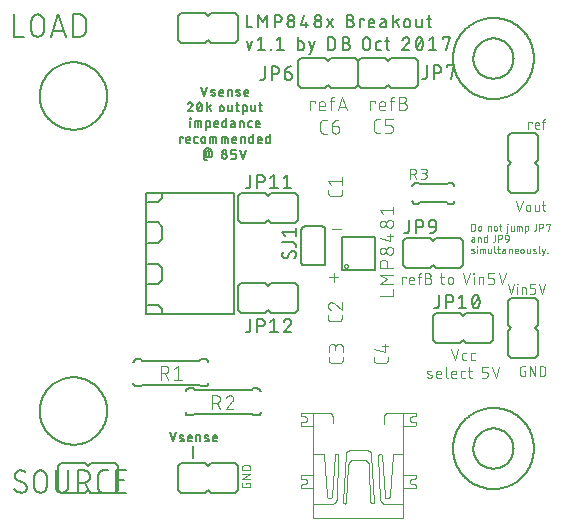
<source format=gto>
G75*
%MOIN*%
%OFA0B0*%
%FSLAX25Y25*%
%IPPOS*%
%LPD*%
%AMOC8*
5,1,8,0,0,1.08239X$1,22.5*
%
%ADD10C,0.00400*%
%ADD11C,0.00300*%
%ADD12C,0.00600*%
%ADD13C,0.00500*%
%ADD14C,0.00200*%
%ADD15C,0.00800*%
D10*
X0055969Y0047266D02*
X0055969Y0051866D01*
X0057247Y0051866D01*
X0057317Y0051864D01*
X0057388Y0051858D01*
X0057457Y0051849D01*
X0057526Y0051835D01*
X0057595Y0051818D01*
X0057662Y0051797D01*
X0057728Y0051772D01*
X0057792Y0051744D01*
X0057855Y0051712D01*
X0057916Y0051677D01*
X0057975Y0051638D01*
X0058032Y0051597D01*
X0058086Y0051552D01*
X0058138Y0051504D01*
X0058187Y0051454D01*
X0058234Y0051400D01*
X0058277Y0051345D01*
X0058317Y0051287D01*
X0058354Y0051227D01*
X0058387Y0051165D01*
X0058417Y0051101D01*
X0058444Y0051036D01*
X0058467Y0050970D01*
X0058486Y0050902D01*
X0058501Y0050833D01*
X0058513Y0050764D01*
X0058521Y0050694D01*
X0058525Y0050623D01*
X0058525Y0050553D01*
X0058521Y0050482D01*
X0058513Y0050412D01*
X0058501Y0050343D01*
X0058486Y0050274D01*
X0058467Y0050206D01*
X0058444Y0050140D01*
X0058417Y0050075D01*
X0058387Y0050011D01*
X0058354Y0049949D01*
X0058317Y0049889D01*
X0058277Y0049831D01*
X0058234Y0049776D01*
X0058187Y0049722D01*
X0058138Y0049672D01*
X0058086Y0049624D01*
X0058032Y0049579D01*
X0057975Y0049538D01*
X0057916Y0049499D01*
X0057855Y0049464D01*
X0057792Y0049432D01*
X0057728Y0049404D01*
X0057662Y0049379D01*
X0057595Y0049358D01*
X0057526Y0049341D01*
X0057457Y0049327D01*
X0057388Y0049318D01*
X0057317Y0049312D01*
X0057247Y0049310D01*
X0055969Y0049310D01*
X0057502Y0049310D02*
X0058524Y0047266D01*
X0060440Y0047266D02*
X0062995Y0047266D01*
X0061718Y0047266D02*
X0061718Y0051866D01*
X0060440Y0050844D01*
X0073216Y0041995D02*
X0074494Y0041995D01*
X0074564Y0041993D01*
X0074635Y0041987D01*
X0074704Y0041978D01*
X0074773Y0041964D01*
X0074842Y0041947D01*
X0074909Y0041926D01*
X0074975Y0041901D01*
X0075039Y0041873D01*
X0075102Y0041841D01*
X0075163Y0041806D01*
X0075222Y0041767D01*
X0075279Y0041726D01*
X0075333Y0041681D01*
X0075385Y0041633D01*
X0075434Y0041583D01*
X0075481Y0041529D01*
X0075524Y0041474D01*
X0075564Y0041416D01*
X0075601Y0041356D01*
X0075634Y0041294D01*
X0075664Y0041230D01*
X0075691Y0041165D01*
X0075714Y0041099D01*
X0075733Y0041031D01*
X0075748Y0040962D01*
X0075760Y0040893D01*
X0075768Y0040823D01*
X0075772Y0040752D01*
X0075772Y0040682D01*
X0075768Y0040611D01*
X0075760Y0040541D01*
X0075748Y0040472D01*
X0075733Y0040403D01*
X0075714Y0040335D01*
X0075691Y0040269D01*
X0075664Y0040204D01*
X0075634Y0040140D01*
X0075601Y0040078D01*
X0075564Y0040018D01*
X0075524Y0039960D01*
X0075481Y0039905D01*
X0075434Y0039851D01*
X0075385Y0039801D01*
X0075333Y0039753D01*
X0075279Y0039708D01*
X0075222Y0039667D01*
X0075163Y0039628D01*
X0075102Y0039593D01*
X0075039Y0039561D01*
X0074975Y0039533D01*
X0074909Y0039508D01*
X0074842Y0039487D01*
X0074773Y0039470D01*
X0074704Y0039456D01*
X0074635Y0039447D01*
X0074564Y0039441D01*
X0074494Y0039439D01*
X0073216Y0039439D01*
X0074749Y0039439D02*
X0075771Y0037395D01*
X0077687Y0037395D02*
X0080242Y0037395D01*
X0077687Y0037395D02*
X0079859Y0039951D01*
X0079092Y0041995D02*
X0079018Y0041993D01*
X0078944Y0041988D01*
X0078870Y0041978D01*
X0078797Y0041965D01*
X0078724Y0041949D01*
X0078653Y0041928D01*
X0078583Y0041904D01*
X0078514Y0041877D01*
X0078446Y0041846D01*
X0078380Y0041812D01*
X0078316Y0041775D01*
X0078254Y0041734D01*
X0078194Y0041690D01*
X0078136Y0041644D01*
X0078080Y0041594D01*
X0078027Y0041542D01*
X0077977Y0041487D01*
X0077930Y0041430D01*
X0077886Y0041370D01*
X0077844Y0041308D01*
X0077806Y0041245D01*
X0077771Y0041179D01*
X0077740Y0041112D01*
X0077712Y0041043D01*
X0077687Y0040973D01*
X0079859Y0039951D02*
X0079906Y0039998D01*
X0079950Y0040048D01*
X0079992Y0040100D01*
X0080031Y0040154D01*
X0080066Y0040210D01*
X0080099Y0040268D01*
X0080129Y0040328D01*
X0080155Y0040389D01*
X0080178Y0040452D01*
X0080197Y0040516D01*
X0080213Y0040580D01*
X0080226Y0040646D01*
X0080235Y0040712D01*
X0080240Y0040778D01*
X0080242Y0040845D01*
X0080240Y0040912D01*
X0080234Y0040979D01*
X0080225Y0041045D01*
X0080211Y0041110D01*
X0080194Y0041175D01*
X0080173Y0041238D01*
X0080148Y0041300D01*
X0080120Y0041361D01*
X0080088Y0041420D01*
X0080053Y0041477D01*
X0080014Y0041532D01*
X0079973Y0041584D01*
X0079928Y0041634D01*
X0079881Y0041681D01*
X0079831Y0041726D01*
X0079779Y0041767D01*
X0079724Y0041806D01*
X0079667Y0041841D01*
X0079608Y0041873D01*
X0079547Y0041901D01*
X0079485Y0041926D01*
X0079422Y0041947D01*
X0079357Y0041964D01*
X0079292Y0041978D01*
X0079226Y0041987D01*
X0079159Y0041993D01*
X0079092Y0041995D01*
X0073216Y0041995D02*
X0073216Y0037395D01*
X0102653Y0032440D02*
X0102653Y0032439D01*
X0102653Y0032440D02*
X0102655Y0032392D01*
X0102660Y0032345D01*
X0102669Y0032298D01*
X0102682Y0032252D01*
X0102699Y0032207D01*
X0102719Y0032164D01*
X0102742Y0032122D01*
X0102768Y0032082D01*
X0102798Y0032045D01*
X0102830Y0032010D01*
X0102865Y0031977D01*
X0102903Y0031948D01*
X0102943Y0031921D01*
X0102984Y0031898D01*
X0103028Y0031878D01*
X0103073Y0031861D01*
X0103119Y0031849D01*
X0103165Y0031839D01*
X0103213Y0031834D01*
X0103261Y0031832D01*
X0103260Y0031832D02*
X0106958Y0031832D01*
X0104806Y0033985D02*
X0104806Y0034095D01*
X0104806Y0034096D02*
X0104804Y0034153D01*
X0104798Y0034211D01*
X0104789Y0034268D01*
X0104776Y0034324D01*
X0104759Y0034380D01*
X0104739Y0034434D01*
X0104715Y0034486D01*
X0104688Y0034537D01*
X0104657Y0034586D01*
X0104624Y0034633D01*
X0104587Y0034678D01*
X0104547Y0034720D01*
X0104505Y0034760D01*
X0104460Y0034797D01*
X0104413Y0034830D01*
X0104364Y0034861D01*
X0104313Y0034888D01*
X0104261Y0034912D01*
X0104207Y0034932D01*
X0104151Y0034949D01*
X0104095Y0034962D01*
X0104038Y0034971D01*
X0103980Y0034977D01*
X0103923Y0034979D01*
X0103923Y0034978D02*
X0103260Y0034978D01*
X0103212Y0034980D01*
X0103165Y0034985D01*
X0103118Y0034995D01*
X0103072Y0035008D01*
X0103028Y0035024D01*
X0102984Y0035044D01*
X0102943Y0035067D01*
X0102903Y0035094D01*
X0102866Y0035123D01*
X0102831Y0035156D01*
X0102798Y0035191D01*
X0102769Y0035228D01*
X0102742Y0035268D01*
X0102719Y0035309D01*
X0102699Y0035353D01*
X0102683Y0035397D01*
X0102670Y0035443D01*
X0102660Y0035490D01*
X0102655Y0035537D01*
X0102653Y0035585D01*
X0102654Y0035585D02*
X0102656Y0035634D01*
X0102661Y0035684D01*
X0102671Y0035732D01*
X0102683Y0035780D01*
X0102700Y0035827D01*
X0102720Y0035872D01*
X0102743Y0035916D01*
X0102769Y0035958D01*
X0102798Y0035998D01*
X0102831Y0036035D01*
X0102866Y0036070D01*
X0102903Y0036103D01*
X0102943Y0036132D01*
X0102985Y0036158D01*
X0103029Y0036181D01*
X0103074Y0036201D01*
X0103121Y0036218D01*
X0103169Y0036230D01*
X0103217Y0036240D01*
X0103267Y0036245D01*
X0103316Y0036247D01*
X0103316Y0036248D02*
X0107014Y0036248D01*
X0106958Y0036247D02*
X0111925Y0036247D01*
X0111926Y0036248D02*
X0111998Y0036246D01*
X0112071Y0036241D01*
X0112143Y0036232D01*
X0112215Y0036219D01*
X0112285Y0036202D01*
X0112355Y0036182D01*
X0112424Y0036159D01*
X0112492Y0036132D01*
X0112558Y0036101D01*
X0112622Y0036068D01*
X0112685Y0036031D01*
X0112746Y0035991D01*
X0112804Y0035948D01*
X0112861Y0035902D01*
X0112915Y0035853D01*
X0112966Y0035802D01*
X0113015Y0035748D01*
X0113061Y0035691D01*
X0113104Y0035633D01*
X0113144Y0035572D01*
X0113181Y0035509D01*
X0113214Y0035445D01*
X0113245Y0035379D01*
X0113272Y0035311D01*
X0113295Y0035242D01*
X0113315Y0035172D01*
X0113332Y0035102D01*
X0113345Y0035030D01*
X0113354Y0034958D01*
X0113359Y0034885D01*
X0113361Y0034813D01*
X0113360Y0034812D02*
X0113360Y0032715D01*
X0106958Y0036247D02*
X0106958Y0001200D01*
X0136928Y0001200D01*
X0136928Y0015439D01*
X0140626Y0015439D01*
X0140674Y0015437D01*
X0140721Y0015432D01*
X0140768Y0015423D01*
X0140814Y0015410D01*
X0140859Y0015393D01*
X0140902Y0015373D01*
X0140944Y0015350D01*
X0140983Y0015324D01*
X0141021Y0015294D01*
X0141056Y0015262D01*
X0141088Y0015227D01*
X0141118Y0015189D01*
X0141144Y0015149D01*
X0141168Y0015108D01*
X0141187Y0015064D01*
X0141204Y0015020D01*
X0141217Y0014974D01*
X0141226Y0014927D01*
X0141231Y0014879D01*
X0141233Y0014832D01*
X0141233Y0014832D01*
X0141231Y0014783D01*
X0141226Y0014733D01*
X0141216Y0014685D01*
X0141204Y0014637D01*
X0141187Y0014590D01*
X0141167Y0014545D01*
X0141144Y0014501D01*
X0141118Y0014459D01*
X0141089Y0014419D01*
X0141056Y0014382D01*
X0141021Y0014347D01*
X0140984Y0014314D01*
X0140944Y0014285D01*
X0140902Y0014259D01*
X0140858Y0014236D01*
X0140813Y0014216D01*
X0140766Y0014199D01*
X0140718Y0014187D01*
X0140670Y0014177D01*
X0140620Y0014172D01*
X0140571Y0014170D01*
X0139964Y0014170D01*
X0139906Y0014168D01*
X0139849Y0014163D01*
X0139792Y0014153D01*
X0139735Y0014140D01*
X0139680Y0014123D01*
X0139626Y0014103D01*
X0139573Y0014079D01*
X0139522Y0014052D01*
X0139473Y0014021D01*
X0139426Y0013988D01*
X0139382Y0013951D01*
X0139339Y0013912D01*
X0139300Y0013869D01*
X0139263Y0013825D01*
X0139230Y0013778D01*
X0139199Y0013729D01*
X0139172Y0013678D01*
X0139148Y0013625D01*
X0139128Y0013571D01*
X0139111Y0013516D01*
X0139098Y0013459D01*
X0139088Y0013402D01*
X0139083Y0013345D01*
X0139081Y0013287D01*
X0139080Y0013287D02*
X0139080Y0013176D01*
X0139081Y0013177D02*
X0139083Y0013119D01*
X0139089Y0013061D01*
X0139098Y0013004D01*
X0139111Y0012948D01*
X0139128Y0012893D01*
X0139148Y0012839D01*
X0139172Y0012786D01*
X0139199Y0012735D01*
X0139230Y0012686D01*
X0139264Y0012639D01*
X0139300Y0012595D01*
X0139340Y0012553D01*
X0139382Y0012513D01*
X0139426Y0012477D01*
X0139473Y0012443D01*
X0139522Y0012412D01*
X0139573Y0012385D01*
X0139626Y0012361D01*
X0139680Y0012341D01*
X0139735Y0012324D01*
X0139791Y0012311D01*
X0139848Y0012302D01*
X0139906Y0012296D01*
X0139964Y0012294D01*
X0139964Y0012293D02*
X0140626Y0012293D01*
X0140674Y0012291D01*
X0140721Y0012286D01*
X0140768Y0012276D01*
X0140814Y0012263D01*
X0140858Y0012247D01*
X0140902Y0012227D01*
X0140943Y0012204D01*
X0140983Y0012177D01*
X0141020Y0012148D01*
X0141055Y0012115D01*
X0141088Y0012080D01*
X0141117Y0012043D01*
X0141144Y0012003D01*
X0141167Y0011962D01*
X0141187Y0011918D01*
X0141203Y0011874D01*
X0141216Y0011828D01*
X0141226Y0011781D01*
X0141231Y0011734D01*
X0141233Y0011686D01*
X0141231Y0011637D01*
X0141226Y0011587D01*
X0141216Y0011539D01*
X0141204Y0011491D01*
X0141187Y0011444D01*
X0141167Y0011399D01*
X0141144Y0011355D01*
X0141118Y0011313D01*
X0141089Y0011273D01*
X0141056Y0011236D01*
X0141021Y0011201D01*
X0140984Y0011168D01*
X0140944Y0011139D01*
X0140902Y0011113D01*
X0140858Y0011090D01*
X0140813Y0011070D01*
X0140766Y0011053D01*
X0140718Y0011041D01*
X0140670Y0011031D01*
X0140620Y0011026D01*
X0140571Y0011024D01*
X0137149Y0011024D01*
X0136707Y0005892D02*
X0130636Y0005892D01*
X0130563Y0005894D01*
X0130491Y0005900D01*
X0130420Y0005909D01*
X0130349Y0005922D01*
X0130279Y0005939D01*
X0130209Y0005960D01*
X0130141Y0005984D01*
X0130075Y0006011D01*
X0130009Y0006042D01*
X0129946Y0006077D01*
X0129884Y0006115D01*
X0129825Y0006156D01*
X0129767Y0006200D01*
X0129713Y0006246D01*
X0129660Y0006296D01*
X0129610Y0006349D01*
X0129564Y0006403D01*
X0129520Y0006461D01*
X0129479Y0006520D01*
X0129441Y0006582D01*
X0129406Y0006645D01*
X0129375Y0006711D01*
X0129348Y0006777D01*
X0129324Y0006845D01*
X0129303Y0006915D01*
X0129286Y0006985D01*
X0129273Y0007056D01*
X0129264Y0007127D01*
X0129258Y0007199D01*
X0129256Y0007272D01*
X0129256Y0007437D01*
X0128594Y0021898D01*
X0128593Y0021946D01*
X0128597Y0021993D01*
X0128605Y0022040D01*
X0128616Y0022087D01*
X0128632Y0022132D01*
X0128651Y0022176D01*
X0128673Y0022218D01*
X0128699Y0022259D01*
X0128729Y0022297D01*
X0128761Y0022332D01*
X0128796Y0022365D01*
X0128833Y0022394D01*
X0128873Y0022421D01*
X0128915Y0022444D01*
X0128959Y0022463D01*
X0129004Y0022479D01*
X0129051Y0022491D01*
X0129098Y0022499D01*
X0129145Y0022503D01*
X0129193Y0022504D01*
X0129241Y0022500D01*
X0129288Y0022492D01*
X0129335Y0022481D01*
X0129380Y0022466D01*
X0129424Y0022447D01*
X0129466Y0022424D01*
X0129507Y0022398D01*
X0129545Y0022369D01*
X0129580Y0022337D01*
X0129613Y0022302D01*
X0129643Y0022265D01*
X0129669Y0022225D01*
X0129692Y0022183D01*
X0129712Y0022139D01*
X0129728Y0022094D01*
X0129740Y0022048D01*
X0129748Y0022000D01*
X0129752Y0021953D01*
X0129753Y0021953D02*
X0130636Y0008596D01*
X0130642Y0008535D01*
X0130652Y0008474D01*
X0130666Y0008414D01*
X0130684Y0008354D01*
X0130705Y0008296D01*
X0130730Y0008240D01*
X0130759Y0008185D01*
X0130791Y0008132D01*
X0130826Y0008082D01*
X0130864Y0008033D01*
X0130906Y0007988D01*
X0130950Y0007945D01*
X0130997Y0007905D01*
X0131047Y0007868D01*
X0131098Y0007834D01*
X0131152Y0007803D01*
X0131208Y0007777D01*
X0131265Y0007753D01*
X0131324Y0007734D01*
X0131383Y0007718D01*
X0131444Y0007706D01*
X0131505Y0007698D01*
X0131567Y0007694D01*
X0131629Y0007693D01*
X0131690Y0007697D01*
X0131752Y0007705D01*
X0131812Y0007716D01*
X0131872Y0007732D01*
X0131931Y0007751D01*
X0131988Y0007774D01*
X0132044Y0007800D01*
X0132098Y0007830D01*
X0132150Y0007864D01*
X0132200Y0007900D01*
X0132247Y0007940D01*
X0132291Y0007983D01*
X0132333Y0008028D01*
X0132372Y0008076D01*
X0132408Y0008127D01*
X0132440Y0008179D01*
X0132469Y0008234D01*
X0132495Y0008290D01*
X0132516Y0008348D01*
X0132534Y0008407D01*
X0132549Y0008467D01*
X0132559Y0008528D01*
X0132565Y0008590D01*
X0132568Y0008651D01*
X0133451Y0022063D01*
X0133455Y0022104D01*
X0133463Y0022144D01*
X0133475Y0022183D01*
X0133489Y0022221D01*
X0133507Y0022258D01*
X0133528Y0022293D01*
X0133552Y0022326D01*
X0133579Y0022357D01*
X0133609Y0022385D01*
X0133640Y0022411D01*
X0133674Y0022434D01*
X0133710Y0022454D01*
X0133747Y0022471D01*
X0133785Y0022485D01*
X0133825Y0022495D01*
X0133865Y0022501D01*
X0133906Y0022505D01*
X0133947Y0022504D01*
X0133947Y0022505D02*
X0136707Y0022505D01*
X0136928Y0015439D02*
X0136928Y0036247D01*
X0140626Y0036247D01*
X0140674Y0036245D01*
X0140721Y0036240D01*
X0140768Y0036231D01*
X0140814Y0036218D01*
X0140859Y0036201D01*
X0140902Y0036181D01*
X0140944Y0036158D01*
X0140983Y0036132D01*
X0141021Y0036102D01*
X0141056Y0036070D01*
X0141088Y0036035D01*
X0141118Y0035997D01*
X0141144Y0035957D01*
X0141168Y0035916D01*
X0141187Y0035872D01*
X0141204Y0035828D01*
X0141217Y0035782D01*
X0141226Y0035735D01*
X0141231Y0035687D01*
X0141233Y0035640D01*
X0141233Y0035640D01*
X0141231Y0035591D01*
X0141226Y0035541D01*
X0141216Y0035493D01*
X0141204Y0035445D01*
X0141187Y0035398D01*
X0141167Y0035353D01*
X0141144Y0035309D01*
X0141118Y0035267D01*
X0141089Y0035227D01*
X0141056Y0035190D01*
X0141021Y0035155D01*
X0140984Y0035122D01*
X0140944Y0035093D01*
X0140902Y0035067D01*
X0140858Y0035044D01*
X0140813Y0035024D01*
X0140766Y0035007D01*
X0140718Y0034995D01*
X0140670Y0034985D01*
X0140620Y0034980D01*
X0140571Y0034978D01*
X0139964Y0034978D01*
X0139963Y0034978D02*
X0139905Y0034976D01*
X0139848Y0034971D01*
X0139791Y0034961D01*
X0139734Y0034948D01*
X0139679Y0034931D01*
X0139625Y0034911D01*
X0139572Y0034887D01*
X0139521Y0034860D01*
X0139472Y0034830D01*
X0139425Y0034796D01*
X0139381Y0034759D01*
X0139338Y0034720D01*
X0139299Y0034677D01*
X0139262Y0034633D01*
X0139228Y0034586D01*
X0139198Y0034537D01*
X0139171Y0034486D01*
X0139147Y0034433D01*
X0139127Y0034379D01*
X0139110Y0034324D01*
X0139097Y0034267D01*
X0139087Y0034210D01*
X0139082Y0034153D01*
X0139080Y0034095D01*
X0139080Y0033984D01*
X0139081Y0033984D02*
X0139083Y0033926D01*
X0139089Y0033869D01*
X0139098Y0033812D01*
X0139111Y0033755D01*
X0139128Y0033700D01*
X0139148Y0033646D01*
X0139172Y0033593D01*
X0139199Y0033543D01*
X0139230Y0033493D01*
X0139263Y0033446D01*
X0139300Y0033402D01*
X0139340Y0033360D01*
X0139382Y0033320D01*
X0139426Y0033283D01*
X0139473Y0033250D01*
X0139523Y0033219D01*
X0139573Y0033192D01*
X0139626Y0033168D01*
X0139680Y0033148D01*
X0139735Y0033131D01*
X0139792Y0033118D01*
X0139849Y0033109D01*
X0139906Y0033103D01*
X0139964Y0033101D01*
X0140626Y0033101D01*
X0140674Y0033099D01*
X0140721Y0033094D01*
X0140768Y0033084D01*
X0140814Y0033071D01*
X0140858Y0033055D01*
X0140902Y0033035D01*
X0140943Y0033012D01*
X0140983Y0032985D01*
X0141020Y0032956D01*
X0141055Y0032923D01*
X0141088Y0032888D01*
X0141117Y0032851D01*
X0141144Y0032811D01*
X0141167Y0032770D01*
X0141187Y0032726D01*
X0141203Y0032682D01*
X0141216Y0032636D01*
X0141226Y0032589D01*
X0141231Y0032542D01*
X0141233Y0032494D01*
X0141231Y0032445D01*
X0141226Y0032395D01*
X0141216Y0032347D01*
X0141204Y0032299D01*
X0141187Y0032252D01*
X0141167Y0032207D01*
X0141144Y0032163D01*
X0141118Y0032121D01*
X0141089Y0032081D01*
X0141056Y0032044D01*
X0141021Y0032009D01*
X0140984Y0031976D01*
X0140944Y0031947D01*
X0140902Y0031921D01*
X0140858Y0031898D01*
X0140813Y0031878D01*
X0140766Y0031861D01*
X0140718Y0031849D01*
X0140670Y0031839D01*
X0140620Y0031834D01*
X0140571Y0031832D01*
X0137149Y0031832D01*
X0131905Y0036248D02*
X0131833Y0036246D01*
X0131761Y0036240D01*
X0131689Y0036231D01*
X0131618Y0036218D01*
X0131548Y0036201D01*
X0131479Y0036181D01*
X0131411Y0036156D01*
X0131344Y0036129D01*
X0131279Y0036098D01*
X0131215Y0036063D01*
X0131153Y0036025D01*
X0131094Y0035984D01*
X0131037Y0035940D01*
X0130982Y0035894D01*
X0130929Y0035844D01*
X0130879Y0035791D01*
X0130833Y0035736D01*
X0130789Y0035679D01*
X0130748Y0035620D01*
X0130710Y0035558D01*
X0130675Y0035494D01*
X0130644Y0035429D01*
X0130617Y0035362D01*
X0130592Y0035294D01*
X0130572Y0035225D01*
X0130555Y0035155D01*
X0130542Y0035084D01*
X0130533Y0035012D01*
X0130527Y0034940D01*
X0130525Y0034868D01*
X0130525Y0034867D02*
X0130525Y0032549D01*
X0131905Y0036247D02*
X0136928Y0036247D01*
X0145254Y0050256D02*
X0145347Y0050253D01*
X0145440Y0050246D01*
X0145532Y0050235D01*
X0145624Y0050220D01*
X0145715Y0050202D01*
X0145805Y0050180D01*
X0145894Y0050154D01*
X0145982Y0050125D01*
X0146069Y0050092D01*
X0146154Y0050056D01*
X0145254Y0050257D02*
X0145209Y0050256D01*
X0145165Y0050250D01*
X0145121Y0050241D01*
X0145078Y0050229D01*
X0145036Y0050212D01*
X0144995Y0050192D01*
X0144957Y0050168D01*
X0144921Y0050142D01*
X0144887Y0050112D01*
X0144856Y0050079D01*
X0144828Y0050044D01*
X0144803Y0050007D01*
X0144781Y0049967D01*
X0144763Y0049926D01*
X0144749Y0049883D01*
X0144738Y0049840D01*
X0144731Y0049795D01*
X0144728Y0049750D01*
X0144729Y0049705D01*
X0144734Y0049661D01*
X0144742Y0049617D01*
X0144755Y0049573D01*
X0144771Y0049531D01*
X0144791Y0049491D01*
X0144814Y0049452D01*
X0144840Y0049416D01*
X0144870Y0049382D01*
X0144902Y0049350D01*
X0144937Y0049322D01*
X0144974Y0049297D01*
X0145013Y0049275D01*
X0145054Y0049256D01*
X0145055Y0049256D02*
X0146055Y0048856D01*
X0146055Y0048857D02*
X0146096Y0048838D01*
X0146135Y0048816D01*
X0146172Y0048791D01*
X0146207Y0048763D01*
X0146239Y0048731D01*
X0146269Y0048697D01*
X0146295Y0048661D01*
X0146318Y0048622D01*
X0146338Y0048582D01*
X0146354Y0048540D01*
X0146367Y0048496D01*
X0146375Y0048452D01*
X0146380Y0048408D01*
X0146381Y0048363D01*
X0146378Y0048318D01*
X0146371Y0048273D01*
X0146360Y0048230D01*
X0146346Y0048187D01*
X0146328Y0048146D01*
X0146306Y0048106D01*
X0146281Y0048069D01*
X0146253Y0048034D01*
X0146222Y0048001D01*
X0146188Y0047971D01*
X0146152Y0047945D01*
X0146114Y0047921D01*
X0146073Y0047901D01*
X0146031Y0047884D01*
X0145988Y0047872D01*
X0145944Y0047863D01*
X0145900Y0047857D01*
X0145855Y0047856D01*
X0147875Y0048456D02*
X0147875Y0049456D01*
X0147875Y0049056D02*
X0149475Y0049056D01*
X0149475Y0049456D01*
X0149473Y0049512D01*
X0149467Y0049567D01*
X0149458Y0049622D01*
X0149444Y0049677D01*
X0149427Y0049730D01*
X0149406Y0049781D01*
X0149381Y0049832D01*
X0149353Y0049880D01*
X0149322Y0049926D01*
X0149288Y0049970D01*
X0149250Y0050012D01*
X0149210Y0050051D01*
X0149168Y0050086D01*
X0149122Y0050119D01*
X0149075Y0050149D01*
X0149026Y0050175D01*
X0148975Y0050198D01*
X0148922Y0050217D01*
X0148869Y0050232D01*
X0148814Y0050244D01*
X0148759Y0050252D01*
X0148703Y0050256D01*
X0148647Y0050256D01*
X0148591Y0050252D01*
X0148536Y0050244D01*
X0148481Y0050232D01*
X0148428Y0050217D01*
X0148375Y0050198D01*
X0148324Y0050175D01*
X0148275Y0050149D01*
X0148228Y0050119D01*
X0148182Y0050086D01*
X0148140Y0050051D01*
X0148100Y0050012D01*
X0148062Y0049970D01*
X0148028Y0049926D01*
X0147997Y0049880D01*
X0147969Y0049832D01*
X0147944Y0049781D01*
X0147923Y0049730D01*
X0147906Y0049677D01*
X0147892Y0049622D01*
X0147883Y0049567D01*
X0147877Y0049512D01*
X0147875Y0049456D01*
X0147875Y0048456D02*
X0147877Y0048409D01*
X0147882Y0048362D01*
X0147892Y0048316D01*
X0147904Y0048271D01*
X0147921Y0048226D01*
X0147940Y0048184D01*
X0147963Y0048143D01*
X0147990Y0048103D01*
X0148019Y0048066D01*
X0148051Y0048032D01*
X0148085Y0048000D01*
X0148122Y0047971D01*
X0148162Y0047944D01*
X0148203Y0047921D01*
X0148245Y0047902D01*
X0148290Y0047885D01*
X0148335Y0047873D01*
X0148381Y0047863D01*
X0148428Y0047858D01*
X0148475Y0047856D01*
X0149475Y0047856D01*
X0151033Y0048456D02*
X0151033Y0051456D01*
X0152915Y0049456D02*
X0152915Y0048456D01*
X0152917Y0048409D01*
X0152922Y0048362D01*
X0152932Y0048316D01*
X0152944Y0048271D01*
X0152961Y0048226D01*
X0152980Y0048184D01*
X0153003Y0048143D01*
X0153030Y0048103D01*
X0153059Y0048066D01*
X0153091Y0048032D01*
X0153125Y0048000D01*
X0153162Y0047971D01*
X0153202Y0047944D01*
X0153243Y0047921D01*
X0153285Y0047902D01*
X0153330Y0047885D01*
X0153375Y0047873D01*
X0153421Y0047863D01*
X0153468Y0047858D01*
X0153515Y0047856D01*
X0154515Y0047856D01*
X0154515Y0049056D02*
X0152915Y0049056D01*
X0152915Y0049456D02*
X0152917Y0049512D01*
X0152923Y0049567D01*
X0152932Y0049622D01*
X0152946Y0049677D01*
X0152963Y0049730D01*
X0152984Y0049781D01*
X0153009Y0049832D01*
X0153037Y0049880D01*
X0153068Y0049926D01*
X0153102Y0049970D01*
X0153140Y0050012D01*
X0153180Y0050051D01*
X0153222Y0050086D01*
X0153268Y0050119D01*
X0153315Y0050149D01*
X0153364Y0050175D01*
X0153415Y0050198D01*
X0153468Y0050217D01*
X0153521Y0050232D01*
X0153576Y0050244D01*
X0153631Y0050252D01*
X0153687Y0050256D01*
X0153743Y0050256D01*
X0153799Y0050252D01*
X0153854Y0050244D01*
X0153909Y0050232D01*
X0153962Y0050217D01*
X0154015Y0050198D01*
X0154066Y0050175D01*
X0154115Y0050149D01*
X0154162Y0050119D01*
X0154208Y0050086D01*
X0154250Y0050051D01*
X0154290Y0050012D01*
X0154328Y0049970D01*
X0154362Y0049926D01*
X0154393Y0049880D01*
X0154421Y0049832D01*
X0154446Y0049781D01*
X0154467Y0049730D01*
X0154484Y0049677D01*
X0154498Y0049622D01*
X0154507Y0049567D01*
X0154513Y0049512D01*
X0154515Y0049456D01*
X0154515Y0049056D01*
X0156039Y0048456D02*
X0156039Y0049656D01*
X0156041Y0049703D01*
X0156046Y0049750D01*
X0156056Y0049796D01*
X0156068Y0049841D01*
X0156085Y0049886D01*
X0156104Y0049928D01*
X0156127Y0049969D01*
X0156154Y0050009D01*
X0156183Y0050046D01*
X0156215Y0050080D01*
X0156249Y0050112D01*
X0156286Y0050141D01*
X0156326Y0050168D01*
X0156367Y0050191D01*
X0156409Y0050210D01*
X0156454Y0050227D01*
X0156499Y0050239D01*
X0156545Y0050249D01*
X0156592Y0050254D01*
X0156639Y0050256D01*
X0157439Y0050256D01*
X0158482Y0050256D02*
X0159682Y0050256D01*
X0158882Y0051456D02*
X0158882Y0048456D01*
X0158884Y0048409D01*
X0158889Y0048362D01*
X0158899Y0048316D01*
X0158911Y0048271D01*
X0158928Y0048226D01*
X0158947Y0048184D01*
X0158970Y0048143D01*
X0158997Y0048103D01*
X0159026Y0048066D01*
X0159058Y0048032D01*
X0159092Y0048000D01*
X0159129Y0047971D01*
X0159169Y0047944D01*
X0159210Y0047921D01*
X0159252Y0047902D01*
X0159297Y0047885D01*
X0159342Y0047873D01*
X0159388Y0047863D01*
X0159435Y0047858D01*
X0159482Y0047856D01*
X0159682Y0047856D01*
X0157439Y0047856D02*
X0156639Y0047856D01*
X0156592Y0047858D01*
X0156545Y0047863D01*
X0156499Y0047873D01*
X0156454Y0047885D01*
X0156409Y0047902D01*
X0156367Y0047921D01*
X0156326Y0047944D01*
X0156286Y0047971D01*
X0156249Y0048000D01*
X0156215Y0048032D01*
X0156183Y0048066D01*
X0156154Y0048103D01*
X0156127Y0048143D01*
X0156104Y0048184D01*
X0156085Y0048226D01*
X0156068Y0048271D01*
X0156056Y0048316D01*
X0156046Y0048362D01*
X0156041Y0048409D01*
X0156039Y0048456D01*
X0151633Y0047856D02*
X0151586Y0047858D01*
X0151539Y0047863D01*
X0151493Y0047873D01*
X0151448Y0047885D01*
X0151403Y0047902D01*
X0151361Y0047921D01*
X0151320Y0047944D01*
X0151280Y0047971D01*
X0151243Y0048000D01*
X0151209Y0048032D01*
X0151177Y0048066D01*
X0151148Y0048103D01*
X0151121Y0048143D01*
X0151098Y0048184D01*
X0151079Y0048226D01*
X0151062Y0048271D01*
X0151050Y0048316D01*
X0151040Y0048362D01*
X0151035Y0048409D01*
X0151033Y0048456D01*
X0145855Y0047856D02*
X0145742Y0047860D01*
X0145630Y0047867D01*
X0145518Y0047878D01*
X0145407Y0047892D01*
X0145296Y0047911D01*
X0145186Y0047933D01*
X0145077Y0047958D01*
X0144968Y0047987D01*
X0144861Y0048020D01*
X0144754Y0048056D01*
X0153982Y0053856D02*
X0155182Y0057456D01*
X0156547Y0055656D02*
X0156547Y0054456D01*
X0156549Y0054409D01*
X0156554Y0054362D01*
X0156564Y0054316D01*
X0156576Y0054271D01*
X0156593Y0054226D01*
X0156612Y0054184D01*
X0156635Y0054143D01*
X0156662Y0054103D01*
X0156691Y0054066D01*
X0156723Y0054032D01*
X0156757Y0054000D01*
X0156794Y0053971D01*
X0156834Y0053944D01*
X0156875Y0053921D01*
X0156917Y0053902D01*
X0156962Y0053885D01*
X0157007Y0053873D01*
X0157053Y0053863D01*
X0157100Y0053858D01*
X0157147Y0053856D01*
X0157947Y0053856D01*
X0159307Y0054456D02*
X0159307Y0055656D01*
X0159309Y0055703D01*
X0159314Y0055750D01*
X0159324Y0055796D01*
X0159336Y0055841D01*
X0159353Y0055886D01*
X0159372Y0055928D01*
X0159395Y0055969D01*
X0159422Y0056009D01*
X0159451Y0056046D01*
X0159483Y0056080D01*
X0159517Y0056112D01*
X0159554Y0056141D01*
X0159594Y0056168D01*
X0159635Y0056191D01*
X0159677Y0056210D01*
X0159722Y0056227D01*
X0159767Y0056239D01*
X0159813Y0056249D01*
X0159860Y0056254D01*
X0159907Y0056256D01*
X0160707Y0056256D01*
X0159307Y0054456D02*
X0159309Y0054409D01*
X0159314Y0054362D01*
X0159324Y0054316D01*
X0159336Y0054271D01*
X0159353Y0054226D01*
X0159372Y0054184D01*
X0159395Y0054143D01*
X0159422Y0054103D01*
X0159451Y0054066D01*
X0159483Y0054032D01*
X0159517Y0054000D01*
X0159554Y0053971D01*
X0159594Y0053944D01*
X0159635Y0053921D01*
X0159677Y0053902D01*
X0159722Y0053885D01*
X0159767Y0053873D01*
X0159813Y0053863D01*
X0159860Y0053858D01*
X0159907Y0053856D01*
X0160707Y0053856D01*
X0163034Y0051456D02*
X0165034Y0051456D01*
X0166434Y0051456D02*
X0167634Y0047856D01*
X0168834Y0051456D01*
X0165034Y0049056D02*
X0165034Y0048656D01*
X0165032Y0048601D01*
X0165027Y0048547D01*
X0165017Y0048493D01*
X0165004Y0048440D01*
X0164988Y0048388D01*
X0164968Y0048337D01*
X0164944Y0048288D01*
X0164918Y0048240D01*
X0164888Y0048195D01*
X0164855Y0048151D01*
X0164819Y0048110D01*
X0164780Y0048071D01*
X0164739Y0048035D01*
X0164695Y0048002D01*
X0164650Y0047972D01*
X0164602Y0047946D01*
X0164553Y0047922D01*
X0164502Y0047902D01*
X0164450Y0047886D01*
X0164397Y0047873D01*
X0164343Y0047863D01*
X0164289Y0047858D01*
X0164234Y0047856D01*
X0163034Y0047856D01*
X0165034Y0049056D02*
X0165032Y0049111D01*
X0165027Y0049165D01*
X0165017Y0049219D01*
X0165004Y0049272D01*
X0164988Y0049324D01*
X0164968Y0049375D01*
X0164944Y0049424D01*
X0164918Y0049472D01*
X0164888Y0049517D01*
X0164855Y0049561D01*
X0164819Y0049602D01*
X0164780Y0049641D01*
X0164739Y0049677D01*
X0164695Y0049710D01*
X0164650Y0049740D01*
X0164602Y0049766D01*
X0164553Y0049790D01*
X0164502Y0049810D01*
X0164450Y0049826D01*
X0164397Y0049839D01*
X0164343Y0049849D01*
X0164289Y0049854D01*
X0164234Y0049856D01*
X0163034Y0049856D01*
X0163034Y0051456D01*
X0157147Y0056256D02*
X0157100Y0056254D01*
X0157053Y0056249D01*
X0157007Y0056239D01*
X0156962Y0056227D01*
X0156917Y0056210D01*
X0156875Y0056191D01*
X0156834Y0056168D01*
X0156794Y0056141D01*
X0156757Y0056112D01*
X0156723Y0056080D01*
X0156691Y0056046D01*
X0156662Y0056009D01*
X0156635Y0055969D01*
X0156612Y0055928D01*
X0156593Y0055886D01*
X0156576Y0055841D01*
X0156564Y0055796D01*
X0156554Y0055750D01*
X0156549Y0055703D01*
X0156547Y0055656D01*
X0157147Y0056256D02*
X0157947Y0056256D01*
X0153982Y0053856D02*
X0152782Y0057456D01*
X0131737Y0058330D02*
X0129693Y0058330D01*
X0130715Y0059096D02*
X0130715Y0056541D01*
X0127137Y0057563D01*
X0127137Y0054822D02*
X0127137Y0053800D01*
X0127139Y0053738D01*
X0127144Y0053677D01*
X0127154Y0053616D01*
X0127167Y0053555D01*
X0127183Y0053496D01*
X0127203Y0053438D01*
X0127227Y0053381D01*
X0127254Y0053325D01*
X0127284Y0053271D01*
X0127318Y0053219D01*
X0127355Y0053170D01*
X0127394Y0053122D01*
X0127436Y0053077D01*
X0127481Y0053035D01*
X0127529Y0052995D01*
X0127578Y0052959D01*
X0127630Y0052925D01*
X0127684Y0052895D01*
X0127740Y0052868D01*
X0127797Y0052844D01*
X0127855Y0052824D01*
X0127914Y0052808D01*
X0127975Y0052795D01*
X0128036Y0052785D01*
X0128097Y0052780D01*
X0128159Y0052778D01*
X0130715Y0052778D01*
X0130777Y0052780D01*
X0130838Y0052785D01*
X0130899Y0052795D01*
X0130960Y0052808D01*
X0131019Y0052824D01*
X0131077Y0052844D01*
X0131134Y0052868D01*
X0131190Y0052895D01*
X0131244Y0052925D01*
X0131296Y0052959D01*
X0131345Y0052995D01*
X0131393Y0053035D01*
X0131438Y0053077D01*
X0131480Y0053122D01*
X0131520Y0053170D01*
X0131556Y0053219D01*
X0131590Y0053271D01*
X0131620Y0053325D01*
X0131647Y0053381D01*
X0131671Y0053438D01*
X0131691Y0053496D01*
X0131707Y0053555D01*
X0131720Y0053616D01*
X0131730Y0053677D01*
X0131735Y0053738D01*
X0131737Y0053800D01*
X0131737Y0054822D01*
X0116737Y0054822D02*
X0116737Y0053800D01*
X0116735Y0053738D01*
X0116730Y0053677D01*
X0116720Y0053616D01*
X0116707Y0053555D01*
X0116691Y0053496D01*
X0116671Y0053438D01*
X0116647Y0053381D01*
X0116620Y0053325D01*
X0116590Y0053271D01*
X0116556Y0053219D01*
X0116520Y0053170D01*
X0116480Y0053122D01*
X0116438Y0053077D01*
X0116393Y0053035D01*
X0116345Y0052995D01*
X0116296Y0052959D01*
X0116244Y0052925D01*
X0116190Y0052895D01*
X0116134Y0052868D01*
X0116077Y0052844D01*
X0116019Y0052824D01*
X0115960Y0052808D01*
X0115899Y0052795D01*
X0115838Y0052785D01*
X0115777Y0052780D01*
X0115715Y0052778D01*
X0113159Y0052778D01*
X0113097Y0052780D01*
X0113036Y0052785D01*
X0112975Y0052795D01*
X0112914Y0052808D01*
X0112855Y0052824D01*
X0112797Y0052844D01*
X0112740Y0052868D01*
X0112684Y0052895D01*
X0112630Y0052925D01*
X0112578Y0052959D01*
X0112529Y0052995D01*
X0112481Y0053035D01*
X0112436Y0053077D01*
X0112394Y0053122D01*
X0112355Y0053170D01*
X0112318Y0053219D01*
X0112284Y0053271D01*
X0112254Y0053325D01*
X0112227Y0053381D01*
X0112203Y0053438D01*
X0112183Y0053496D01*
X0112167Y0053555D01*
X0112154Y0053616D01*
X0112144Y0053677D01*
X0112139Y0053738D01*
X0112137Y0053800D01*
X0112137Y0054822D01*
X0112137Y0056541D02*
X0112137Y0058074D01*
X0112139Y0058137D01*
X0112145Y0058200D01*
X0112154Y0058262D01*
X0112168Y0058323D01*
X0112185Y0058384D01*
X0112206Y0058443D01*
X0112231Y0058501D01*
X0112259Y0058558D01*
X0112290Y0058612D01*
X0112325Y0058664D01*
X0112363Y0058715D01*
X0112404Y0058763D01*
X0112448Y0058808D01*
X0112494Y0058850D01*
X0112543Y0058890D01*
X0112594Y0058926D01*
X0112648Y0058959D01*
X0112703Y0058989D01*
X0112761Y0059015D01*
X0112819Y0059038D01*
X0112879Y0059057D01*
X0112940Y0059072D01*
X0113002Y0059084D01*
X0113065Y0059092D01*
X0113128Y0059096D01*
X0113190Y0059096D01*
X0113253Y0059092D01*
X0113316Y0059084D01*
X0113378Y0059072D01*
X0113439Y0059057D01*
X0113499Y0059038D01*
X0113557Y0059015D01*
X0113615Y0058989D01*
X0113670Y0058959D01*
X0113724Y0058926D01*
X0113775Y0058890D01*
X0113824Y0058850D01*
X0113870Y0058808D01*
X0113914Y0058763D01*
X0113955Y0058715D01*
X0113993Y0058664D01*
X0114028Y0058612D01*
X0114059Y0058558D01*
X0114087Y0058501D01*
X0114112Y0058443D01*
X0114133Y0058384D01*
X0114150Y0058323D01*
X0114164Y0058262D01*
X0114173Y0058200D01*
X0114179Y0058137D01*
X0114181Y0058074D01*
X0114181Y0057052D01*
X0114181Y0057819D02*
X0114183Y0057889D01*
X0114189Y0057960D01*
X0114198Y0058029D01*
X0114212Y0058098D01*
X0114229Y0058167D01*
X0114250Y0058234D01*
X0114275Y0058300D01*
X0114303Y0058364D01*
X0114335Y0058427D01*
X0114370Y0058488D01*
X0114409Y0058547D01*
X0114450Y0058604D01*
X0114495Y0058658D01*
X0114543Y0058710D01*
X0114593Y0058759D01*
X0114647Y0058806D01*
X0114702Y0058849D01*
X0114760Y0058889D01*
X0114820Y0058926D01*
X0114882Y0058959D01*
X0114946Y0058989D01*
X0115011Y0059016D01*
X0115077Y0059039D01*
X0115145Y0059058D01*
X0115214Y0059073D01*
X0115283Y0059085D01*
X0115353Y0059093D01*
X0115424Y0059097D01*
X0115494Y0059097D01*
X0115565Y0059093D01*
X0115635Y0059085D01*
X0115704Y0059073D01*
X0115773Y0059058D01*
X0115841Y0059039D01*
X0115907Y0059016D01*
X0115972Y0058989D01*
X0116036Y0058959D01*
X0116098Y0058926D01*
X0116158Y0058889D01*
X0116216Y0058849D01*
X0116271Y0058806D01*
X0116325Y0058759D01*
X0116375Y0058710D01*
X0116423Y0058658D01*
X0116468Y0058604D01*
X0116509Y0058547D01*
X0116548Y0058488D01*
X0116583Y0058427D01*
X0116615Y0058364D01*
X0116643Y0058300D01*
X0116668Y0058234D01*
X0116689Y0058167D01*
X0116706Y0058098D01*
X0116720Y0058029D01*
X0116729Y0057960D01*
X0116735Y0057889D01*
X0116737Y0057819D01*
X0116737Y0056541D01*
X0115296Y0066690D02*
X0112740Y0066690D01*
X0112678Y0066692D01*
X0112617Y0066697D01*
X0112556Y0066707D01*
X0112495Y0066720D01*
X0112436Y0066736D01*
X0112378Y0066756D01*
X0112321Y0066780D01*
X0112265Y0066807D01*
X0112211Y0066837D01*
X0112159Y0066871D01*
X0112110Y0066907D01*
X0112062Y0066947D01*
X0112017Y0066989D01*
X0111975Y0067034D01*
X0111936Y0067082D01*
X0111899Y0067131D01*
X0111865Y0067183D01*
X0111835Y0067237D01*
X0111808Y0067293D01*
X0111784Y0067350D01*
X0111764Y0067408D01*
X0111748Y0067467D01*
X0111735Y0067528D01*
X0111725Y0067589D01*
X0111720Y0067650D01*
X0111718Y0067712D01*
X0111718Y0068734D01*
X0115296Y0066690D02*
X0115358Y0066692D01*
X0115419Y0066697D01*
X0115480Y0066707D01*
X0115541Y0066720D01*
X0115600Y0066736D01*
X0115658Y0066756D01*
X0115715Y0066780D01*
X0115771Y0066807D01*
X0115825Y0066837D01*
X0115877Y0066871D01*
X0115926Y0066907D01*
X0115974Y0066947D01*
X0116019Y0066989D01*
X0116061Y0067034D01*
X0116101Y0067082D01*
X0116137Y0067131D01*
X0116171Y0067183D01*
X0116201Y0067237D01*
X0116228Y0067293D01*
X0116252Y0067350D01*
X0116272Y0067408D01*
X0116288Y0067467D01*
X0116301Y0067528D01*
X0116311Y0067589D01*
X0116316Y0067650D01*
X0116318Y0067712D01*
X0116318Y0068734D01*
X0116318Y0070453D02*
X0116318Y0073008D01*
X0116318Y0070453D02*
X0113763Y0072625D01*
X0111718Y0071858D02*
X0111720Y0071784D01*
X0111725Y0071710D01*
X0111735Y0071636D01*
X0111748Y0071563D01*
X0111764Y0071490D01*
X0111785Y0071419D01*
X0111809Y0071349D01*
X0111836Y0071280D01*
X0111867Y0071212D01*
X0111901Y0071146D01*
X0111938Y0071082D01*
X0111979Y0071020D01*
X0112023Y0070959D01*
X0112069Y0070902D01*
X0112119Y0070846D01*
X0112171Y0070793D01*
X0112226Y0070743D01*
X0112283Y0070696D01*
X0112343Y0070652D01*
X0112405Y0070610D01*
X0112468Y0070572D01*
X0112534Y0070537D01*
X0112601Y0070506D01*
X0112670Y0070478D01*
X0112740Y0070453D01*
X0113762Y0072625D02*
X0113715Y0072672D01*
X0113665Y0072716D01*
X0113613Y0072758D01*
X0113559Y0072797D01*
X0113503Y0072832D01*
X0113445Y0072865D01*
X0113385Y0072895D01*
X0113324Y0072921D01*
X0113261Y0072944D01*
X0113197Y0072963D01*
X0113133Y0072979D01*
X0113067Y0072992D01*
X0113001Y0073001D01*
X0112935Y0073006D01*
X0112868Y0073008D01*
X0112801Y0073006D01*
X0112734Y0073000D01*
X0112668Y0072991D01*
X0112603Y0072977D01*
X0112538Y0072960D01*
X0112475Y0072939D01*
X0112413Y0072914D01*
X0112352Y0072886D01*
X0112293Y0072854D01*
X0112236Y0072819D01*
X0112181Y0072780D01*
X0112129Y0072739D01*
X0112079Y0072694D01*
X0112032Y0072647D01*
X0111987Y0072597D01*
X0111946Y0072545D01*
X0111907Y0072490D01*
X0111872Y0072433D01*
X0111840Y0072374D01*
X0111812Y0072313D01*
X0111787Y0072251D01*
X0111766Y0072188D01*
X0111749Y0072123D01*
X0111735Y0072058D01*
X0111726Y0071992D01*
X0111720Y0071925D01*
X0111718Y0071858D01*
X0113670Y0079752D02*
X0113670Y0082819D01*
X0112137Y0081285D02*
X0115204Y0081285D01*
X0117186Y0085136D02*
X0117188Y0085185D01*
X0117194Y0085234D01*
X0117203Y0085282D01*
X0117217Y0085329D01*
X0117234Y0085375D01*
X0117255Y0085419D01*
X0117279Y0085462D01*
X0117307Y0085503D01*
X0117337Y0085541D01*
X0117371Y0085577D01*
X0117407Y0085610D01*
X0117446Y0085639D01*
X0117487Y0085666D01*
X0117531Y0085690D01*
X0117575Y0085709D01*
X0117622Y0085726D01*
X0117669Y0085738D01*
X0117717Y0085747D01*
X0117766Y0085752D01*
X0117815Y0085753D01*
X0117864Y0085750D01*
X0117913Y0085743D01*
X0117961Y0085733D01*
X0118008Y0085718D01*
X0118053Y0085700D01*
X0118097Y0085678D01*
X0118139Y0085653D01*
X0118179Y0085625D01*
X0118217Y0085593D01*
X0118252Y0085559D01*
X0118284Y0085522D01*
X0118313Y0085483D01*
X0118339Y0085441D01*
X0118362Y0085397D01*
X0118381Y0085352D01*
X0118396Y0085306D01*
X0118408Y0085258D01*
X0118416Y0085209D01*
X0118420Y0085161D01*
X0118420Y0085111D01*
X0118416Y0085063D01*
X0118408Y0085014D01*
X0118396Y0084966D01*
X0118381Y0084920D01*
X0118362Y0084875D01*
X0118339Y0084831D01*
X0118313Y0084789D01*
X0118284Y0084750D01*
X0118252Y0084713D01*
X0118217Y0084679D01*
X0118179Y0084647D01*
X0118139Y0084619D01*
X0118097Y0084594D01*
X0118053Y0084572D01*
X0118008Y0084554D01*
X0117961Y0084539D01*
X0117913Y0084529D01*
X0117864Y0084522D01*
X0117815Y0084519D01*
X0117766Y0084520D01*
X0117717Y0084525D01*
X0117669Y0084534D01*
X0117622Y0084546D01*
X0117575Y0084563D01*
X0117531Y0084582D01*
X0117487Y0084606D01*
X0117446Y0084633D01*
X0117407Y0084662D01*
X0117371Y0084695D01*
X0117337Y0084731D01*
X0117307Y0084769D01*
X0117279Y0084810D01*
X0117255Y0084853D01*
X0117234Y0084897D01*
X0117217Y0084943D01*
X0117203Y0084990D01*
X0117194Y0085038D01*
X0117188Y0085087D01*
X0117186Y0085136D01*
X0129011Y0084600D02*
X0129011Y0085878D01*
X0129013Y0085948D01*
X0129019Y0086019D01*
X0129028Y0086088D01*
X0129042Y0086157D01*
X0129059Y0086226D01*
X0129080Y0086293D01*
X0129105Y0086359D01*
X0129133Y0086423D01*
X0129165Y0086486D01*
X0129200Y0086547D01*
X0129239Y0086606D01*
X0129280Y0086663D01*
X0129325Y0086717D01*
X0129373Y0086769D01*
X0129423Y0086818D01*
X0129477Y0086865D01*
X0129532Y0086908D01*
X0129590Y0086948D01*
X0129650Y0086985D01*
X0129712Y0087018D01*
X0129776Y0087048D01*
X0129841Y0087075D01*
X0129907Y0087098D01*
X0129975Y0087117D01*
X0130044Y0087132D01*
X0130113Y0087144D01*
X0130183Y0087152D01*
X0130254Y0087156D01*
X0130324Y0087156D01*
X0130395Y0087152D01*
X0130465Y0087144D01*
X0130534Y0087132D01*
X0130603Y0087117D01*
X0130671Y0087098D01*
X0130737Y0087075D01*
X0130802Y0087048D01*
X0130866Y0087018D01*
X0130928Y0086985D01*
X0130988Y0086948D01*
X0131046Y0086908D01*
X0131101Y0086865D01*
X0131155Y0086818D01*
X0131205Y0086769D01*
X0131253Y0086717D01*
X0131298Y0086663D01*
X0131339Y0086606D01*
X0131378Y0086547D01*
X0131413Y0086486D01*
X0131445Y0086423D01*
X0131473Y0086359D01*
X0131498Y0086293D01*
X0131519Y0086226D01*
X0131536Y0086157D01*
X0131550Y0086088D01*
X0131559Y0086019D01*
X0131565Y0085948D01*
X0131567Y0085878D01*
X0131567Y0084600D01*
X0133611Y0084600D02*
X0129011Y0084600D01*
X0129011Y0082245D02*
X0133611Y0082245D01*
X0131567Y0080711D02*
X0129011Y0082245D01*
X0131567Y0080711D02*
X0129011Y0079178D01*
X0133611Y0079178D01*
X0133611Y0077287D02*
X0133611Y0075242D01*
X0129011Y0075242D01*
X0136437Y0079096D02*
X0136437Y0081496D01*
X0137637Y0081496D01*
X0137637Y0081096D01*
X0138813Y0080696D02*
X0138813Y0079696D01*
X0138813Y0080296D02*
X0140413Y0080296D01*
X0140413Y0080696D01*
X0140411Y0080752D01*
X0140405Y0080807D01*
X0140396Y0080862D01*
X0140382Y0080917D01*
X0140365Y0080970D01*
X0140344Y0081021D01*
X0140319Y0081072D01*
X0140291Y0081120D01*
X0140260Y0081166D01*
X0140226Y0081210D01*
X0140188Y0081252D01*
X0140148Y0081291D01*
X0140106Y0081326D01*
X0140060Y0081359D01*
X0140013Y0081389D01*
X0139964Y0081415D01*
X0139913Y0081438D01*
X0139860Y0081457D01*
X0139807Y0081472D01*
X0139752Y0081484D01*
X0139697Y0081492D01*
X0139641Y0081496D01*
X0139585Y0081496D01*
X0139529Y0081492D01*
X0139474Y0081484D01*
X0139419Y0081472D01*
X0139366Y0081457D01*
X0139313Y0081438D01*
X0139262Y0081415D01*
X0139213Y0081389D01*
X0139166Y0081359D01*
X0139120Y0081326D01*
X0139078Y0081291D01*
X0139038Y0081252D01*
X0139000Y0081210D01*
X0138966Y0081166D01*
X0138935Y0081120D01*
X0138907Y0081072D01*
X0138882Y0081021D01*
X0138861Y0080970D01*
X0138844Y0080917D01*
X0138830Y0080862D01*
X0138821Y0080807D01*
X0138815Y0080752D01*
X0138813Y0080696D01*
X0138813Y0079696D02*
X0138815Y0079649D01*
X0138820Y0079602D01*
X0138830Y0079556D01*
X0138842Y0079511D01*
X0138859Y0079466D01*
X0138878Y0079424D01*
X0138901Y0079383D01*
X0138928Y0079343D01*
X0138957Y0079306D01*
X0138989Y0079272D01*
X0139023Y0079240D01*
X0139060Y0079211D01*
X0139100Y0079184D01*
X0139141Y0079161D01*
X0139183Y0079142D01*
X0139228Y0079125D01*
X0139273Y0079113D01*
X0139319Y0079103D01*
X0139366Y0079098D01*
X0139413Y0079096D01*
X0140413Y0079096D01*
X0142125Y0079096D02*
X0142125Y0082096D01*
X0142127Y0082143D01*
X0142132Y0082190D01*
X0142142Y0082236D01*
X0142154Y0082281D01*
X0142171Y0082326D01*
X0142190Y0082368D01*
X0142213Y0082409D01*
X0142240Y0082449D01*
X0142269Y0082486D01*
X0142301Y0082520D01*
X0142335Y0082552D01*
X0142372Y0082581D01*
X0142412Y0082608D01*
X0142453Y0082631D01*
X0142495Y0082650D01*
X0142540Y0082667D01*
X0142585Y0082679D01*
X0142631Y0082689D01*
X0142678Y0082694D01*
X0142725Y0082696D01*
X0142925Y0082696D01*
X0142925Y0081496D02*
X0141725Y0081496D01*
X0144193Y0081096D02*
X0145193Y0081096D01*
X0145249Y0081098D01*
X0145304Y0081104D01*
X0145359Y0081113D01*
X0145414Y0081127D01*
X0145467Y0081144D01*
X0145518Y0081165D01*
X0145569Y0081190D01*
X0145617Y0081218D01*
X0145663Y0081249D01*
X0145707Y0081283D01*
X0145749Y0081321D01*
X0145788Y0081361D01*
X0145823Y0081403D01*
X0145856Y0081449D01*
X0145886Y0081496D01*
X0145912Y0081545D01*
X0145935Y0081596D01*
X0145954Y0081649D01*
X0145969Y0081702D01*
X0145981Y0081757D01*
X0145989Y0081812D01*
X0145993Y0081868D01*
X0145993Y0081924D01*
X0145989Y0081980D01*
X0145981Y0082035D01*
X0145969Y0082090D01*
X0145954Y0082143D01*
X0145935Y0082196D01*
X0145912Y0082247D01*
X0145886Y0082296D01*
X0145856Y0082343D01*
X0145823Y0082389D01*
X0145788Y0082431D01*
X0145749Y0082471D01*
X0145707Y0082509D01*
X0145663Y0082543D01*
X0145617Y0082574D01*
X0145569Y0082602D01*
X0145518Y0082627D01*
X0145467Y0082648D01*
X0145414Y0082665D01*
X0145359Y0082679D01*
X0145304Y0082688D01*
X0145249Y0082694D01*
X0145193Y0082696D01*
X0144193Y0082696D01*
X0144193Y0079096D01*
X0145193Y0079096D01*
X0145255Y0079098D01*
X0145316Y0079104D01*
X0145377Y0079113D01*
X0145437Y0079126D01*
X0145496Y0079143D01*
X0145554Y0079164D01*
X0145611Y0079188D01*
X0145666Y0079215D01*
X0145719Y0079246D01*
X0145771Y0079280D01*
X0145820Y0079317D01*
X0145867Y0079357D01*
X0145911Y0079400D01*
X0145952Y0079445D01*
X0145991Y0079493D01*
X0146027Y0079544D01*
X0146059Y0079596D01*
X0146088Y0079650D01*
X0146114Y0079706D01*
X0146136Y0079764D01*
X0146155Y0079822D01*
X0146170Y0079882D01*
X0146181Y0079943D01*
X0146189Y0080004D01*
X0146193Y0080065D01*
X0146193Y0080127D01*
X0146189Y0080188D01*
X0146181Y0080249D01*
X0146170Y0080310D01*
X0146155Y0080370D01*
X0146136Y0080428D01*
X0146114Y0080486D01*
X0146088Y0080542D01*
X0146059Y0080596D01*
X0146027Y0080648D01*
X0145991Y0080699D01*
X0145952Y0080747D01*
X0145911Y0080792D01*
X0145867Y0080835D01*
X0145820Y0080875D01*
X0145771Y0080912D01*
X0145719Y0080946D01*
X0145666Y0080977D01*
X0145611Y0081004D01*
X0145554Y0081028D01*
X0145496Y0081049D01*
X0145437Y0081066D01*
X0145377Y0081079D01*
X0145316Y0081088D01*
X0145255Y0081094D01*
X0145193Y0081096D01*
X0149181Y0081496D02*
X0150381Y0081496D01*
X0149581Y0082696D02*
X0149581Y0079696D01*
X0149583Y0079649D01*
X0149588Y0079602D01*
X0149598Y0079556D01*
X0149610Y0079511D01*
X0149627Y0079466D01*
X0149646Y0079424D01*
X0149669Y0079383D01*
X0149696Y0079343D01*
X0149725Y0079306D01*
X0149757Y0079272D01*
X0149791Y0079240D01*
X0149828Y0079211D01*
X0149868Y0079184D01*
X0149909Y0079161D01*
X0149951Y0079142D01*
X0149996Y0079125D01*
X0150041Y0079113D01*
X0150087Y0079103D01*
X0150134Y0079098D01*
X0150181Y0079096D01*
X0150381Y0079096D01*
X0151773Y0079896D02*
X0151773Y0080696D01*
X0151775Y0080752D01*
X0151781Y0080807D01*
X0151790Y0080862D01*
X0151804Y0080917D01*
X0151821Y0080970D01*
X0151842Y0081021D01*
X0151867Y0081072D01*
X0151895Y0081120D01*
X0151926Y0081166D01*
X0151960Y0081210D01*
X0151998Y0081252D01*
X0152038Y0081291D01*
X0152080Y0081326D01*
X0152126Y0081359D01*
X0152173Y0081389D01*
X0152222Y0081415D01*
X0152273Y0081438D01*
X0152326Y0081457D01*
X0152379Y0081472D01*
X0152434Y0081484D01*
X0152489Y0081492D01*
X0152545Y0081496D01*
X0152601Y0081496D01*
X0152657Y0081492D01*
X0152712Y0081484D01*
X0152767Y0081472D01*
X0152820Y0081457D01*
X0152873Y0081438D01*
X0152924Y0081415D01*
X0152973Y0081389D01*
X0153020Y0081359D01*
X0153066Y0081326D01*
X0153108Y0081291D01*
X0153148Y0081252D01*
X0153186Y0081210D01*
X0153220Y0081166D01*
X0153251Y0081120D01*
X0153279Y0081072D01*
X0153304Y0081021D01*
X0153325Y0080970D01*
X0153342Y0080917D01*
X0153356Y0080862D01*
X0153365Y0080807D01*
X0153371Y0080752D01*
X0153373Y0080696D01*
X0153373Y0079896D01*
X0153371Y0079840D01*
X0153365Y0079785D01*
X0153356Y0079730D01*
X0153342Y0079675D01*
X0153325Y0079622D01*
X0153304Y0079571D01*
X0153279Y0079520D01*
X0153251Y0079472D01*
X0153220Y0079426D01*
X0153186Y0079382D01*
X0153148Y0079340D01*
X0153108Y0079301D01*
X0153066Y0079266D01*
X0153020Y0079233D01*
X0152973Y0079203D01*
X0152924Y0079177D01*
X0152873Y0079154D01*
X0152820Y0079135D01*
X0152767Y0079120D01*
X0152712Y0079108D01*
X0152657Y0079100D01*
X0152601Y0079096D01*
X0152545Y0079096D01*
X0152489Y0079100D01*
X0152434Y0079108D01*
X0152379Y0079120D01*
X0152326Y0079135D01*
X0152273Y0079154D01*
X0152222Y0079177D01*
X0152173Y0079203D01*
X0152126Y0079233D01*
X0152080Y0079266D01*
X0152038Y0079301D01*
X0151998Y0079340D01*
X0151960Y0079382D01*
X0151926Y0079426D01*
X0151895Y0079472D01*
X0151867Y0079520D01*
X0151842Y0079571D01*
X0151821Y0079622D01*
X0151804Y0079675D01*
X0151790Y0079730D01*
X0151781Y0079785D01*
X0151775Y0079840D01*
X0151773Y0079896D01*
X0156653Y0082696D02*
X0157853Y0079096D01*
X0159053Y0082696D01*
X0160273Y0082696D02*
X0160473Y0082696D01*
X0160473Y0082496D01*
X0160273Y0082496D01*
X0160273Y0082696D01*
X0160373Y0081496D02*
X0160373Y0079096D01*
X0161973Y0079096D02*
X0161973Y0081496D01*
X0162973Y0081496D01*
X0163020Y0081494D01*
X0163067Y0081489D01*
X0163113Y0081479D01*
X0163158Y0081467D01*
X0163203Y0081450D01*
X0163245Y0081431D01*
X0163286Y0081408D01*
X0163326Y0081381D01*
X0163363Y0081352D01*
X0163397Y0081320D01*
X0163429Y0081286D01*
X0163458Y0081249D01*
X0163485Y0081209D01*
X0163508Y0081168D01*
X0163527Y0081126D01*
X0163544Y0081081D01*
X0163556Y0081036D01*
X0163566Y0080990D01*
X0163571Y0080943D01*
X0163573Y0080896D01*
X0163573Y0079096D01*
X0165253Y0079096D02*
X0166453Y0079096D01*
X0166508Y0079098D01*
X0166562Y0079103D01*
X0166616Y0079113D01*
X0166669Y0079126D01*
X0166721Y0079142D01*
X0166772Y0079162D01*
X0166821Y0079186D01*
X0166869Y0079212D01*
X0166914Y0079242D01*
X0166958Y0079275D01*
X0166999Y0079311D01*
X0167038Y0079350D01*
X0167074Y0079391D01*
X0167107Y0079435D01*
X0167137Y0079480D01*
X0167163Y0079528D01*
X0167187Y0079577D01*
X0167207Y0079628D01*
X0167223Y0079680D01*
X0167236Y0079733D01*
X0167246Y0079787D01*
X0167251Y0079841D01*
X0167253Y0079896D01*
X0167253Y0080296D01*
X0167251Y0080351D01*
X0167246Y0080405D01*
X0167236Y0080459D01*
X0167223Y0080512D01*
X0167207Y0080564D01*
X0167187Y0080615D01*
X0167163Y0080664D01*
X0167137Y0080712D01*
X0167107Y0080757D01*
X0167074Y0080801D01*
X0167038Y0080842D01*
X0166999Y0080881D01*
X0166958Y0080917D01*
X0166914Y0080950D01*
X0166869Y0080980D01*
X0166821Y0081006D01*
X0166772Y0081030D01*
X0166721Y0081050D01*
X0166669Y0081066D01*
X0166616Y0081079D01*
X0166562Y0081089D01*
X0166508Y0081094D01*
X0166453Y0081096D01*
X0165253Y0081096D01*
X0165253Y0082696D01*
X0167253Y0082696D01*
X0168653Y0082696D02*
X0169853Y0079096D01*
X0171053Y0082696D01*
X0143693Y0114096D02*
X0142721Y0114096D01*
X0143693Y0114097D02*
X0143754Y0114099D01*
X0143815Y0114105D01*
X0143875Y0114114D01*
X0143935Y0114128D01*
X0143993Y0114145D01*
X0144051Y0114165D01*
X0144107Y0114190D01*
X0144161Y0114217D01*
X0144214Y0114248D01*
X0144264Y0114283D01*
X0144313Y0114320D01*
X0144358Y0114360D01*
X0144402Y0114404D01*
X0144442Y0114449D01*
X0144479Y0114498D01*
X0144514Y0114548D01*
X0144545Y0114601D01*
X0144572Y0114655D01*
X0144597Y0114711D01*
X0144617Y0114769D01*
X0144634Y0114827D01*
X0144648Y0114887D01*
X0144657Y0114947D01*
X0144663Y0115008D01*
X0144665Y0115069D01*
X0144663Y0115130D01*
X0144657Y0115191D01*
X0144648Y0115251D01*
X0144634Y0115311D01*
X0144617Y0115369D01*
X0144597Y0115427D01*
X0144572Y0115483D01*
X0144545Y0115537D01*
X0144514Y0115590D01*
X0144479Y0115640D01*
X0144442Y0115689D01*
X0144402Y0115734D01*
X0144358Y0115778D01*
X0144313Y0115818D01*
X0144264Y0115855D01*
X0144214Y0115890D01*
X0144161Y0115921D01*
X0144107Y0115948D01*
X0144051Y0115973D01*
X0143993Y0115993D01*
X0143935Y0116010D01*
X0143875Y0116024D01*
X0143815Y0116033D01*
X0143754Y0116039D01*
X0143693Y0116041D01*
X0143888Y0116041D02*
X0143110Y0116041D01*
X0143888Y0116041D02*
X0143944Y0116043D01*
X0143999Y0116049D01*
X0144053Y0116059D01*
X0144107Y0116073D01*
X0144160Y0116090D01*
X0144211Y0116111D01*
X0144261Y0116136D01*
X0144309Y0116165D01*
X0144354Y0116196D01*
X0144397Y0116231D01*
X0144438Y0116269D01*
X0144476Y0116310D01*
X0144511Y0116353D01*
X0144542Y0116398D01*
X0144571Y0116446D01*
X0144596Y0116496D01*
X0144617Y0116547D01*
X0144634Y0116600D01*
X0144648Y0116654D01*
X0144658Y0116708D01*
X0144664Y0116763D01*
X0144666Y0116819D01*
X0144664Y0116875D01*
X0144658Y0116930D01*
X0144648Y0116984D01*
X0144634Y0117038D01*
X0144617Y0117091D01*
X0144596Y0117142D01*
X0144571Y0117192D01*
X0144542Y0117240D01*
X0144511Y0117285D01*
X0144476Y0117328D01*
X0144438Y0117369D01*
X0144397Y0117407D01*
X0144354Y0117442D01*
X0144309Y0117473D01*
X0144261Y0117502D01*
X0144211Y0117527D01*
X0144160Y0117548D01*
X0144107Y0117565D01*
X0144053Y0117579D01*
X0143999Y0117589D01*
X0143944Y0117595D01*
X0143888Y0117597D01*
X0143888Y0117596D02*
X0142721Y0117596D01*
X0140209Y0117596D02*
X0139237Y0117596D01*
X0139237Y0114096D01*
X0139237Y0115652D02*
X0140209Y0115652D01*
X0140404Y0115652D02*
X0141181Y0114096D01*
X0140209Y0115652D02*
X0140270Y0115654D01*
X0140331Y0115660D01*
X0140391Y0115669D01*
X0140451Y0115683D01*
X0140509Y0115700D01*
X0140567Y0115720D01*
X0140623Y0115745D01*
X0140677Y0115772D01*
X0140730Y0115803D01*
X0140780Y0115838D01*
X0140829Y0115875D01*
X0140874Y0115915D01*
X0140918Y0115959D01*
X0140958Y0116004D01*
X0140995Y0116053D01*
X0141030Y0116103D01*
X0141061Y0116156D01*
X0141088Y0116210D01*
X0141113Y0116266D01*
X0141133Y0116324D01*
X0141150Y0116382D01*
X0141164Y0116442D01*
X0141173Y0116502D01*
X0141179Y0116563D01*
X0141181Y0116624D01*
X0141179Y0116685D01*
X0141173Y0116746D01*
X0141164Y0116806D01*
X0141150Y0116866D01*
X0141133Y0116924D01*
X0141113Y0116982D01*
X0141088Y0117038D01*
X0141061Y0117092D01*
X0141030Y0117145D01*
X0140995Y0117195D01*
X0140958Y0117244D01*
X0140918Y0117289D01*
X0140874Y0117333D01*
X0140829Y0117373D01*
X0140780Y0117410D01*
X0140730Y0117445D01*
X0140677Y0117476D01*
X0140623Y0117503D01*
X0140567Y0117528D01*
X0140509Y0117548D01*
X0140451Y0117565D01*
X0140391Y0117579D01*
X0140331Y0117588D01*
X0140270Y0117594D01*
X0140209Y0117596D01*
X0132433Y0129496D02*
X0130900Y0129496D01*
X0129181Y0129496D02*
X0128159Y0129496D01*
X0128159Y0129497D02*
X0128097Y0129499D01*
X0128036Y0129504D01*
X0127975Y0129514D01*
X0127914Y0129527D01*
X0127855Y0129543D01*
X0127797Y0129563D01*
X0127740Y0129587D01*
X0127684Y0129614D01*
X0127630Y0129644D01*
X0127578Y0129678D01*
X0127529Y0129714D01*
X0127481Y0129754D01*
X0127436Y0129796D01*
X0127394Y0129841D01*
X0127354Y0129889D01*
X0127318Y0129938D01*
X0127284Y0129990D01*
X0127254Y0130044D01*
X0127227Y0130100D01*
X0127203Y0130157D01*
X0127183Y0130215D01*
X0127167Y0130274D01*
X0127154Y0130335D01*
X0127144Y0130396D01*
X0127139Y0130457D01*
X0127137Y0130519D01*
X0127137Y0133074D01*
X0127139Y0133136D01*
X0127144Y0133197D01*
X0127154Y0133258D01*
X0127167Y0133319D01*
X0127183Y0133378D01*
X0127203Y0133436D01*
X0127227Y0133493D01*
X0127254Y0133549D01*
X0127284Y0133603D01*
X0127318Y0133655D01*
X0127354Y0133704D01*
X0127394Y0133752D01*
X0127436Y0133797D01*
X0127481Y0133839D01*
X0127529Y0133878D01*
X0127578Y0133915D01*
X0127630Y0133949D01*
X0127684Y0133979D01*
X0127740Y0134006D01*
X0127797Y0134030D01*
X0127855Y0134050D01*
X0127914Y0134066D01*
X0127975Y0134079D01*
X0128036Y0134089D01*
X0128097Y0134094D01*
X0128159Y0134096D01*
X0129181Y0134096D01*
X0130900Y0134096D02*
X0130900Y0132052D01*
X0132433Y0132052D01*
X0132495Y0132050D01*
X0132556Y0132045D01*
X0132617Y0132035D01*
X0132678Y0132022D01*
X0132737Y0132006D01*
X0132795Y0131986D01*
X0132852Y0131962D01*
X0132908Y0131935D01*
X0132962Y0131905D01*
X0133014Y0131871D01*
X0133063Y0131835D01*
X0133111Y0131795D01*
X0133156Y0131753D01*
X0133198Y0131708D01*
X0133238Y0131660D01*
X0133274Y0131611D01*
X0133308Y0131559D01*
X0133338Y0131505D01*
X0133365Y0131449D01*
X0133389Y0131392D01*
X0133409Y0131334D01*
X0133425Y0131275D01*
X0133438Y0131214D01*
X0133448Y0131153D01*
X0133453Y0131092D01*
X0133455Y0131030D01*
X0133456Y0131030D02*
X0133456Y0130519D01*
X0133455Y0130519D02*
X0133453Y0130457D01*
X0133448Y0130396D01*
X0133438Y0130335D01*
X0133425Y0130274D01*
X0133409Y0130215D01*
X0133389Y0130157D01*
X0133365Y0130100D01*
X0133338Y0130044D01*
X0133308Y0129990D01*
X0133274Y0129938D01*
X0133238Y0129889D01*
X0133198Y0129841D01*
X0133156Y0129796D01*
X0133111Y0129754D01*
X0133063Y0129714D01*
X0133014Y0129678D01*
X0132962Y0129644D01*
X0132908Y0129614D01*
X0132852Y0129587D01*
X0132795Y0129563D01*
X0132737Y0129543D01*
X0132678Y0129527D01*
X0132617Y0129514D01*
X0132556Y0129504D01*
X0132495Y0129499D01*
X0132433Y0129497D01*
X0133456Y0134096D02*
X0130900Y0134096D01*
X0130835Y0136996D02*
X0129557Y0136996D01*
X0129502Y0136998D01*
X0129448Y0137004D01*
X0129394Y0137014D01*
X0129341Y0137027D01*
X0129289Y0137044D01*
X0129238Y0137065D01*
X0129189Y0137090D01*
X0129142Y0137118D01*
X0129097Y0137149D01*
X0129055Y0137183D01*
X0129015Y0137221D01*
X0128977Y0137261D01*
X0128943Y0137303D01*
X0128912Y0137348D01*
X0128884Y0137395D01*
X0128859Y0137444D01*
X0128838Y0137495D01*
X0128821Y0137547D01*
X0128808Y0137600D01*
X0128798Y0137654D01*
X0128792Y0137708D01*
X0128790Y0137763D01*
X0128791Y0137763D02*
X0128791Y0139041D01*
X0128791Y0138530D02*
X0130835Y0138530D01*
X0130835Y0139041D01*
X0130833Y0139104D01*
X0130827Y0139167D01*
X0130818Y0139229D01*
X0130804Y0139290D01*
X0130787Y0139351D01*
X0130766Y0139410D01*
X0130741Y0139468D01*
X0130713Y0139525D01*
X0130682Y0139579D01*
X0130647Y0139631D01*
X0130609Y0139682D01*
X0130568Y0139730D01*
X0130524Y0139775D01*
X0130478Y0139817D01*
X0130429Y0139857D01*
X0130378Y0139893D01*
X0130324Y0139926D01*
X0130269Y0139956D01*
X0130211Y0139982D01*
X0130153Y0140005D01*
X0130093Y0140024D01*
X0130032Y0140039D01*
X0129970Y0140051D01*
X0129907Y0140059D01*
X0129844Y0140063D01*
X0129782Y0140063D01*
X0129719Y0140059D01*
X0129656Y0140051D01*
X0129594Y0140039D01*
X0129533Y0140024D01*
X0129473Y0140005D01*
X0129415Y0139982D01*
X0129357Y0139956D01*
X0129302Y0139926D01*
X0129248Y0139893D01*
X0129197Y0139857D01*
X0129148Y0139817D01*
X0129102Y0139775D01*
X0129058Y0139730D01*
X0129017Y0139682D01*
X0128979Y0139631D01*
X0128944Y0139579D01*
X0128913Y0139525D01*
X0128885Y0139468D01*
X0128860Y0139410D01*
X0128839Y0139351D01*
X0128822Y0139290D01*
X0128808Y0139229D01*
X0128799Y0139167D01*
X0128793Y0139104D01*
X0128791Y0139041D01*
X0127350Y0139552D02*
X0127350Y0140063D01*
X0125817Y0140063D01*
X0125817Y0136996D01*
X0132426Y0140063D02*
X0133959Y0140063D01*
X0132937Y0140830D02*
X0132939Y0140885D01*
X0132945Y0140939D01*
X0132955Y0140993D01*
X0132968Y0141046D01*
X0132985Y0141098D01*
X0133006Y0141149D01*
X0133031Y0141198D01*
X0133059Y0141245D01*
X0133090Y0141290D01*
X0133124Y0141332D01*
X0133162Y0141372D01*
X0133202Y0141410D01*
X0133244Y0141444D01*
X0133289Y0141475D01*
X0133336Y0141503D01*
X0133385Y0141528D01*
X0133436Y0141549D01*
X0133488Y0141566D01*
X0133541Y0141579D01*
X0133595Y0141589D01*
X0133649Y0141595D01*
X0133704Y0141597D01*
X0133704Y0141596D02*
X0133959Y0141596D01*
X0132937Y0140830D02*
X0132937Y0136996D01*
X0135502Y0136996D02*
X0135502Y0141596D01*
X0136779Y0141596D01*
X0136842Y0141594D01*
X0136905Y0141588D01*
X0136967Y0141579D01*
X0137028Y0141565D01*
X0137089Y0141548D01*
X0137148Y0141527D01*
X0137206Y0141502D01*
X0137263Y0141474D01*
X0137317Y0141443D01*
X0137369Y0141408D01*
X0137420Y0141370D01*
X0137468Y0141329D01*
X0137513Y0141285D01*
X0137555Y0141239D01*
X0137595Y0141190D01*
X0137631Y0141139D01*
X0137664Y0141085D01*
X0137694Y0141030D01*
X0137720Y0140972D01*
X0137743Y0140914D01*
X0137762Y0140854D01*
X0137777Y0140793D01*
X0137789Y0140731D01*
X0137797Y0140668D01*
X0137801Y0140605D01*
X0137801Y0140543D01*
X0137797Y0140480D01*
X0137789Y0140417D01*
X0137777Y0140355D01*
X0137762Y0140294D01*
X0137743Y0140234D01*
X0137720Y0140176D01*
X0137694Y0140118D01*
X0137664Y0140063D01*
X0137631Y0140009D01*
X0137595Y0139958D01*
X0137555Y0139909D01*
X0137513Y0139863D01*
X0137468Y0139819D01*
X0137420Y0139778D01*
X0137369Y0139740D01*
X0137317Y0139705D01*
X0137263Y0139674D01*
X0137206Y0139646D01*
X0137148Y0139621D01*
X0137089Y0139600D01*
X0137028Y0139583D01*
X0136967Y0139569D01*
X0136905Y0139560D01*
X0136842Y0139554D01*
X0136779Y0139552D01*
X0135502Y0139552D01*
X0136779Y0139552D02*
X0136849Y0139550D01*
X0136920Y0139544D01*
X0136989Y0139535D01*
X0137058Y0139521D01*
X0137127Y0139504D01*
X0137194Y0139483D01*
X0137260Y0139458D01*
X0137324Y0139430D01*
X0137387Y0139398D01*
X0137448Y0139363D01*
X0137507Y0139324D01*
X0137564Y0139283D01*
X0137618Y0139238D01*
X0137670Y0139190D01*
X0137719Y0139140D01*
X0137766Y0139086D01*
X0137809Y0139031D01*
X0137849Y0138973D01*
X0137886Y0138913D01*
X0137919Y0138851D01*
X0137949Y0138787D01*
X0137976Y0138722D01*
X0137999Y0138656D01*
X0138018Y0138588D01*
X0138033Y0138519D01*
X0138045Y0138450D01*
X0138053Y0138380D01*
X0138057Y0138309D01*
X0138057Y0138239D01*
X0138053Y0138168D01*
X0138045Y0138098D01*
X0138033Y0138029D01*
X0138018Y0137960D01*
X0137999Y0137892D01*
X0137976Y0137826D01*
X0137949Y0137761D01*
X0137919Y0137697D01*
X0137886Y0137635D01*
X0137849Y0137575D01*
X0137809Y0137517D01*
X0137766Y0137462D01*
X0137719Y0137408D01*
X0137670Y0137358D01*
X0137618Y0137310D01*
X0137564Y0137265D01*
X0137507Y0137224D01*
X0137448Y0137185D01*
X0137387Y0137150D01*
X0137324Y0137118D01*
X0137260Y0137090D01*
X0137194Y0137065D01*
X0137127Y0137044D01*
X0137058Y0137027D01*
X0136989Y0137013D01*
X0136920Y0137004D01*
X0136849Y0136998D01*
X0136779Y0136996D01*
X0135502Y0136996D01*
X0118077Y0136996D02*
X0116543Y0141596D01*
X0115010Y0136996D01*
X0115393Y0138146D02*
X0117693Y0138146D01*
X0113940Y0140063D02*
X0112407Y0140063D01*
X0112918Y0140830D02*
X0112918Y0136996D01*
X0110816Y0136996D02*
X0109538Y0136996D01*
X0109483Y0136998D01*
X0109429Y0137004D01*
X0109375Y0137014D01*
X0109322Y0137027D01*
X0109270Y0137044D01*
X0109219Y0137065D01*
X0109170Y0137090D01*
X0109123Y0137118D01*
X0109078Y0137149D01*
X0109036Y0137183D01*
X0108996Y0137221D01*
X0108958Y0137261D01*
X0108924Y0137303D01*
X0108893Y0137348D01*
X0108865Y0137395D01*
X0108840Y0137444D01*
X0108819Y0137495D01*
X0108802Y0137547D01*
X0108789Y0137600D01*
X0108779Y0137654D01*
X0108773Y0137708D01*
X0108771Y0137763D01*
X0108771Y0139041D01*
X0108771Y0138530D02*
X0110816Y0138530D01*
X0110816Y0139041D01*
X0110815Y0139041D02*
X0110813Y0139104D01*
X0110807Y0139167D01*
X0110798Y0139229D01*
X0110784Y0139290D01*
X0110767Y0139351D01*
X0110746Y0139410D01*
X0110721Y0139468D01*
X0110693Y0139525D01*
X0110662Y0139579D01*
X0110627Y0139631D01*
X0110589Y0139682D01*
X0110548Y0139730D01*
X0110504Y0139775D01*
X0110458Y0139817D01*
X0110409Y0139857D01*
X0110358Y0139893D01*
X0110304Y0139926D01*
X0110249Y0139956D01*
X0110191Y0139982D01*
X0110133Y0140005D01*
X0110073Y0140024D01*
X0110012Y0140039D01*
X0109950Y0140051D01*
X0109887Y0140059D01*
X0109824Y0140063D01*
X0109762Y0140063D01*
X0109699Y0140059D01*
X0109636Y0140051D01*
X0109574Y0140039D01*
X0109513Y0140024D01*
X0109453Y0140005D01*
X0109395Y0139982D01*
X0109337Y0139956D01*
X0109282Y0139926D01*
X0109228Y0139893D01*
X0109177Y0139857D01*
X0109128Y0139817D01*
X0109082Y0139775D01*
X0109038Y0139730D01*
X0108997Y0139682D01*
X0108959Y0139631D01*
X0108924Y0139579D01*
X0108893Y0139525D01*
X0108865Y0139468D01*
X0108840Y0139410D01*
X0108819Y0139351D01*
X0108802Y0139290D01*
X0108788Y0139229D01*
X0108779Y0139167D01*
X0108773Y0139104D01*
X0108771Y0139041D01*
X0107331Y0139552D02*
X0107331Y0140063D01*
X0105797Y0140063D01*
X0105797Y0136996D01*
X0110298Y0133848D02*
X0111320Y0133848D01*
X0110298Y0133847D02*
X0110236Y0133845D01*
X0110175Y0133840D01*
X0110114Y0133830D01*
X0110053Y0133817D01*
X0109994Y0133801D01*
X0109936Y0133781D01*
X0109879Y0133757D01*
X0109823Y0133730D01*
X0109769Y0133700D01*
X0109717Y0133666D01*
X0109668Y0133629D01*
X0109620Y0133590D01*
X0109575Y0133548D01*
X0109533Y0133503D01*
X0109493Y0133455D01*
X0109457Y0133406D01*
X0109423Y0133354D01*
X0109393Y0133300D01*
X0109366Y0133244D01*
X0109342Y0133187D01*
X0109322Y0133129D01*
X0109306Y0133070D01*
X0109293Y0133009D01*
X0109283Y0132948D01*
X0109278Y0132887D01*
X0109276Y0132825D01*
X0109276Y0130270D01*
X0109278Y0130208D01*
X0109283Y0130147D01*
X0109293Y0130086D01*
X0109306Y0130025D01*
X0109322Y0129966D01*
X0109342Y0129908D01*
X0109366Y0129851D01*
X0109393Y0129795D01*
X0109423Y0129741D01*
X0109457Y0129689D01*
X0109493Y0129640D01*
X0109533Y0129592D01*
X0109575Y0129547D01*
X0109620Y0129505D01*
X0109668Y0129465D01*
X0109717Y0129429D01*
X0109769Y0129395D01*
X0109823Y0129365D01*
X0109879Y0129338D01*
X0109936Y0129314D01*
X0109994Y0129294D01*
X0110053Y0129278D01*
X0110114Y0129265D01*
X0110175Y0129255D01*
X0110236Y0129250D01*
X0110298Y0129248D01*
X0111320Y0129248D01*
X0113039Y0130525D02*
X0113039Y0131803D01*
X0114572Y0131803D01*
X0113039Y0131803D02*
X0113041Y0131892D01*
X0113047Y0131981D01*
X0113056Y0132070D01*
X0113070Y0132158D01*
X0113087Y0132245D01*
X0113109Y0132332D01*
X0113134Y0132418D01*
X0113162Y0132502D01*
X0113195Y0132585D01*
X0113231Y0132667D01*
X0113270Y0132747D01*
X0113313Y0132825D01*
X0113359Y0132901D01*
X0113409Y0132975D01*
X0113461Y0133047D01*
X0113517Y0133117D01*
X0113576Y0133184D01*
X0113638Y0133248D01*
X0113702Y0133310D01*
X0113769Y0133369D01*
X0113839Y0133425D01*
X0113911Y0133477D01*
X0113985Y0133527D01*
X0114061Y0133573D01*
X0114139Y0133616D01*
X0114219Y0133655D01*
X0114301Y0133691D01*
X0114384Y0133724D01*
X0114468Y0133752D01*
X0114554Y0133777D01*
X0114641Y0133799D01*
X0114728Y0133816D01*
X0114816Y0133830D01*
X0114905Y0133839D01*
X0114994Y0133845D01*
X0115083Y0133847D01*
X0114572Y0131803D02*
X0114634Y0131801D01*
X0114695Y0131796D01*
X0114756Y0131786D01*
X0114817Y0131773D01*
X0114876Y0131757D01*
X0114934Y0131737D01*
X0114991Y0131713D01*
X0115047Y0131686D01*
X0115101Y0131656D01*
X0115153Y0131622D01*
X0115202Y0131586D01*
X0115250Y0131546D01*
X0115295Y0131504D01*
X0115337Y0131459D01*
X0115377Y0131411D01*
X0115413Y0131362D01*
X0115447Y0131310D01*
X0115477Y0131256D01*
X0115504Y0131200D01*
X0115528Y0131143D01*
X0115548Y0131085D01*
X0115564Y0131026D01*
X0115577Y0130965D01*
X0115587Y0130904D01*
X0115592Y0130843D01*
X0115594Y0130781D01*
X0115594Y0130525D01*
X0115595Y0130525D02*
X0115593Y0130455D01*
X0115587Y0130384D01*
X0115578Y0130315D01*
X0115564Y0130246D01*
X0115547Y0130177D01*
X0115526Y0130110D01*
X0115501Y0130044D01*
X0115473Y0129980D01*
X0115441Y0129917D01*
X0115406Y0129856D01*
X0115367Y0129797D01*
X0115326Y0129740D01*
X0115281Y0129686D01*
X0115233Y0129634D01*
X0115183Y0129585D01*
X0115129Y0129538D01*
X0115074Y0129495D01*
X0115016Y0129455D01*
X0114956Y0129418D01*
X0114894Y0129385D01*
X0114830Y0129355D01*
X0114765Y0129328D01*
X0114699Y0129305D01*
X0114631Y0129286D01*
X0114562Y0129271D01*
X0114493Y0129259D01*
X0114423Y0129251D01*
X0114352Y0129247D01*
X0114282Y0129247D01*
X0114211Y0129251D01*
X0114141Y0129259D01*
X0114072Y0129271D01*
X0114003Y0129286D01*
X0113935Y0129305D01*
X0113869Y0129328D01*
X0113804Y0129355D01*
X0113740Y0129385D01*
X0113678Y0129418D01*
X0113618Y0129455D01*
X0113560Y0129495D01*
X0113505Y0129538D01*
X0113451Y0129585D01*
X0113401Y0129634D01*
X0113353Y0129686D01*
X0113308Y0129740D01*
X0113267Y0129797D01*
X0113228Y0129856D01*
X0113193Y0129917D01*
X0113161Y0129980D01*
X0113133Y0130044D01*
X0113108Y0130110D01*
X0113087Y0130177D01*
X0113070Y0130246D01*
X0113056Y0130315D01*
X0113047Y0130384D01*
X0113041Y0130455D01*
X0113039Y0130525D01*
X0112917Y0140830D02*
X0112919Y0140885D01*
X0112925Y0140939D01*
X0112935Y0140993D01*
X0112948Y0141046D01*
X0112965Y0141098D01*
X0112986Y0141149D01*
X0113011Y0141198D01*
X0113039Y0141245D01*
X0113070Y0141290D01*
X0113104Y0141332D01*
X0113142Y0141372D01*
X0113182Y0141410D01*
X0113224Y0141444D01*
X0113269Y0141475D01*
X0113316Y0141503D01*
X0113365Y0141528D01*
X0113416Y0141549D01*
X0113468Y0141566D01*
X0113521Y0141579D01*
X0113575Y0141589D01*
X0113629Y0141595D01*
X0113684Y0141597D01*
X0113684Y0141596D02*
X0113940Y0141596D01*
X0116488Y0114730D02*
X0116488Y0112174D01*
X0116488Y0113452D02*
X0111888Y0113452D01*
X0112910Y0112174D01*
X0111888Y0110456D02*
X0111888Y0109433D01*
X0111890Y0109371D01*
X0111895Y0109310D01*
X0111905Y0109249D01*
X0111918Y0109188D01*
X0111934Y0109129D01*
X0111954Y0109071D01*
X0111978Y0109014D01*
X0112005Y0108958D01*
X0112035Y0108904D01*
X0112069Y0108852D01*
X0112106Y0108803D01*
X0112145Y0108755D01*
X0112187Y0108710D01*
X0112232Y0108668D01*
X0112280Y0108628D01*
X0112329Y0108592D01*
X0112381Y0108558D01*
X0112435Y0108528D01*
X0112491Y0108501D01*
X0112548Y0108477D01*
X0112606Y0108457D01*
X0112665Y0108441D01*
X0112726Y0108428D01*
X0112787Y0108418D01*
X0112848Y0108413D01*
X0112910Y0108411D01*
X0115466Y0108411D01*
X0115528Y0108413D01*
X0115589Y0108418D01*
X0115650Y0108428D01*
X0115711Y0108441D01*
X0115770Y0108457D01*
X0115828Y0108477D01*
X0115885Y0108501D01*
X0115941Y0108528D01*
X0115995Y0108558D01*
X0116047Y0108592D01*
X0116096Y0108628D01*
X0116144Y0108668D01*
X0116189Y0108710D01*
X0116231Y0108755D01*
X0116271Y0108803D01*
X0116307Y0108852D01*
X0116341Y0108904D01*
X0116371Y0108958D01*
X0116398Y0109014D01*
X0116422Y0109071D01*
X0116442Y0109129D01*
X0116458Y0109188D01*
X0116471Y0109249D01*
X0116481Y0109310D01*
X0116486Y0109371D01*
X0116488Y0109433D01*
X0116488Y0110456D01*
X0129011Y0103661D02*
X0130033Y0102383D01*
X0129011Y0103661D02*
X0133611Y0103661D01*
X0133611Y0102383D02*
X0133611Y0104939D01*
X0132333Y0100439D02*
X0132403Y0100437D01*
X0132474Y0100431D01*
X0132543Y0100422D01*
X0132612Y0100408D01*
X0132681Y0100391D01*
X0132748Y0100370D01*
X0132814Y0100345D01*
X0132878Y0100317D01*
X0132941Y0100285D01*
X0133002Y0100250D01*
X0133061Y0100211D01*
X0133118Y0100170D01*
X0133172Y0100125D01*
X0133224Y0100077D01*
X0133273Y0100027D01*
X0133320Y0099973D01*
X0133363Y0099918D01*
X0133403Y0099860D01*
X0133440Y0099800D01*
X0133473Y0099738D01*
X0133503Y0099674D01*
X0133530Y0099609D01*
X0133553Y0099543D01*
X0133572Y0099475D01*
X0133587Y0099406D01*
X0133599Y0099337D01*
X0133607Y0099267D01*
X0133611Y0099196D01*
X0133611Y0099126D01*
X0133607Y0099055D01*
X0133599Y0098985D01*
X0133587Y0098916D01*
X0133572Y0098847D01*
X0133553Y0098779D01*
X0133530Y0098713D01*
X0133503Y0098648D01*
X0133473Y0098584D01*
X0133440Y0098522D01*
X0133403Y0098462D01*
X0133363Y0098404D01*
X0133320Y0098349D01*
X0133273Y0098295D01*
X0133224Y0098245D01*
X0133172Y0098197D01*
X0133118Y0098152D01*
X0133061Y0098111D01*
X0133002Y0098072D01*
X0132941Y0098037D01*
X0132878Y0098005D01*
X0132814Y0097977D01*
X0132748Y0097952D01*
X0132681Y0097931D01*
X0132612Y0097914D01*
X0132543Y0097900D01*
X0132474Y0097891D01*
X0132403Y0097885D01*
X0132333Y0097883D01*
X0132263Y0097885D01*
X0132192Y0097891D01*
X0132123Y0097900D01*
X0132054Y0097914D01*
X0131985Y0097931D01*
X0131918Y0097952D01*
X0131852Y0097977D01*
X0131788Y0098005D01*
X0131725Y0098037D01*
X0131664Y0098072D01*
X0131605Y0098111D01*
X0131548Y0098152D01*
X0131494Y0098197D01*
X0131442Y0098245D01*
X0131393Y0098295D01*
X0131346Y0098349D01*
X0131303Y0098404D01*
X0131263Y0098462D01*
X0131226Y0098522D01*
X0131193Y0098584D01*
X0131163Y0098648D01*
X0131136Y0098713D01*
X0131113Y0098779D01*
X0131094Y0098847D01*
X0131079Y0098916D01*
X0131067Y0098985D01*
X0131059Y0099055D01*
X0131055Y0099126D01*
X0131055Y0099196D01*
X0131059Y0099267D01*
X0131067Y0099337D01*
X0131079Y0099406D01*
X0131094Y0099475D01*
X0131113Y0099543D01*
X0131136Y0099609D01*
X0131163Y0099674D01*
X0131193Y0099738D01*
X0131226Y0099800D01*
X0131263Y0099860D01*
X0131303Y0099918D01*
X0131346Y0099973D01*
X0131393Y0100027D01*
X0131442Y0100077D01*
X0131494Y0100125D01*
X0131548Y0100170D01*
X0131605Y0100211D01*
X0131664Y0100250D01*
X0131725Y0100285D01*
X0131788Y0100317D01*
X0131852Y0100345D01*
X0131918Y0100370D01*
X0131985Y0100391D01*
X0132054Y0100408D01*
X0132123Y0100422D01*
X0132192Y0100431D01*
X0132263Y0100437D01*
X0132333Y0100439D01*
X0130033Y0100183D02*
X0130096Y0100181D01*
X0130159Y0100175D01*
X0130221Y0100166D01*
X0130282Y0100152D01*
X0130343Y0100135D01*
X0130402Y0100114D01*
X0130460Y0100089D01*
X0130517Y0100061D01*
X0130571Y0100030D01*
X0130623Y0099995D01*
X0130674Y0099957D01*
X0130722Y0099916D01*
X0130767Y0099872D01*
X0130809Y0099826D01*
X0130849Y0099777D01*
X0130885Y0099726D01*
X0130918Y0099672D01*
X0130948Y0099617D01*
X0130974Y0099559D01*
X0130997Y0099501D01*
X0131016Y0099441D01*
X0131031Y0099380D01*
X0131043Y0099318D01*
X0131051Y0099255D01*
X0131055Y0099192D01*
X0131055Y0099130D01*
X0131051Y0099067D01*
X0131043Y0099004D01*
X0131031Y0098942D01*
X0131016Y0098881D01*
X0130997Y0098821D01*
X0130974Y0098763D01*
X0130948Y0098705D01*
X0130918Y0098650D01*
X0130885Y0098596D01*
X0130849Y0098545D01*
X0130809Y0098496D01*
X0130767Y0098450D01*
X0130722Y0098406D01*
X0130674Y0098365D01*
X0130623Y0098327D01*
X0130571Y0098292D01*
X0130517Y0098261D01*
X0130460Y0098233D01*
X0130402Y0098208D01*
X0130343Y0098187D01*
X0130282Y0098170D01*
X0130221Y0098156D01*
X0130159Y0098147D01*
X0130096Y0098141D01*
X0130033Y0098139D01*
X0129970Y0098141D01*
X0129907Y0098147D01*
X0129845Y0098156D01*
X0129784Y0098170D01*
X0129723Y0098187D01*
X0129664Y0098208D01*
X0129606Y0098233D01*
X0129549Y0098261D01*
X0129495Y0098292D01*
X0129443Y0098327D01*
X0129392Y0098365D01*
X0129344Y0098406D01*
X0129299Y0098450D01*
X0129257Y0098496D01*
X0129217Y0098545D01*
X0129181Y0098596D01*
X0129148Y0098650D01*
X0129118Y0098705D01*
X0129092Y0098763D01*
X0129069Y0098821D01*
X0129050Y0098881D01*
X0129035Y0098942D01*
X0129023Y0099004D01*
X0129015Y0099067D01*
X0129011Y0099130D01*
X0129011Y0099192D01*
X0129015Y0099255D01*
X0129023Y0099318D01*
X0129035Y0099380D01*
X0129050Y0099441D01*
X0129069Y0099501D01*
X0129092Y0099559D01*
X0129118Y0099617D01*
X0129148Y0099672D01*
X0129181Y0099726D01*
X0129217Y0099777D01*
X0129257Y0099826D01*
X0129299Y0099872D01*
X0129344Y0099916D01*
X0129392Y0099957D01*
X0129443Y0099995D01*
X0129495Y0100030D01*
X0129549Y0100061D01*
X0129606Y0100089D01*
X0129664Y0100114D01*
X0129723Y0100135D01*
X0129784Y0100152D01*
X0129845Y0100166D01*
X0129907Y0100175D01*
X0129970Y0100181D01*
X0130033Y0100183D01*
X0132589Y0095939D02*
X0132589Y0093383D01*
X0129011Y0094406D01*
X0131567Y0095172D02*
X0133611Y0095172D01*
X0132333Y0091439D02*
X0132403Y0091437D01*
X0132474Y0091431D01*
X0132543Y0091422D01*
X0132612Y0091408D01*
X0132681Y0091391D01*
X0132748Y0091370D01*
X0132814Y0091345D01*
X0132878Y0091317D01*
X0132941Y0091285D01*
X0133002Y0091250D01*
X0133061Y0091211D01*
X0133118Y0091170D01*
X0133172Y0091125D01*
X0133224Y0091077D01*
X0133273Y0091027D01*
X0133320Y0090973D01*
X0133363Y0090918D01*
X0133403Y0090860D01*
X0133440Y0090800D01*
X0133473Y0090738D01*
X0133503Y0090674D01*
X0133530Y0090609D01*
X0133553Y0090543D01*
X0133572Y0090475D01*
X0133587Y0090406D01*
X0133599Y0090337D01*
X0133607Y0090267D01*
X0133611Y0090196D01*
X0133611Y0090126D01*
X0133607Y0090055D01*
X0133599Y0089985D01*
X0133587Y0089916D01*
X0133572Y0089847D01*
X0133553Y0089779D01*
X0133530Y0089713D01*
X0133503Y0089648D01*
X0133473Y0089584D01*
X0133440Y0089522D01*
X0133403Y0089462D01*
X0133363Y0089404D01*
X0133320Y0089349D01*
X0133273Y0089295D01*
X0133224Y0089245D01*
X0133172Y0089197D01*
X0133118Y0089152D01*
X0133061Y0089111D01*
X0133002Y0089072D01*
X0132941Y0089037D01*
X0132878Y0089005D01*
X0132814Y0088977D01*
X0132748Y0088952D01*
X0132681Y0088931D01*
X0132612Y0088914D01*
X0132543Y0088900D01*
X0132474Y0088891D01*
X0132403Y0088885D01*
X0132333Y0088883D01*
X0132263Y0088885D01*
X0132192Y0088891D01*
X0132123Y0088900D01*
X0132054Y0088914D01*
X0131985Y0088931D01*
X0131918Y0088952D01*
X0131852Y0088977D01*
X0131788Y0089005D01*
X0131725Y0089037D01*
X0131664Y0089072D01*
X0131605Y0089111D01*
X0131548Y0089152D01*
X0131494Y0089197D01*
X0131442Y0089245D01*
X0131393Y0089295D01*
X0131346Y0089349D01*
X0131303Y0089404D01*
X0131263Y0089462D01*
X0131226Y0089522D01*
X0131193Y0089584D01*
X0131163Y0089648D01*
X0131136Y0089713D01*
X0131113Y0089779D01*
X0131094Y0089847D01*
X0131079Y0089916D01*
X0131067Y0089985D01*
X0131059Y0090055D01*
X0131055Y0090126D01*
X0131055Y0090196D01*
X0131059Y0090267D01*
X0131067Y0090337D01*
X0131079Y0090406D01*
X0131094Y0090475D01*
X0131113Y0090543D01*
X0131136Y0090609D01*
X0131163Y0090674D01*
X0131193Y0090738D01*
X0131226Y0090800D01*
X0131263Y0090860D01*
X0131303Y0090918D01*
X0131346Y0090973D01*
X0131393Y0091027D01*
X0131442Y0091077D01*
X0131494Y0091125D01*
X0131548Y0091170D01*
X0131605Y0091211D01*
X0131664Y0091250D01*
X0131725Y0091285D01*
X0131788Y0091317D01*
X0131852Y0091345D01*
X0131918Y0091370D01*
X0131985Y0091391D01*
X0132054Y0091408D01*
X0132123Y0091422D01*
X0132192Y0091431D01*
X0132263Y0091437D01*
X0132333Y0091439D01*
X0130033Y0091183D02*
X0130096Y0091181D01*
X0130159Y0091175D01*
X0130221Y0091166D01*
X0130282Y0091152D01*
X0130343Y0091135D01*
X0130402Y0091114D01*
X0130460Y0091089D01*
X0130517Y0091061D01*
X0130571Y0091030D01*
X0130623Y0090995D01*
X0130674Y0090957D01*
X0130722Y0090916D01*
X0130767Y0090872D01*
X0130809Y0090826D01*
X0130849Y0090777D01*
X0130885Y0090726D01*
X0130918Y0090672D01*
X0130948Y0090617D01*
X0130974Y0090559D01*
X0130997Y0090501D01*
X0131016Y0090441D01*
X0131031Y0090380D01*
X0131043Y0090318D01*
X0131051Y0090255D01*
X0131055Y0090192D01*
X0131055Y0090130D01*
X0131051Y0090067D01*
X0131043Y0090004D01*
X0131031Y0089942D01*
X0131016Y0089881D01*
X0130997Y0089821D01*
X0130974Y0089763D01*
X0130948Y0089705D01*
X0130918Y0089650D01*
X0130885Y0089596D01*
X0130849Y0089545D01*
X0130809Y0089496D01*
X0130767Y0089450D01*
X0130722Y0089406D01*
X0130674Y0089365D01*
X0130623Y0089327D01*
X0130571Y0089292D01*
X0130517Y0089261D01*
X0130460Y0089233D01*
X0130402Y0089208D01*
X0130343Y0089187D01*
X0130282Y0089170D01*
X0130221Y0089156D01*
X0130159Y0089147D01*
X0130096Y0089141D01*
X0130033Y0089139D01*
X0129970Y0089141D01*
X0129907Y0089147D01*
X0129845Y0089156D01*
X0129784Y0089170D01*
X0129723Y0089187D01*
X0129664Y0089208D01*
X0129606Y0089233D01*
X0129549Y0089261D01*
X0129495Y0089292D01*
X0129443Y0089327D01*
X0129392Y0089365D01*
X0129344Y0089406D01*
X0129299Y0089450D01*
X0129257Y0089496D01*
X0129217Y0089545D01*
X0129181Y0089596D01*
X0129148Y0089650D01*
X0129118Y0089705D01*
X0129092Y0089763D01*
X0129069Y0089821D01*
X0129050Y0089881D01*
X0129035Y0089942D01*
X0129023Y0090004D01*
X0129015Y0090067D01*
X0129011Y0090130D01*
X0129011Y0090192D01*
X0129015Y0090255D01*
X0129023Y0090318D01*
X0129035Y0090380D01*
X0129050Y0090441D01*
X0129069Y0090501D01*
X0129092Y0090559D01*
X0129118Y0090617D01*
X0129148Y0090672D01*
X0129181Y0090726D01*
X0129217Y0090777D01*
X0129257Y0090826D01*
X0129299Y0090872D01*
X0129344Y0090916D01*
X0129392Y0090957D01*
X0129443Y0090995D01*
X0129495Y0091030D01*
X0129549Y0091061D01*
X0129606Y0091089D01*
X0129664Y0091114D01*
X0129723Y0091135D01*
X0129784Y0091152D01*
X0129845Y0091166D01*
X0129907Y0091175D01*
X0129970Y0091181D01*
X0130033Y0091183D01*
X0116204Y0097285D02*
X0113137Y0097285D01*
X0104806Y0033985D02*
X0104804Y0033927D01*
X0104798Y0033870D01*
X0104789Y0033813D01*
X0104776Y0033756D01*
X0104759Y0033701D01*
X0104739Y0033647D01*
X0104715Y0033594D01*
X0104688Y0033544D01*
X0104657Y0033494D01*
X0104624Y0033447D01*
X0104587Y0033403D01*
X0104547Y0033361D01*
X0104505Y0033321D01*
X0104461Y0033284D01*
X0104414Y0033251D01*
X0104365Y0033220D01*
X0104314Y0033193D01*
X0104261Y0033169D01*
X0104207Y0033149D01*
X0104152Y0033132D01*
X0104095Y0033119D01*
X0104038Y0033110D01*
X0103981Y0033104D01*
X0103923Y0033102D01*
X0103316Y0033102D01*
X0103316Y0033101D02*
X0103267Y0033099D01*
X0103217Y0033094D01*
X0103169Y0033084D01*
X0103121Y0033072D01*
X0103074Y0033055D01*
X0103029Y0033035D01*
X0102985Y0033012D01*
X0102943Y0032986D01*
X0102903Y0032957D01*
X0102866Y0032924D01*
X0102831Y0032889D01*
X0102798Y0032852D01*
X0102769Y0032812D01*
X0102743Y0032770D01*
X0102720Y0032726D01*
X0102700Y0032681D01*
X0102683Y0032634D01*
X0102671Y0032586D01*
X0102661Y0032538D01*
X0102656Y0032488D01*
X0102654Y0032439D01*
X0107179Y0022504D02*
X0109939Y0022504D01*
X0109939Y0022503D02*
X0109980Y0022504D01*
X0110021Y0022500D01*
X0110061Y0022494D01*
X0110101Y0022484D01*
X0110139Y0022470D01*
X0110176Y0022453D01*
X0110212Y0022433D01*
X0110246Y0022410D01*
X0110277Y0022384D01*
X0110307Y0022356D01*
X0110334Y0022325D01*
X0110358Y0022292D01*
X0110379Y0022257D01*
X0110397Y0022220D01*
X0110411Y0022182D01*
X0110423Y0022143D01*
X0110431Y0022103D01*
X0110435Y0022062D01*
X0110435Y0022063D02*
X0111318Y0008651D01*
X0111318Y0008650D02*
X0111321Y0008589D01*
X0111327Y0008527D01*
X0111337Y0008466D01*
X0111352Y0008406D01*
X0111370Y0008347D01*
X0111391Y0008289D01*
X0111417Y0008233D01*
X0111446Y0008178D01*
X0111478Y0008126D01*
X0111514Y0008075D01*
X0111553Y0008027D01*
X0111595Y0007982D01*
X0111639Y0007939D01*
X0111686Y0007899D01*
X0111736Y0007863D01*
X0111788Y0007829D01*
X0111842Y0007799D01*
X0111898Y0007773D01*
X0111955Y0007750D01*
X0112014Y0007731D01*
X0112074Y0007715D01*
X0112134Y0007704D01*
X0112196Y0007696D01*
X0112257Y0007692D01*
X0112319Y0007693D01*
X0112381Y0007697D01*
X0112442Y0007705D01*
X0112503Y0007717D01*
X0112562Y0007733D01*
X0112621Y0007752D01*
X0112678Y0007776D01*
X0112734Y0007802D01*
X0112788Y0007833D01*
X0112839Y0007867D01*
X0112889Y0007904D01*
X0112936Y0007944D01*
X0112980Y0007987D01*
X0113022Y0008032D01*
X0113060Y0008081D01*
X0113095Y0008131D01*
X0113127Y0008184D01*
X0113156Y0008239D01*
X0113181Y0008295D01*
X0113202Y0008353D01*
X0113220Y0008413D01*
X0113234Y0008473D01*
X0113244Y0008534D01*
X0113250Y0008595D01*
X0113250Y0008596D02*
X0114133Y0021952D01*
X0114134Y0021953D02*
X0114138Y0022000D01*
X0114146Y0022048D01*
X0114158Y0022094D01*
X0114174Y0022139D01*
X0114194Y0022183D01*
X0114217Y0022225D01*
X0114243Y0022265D01*
X0114273Y0022302D01*
X0114306Y0022337D01*
X0114341Y0022369D01*
X0114379Y0022398D01*
X0114420Y0022424D01*
X0114462Y0022447D01*
X0114506Y0022466D01*
X0114551Y0022481D01*
X0114598Y0022492D01*
X0114645Y0022500D01*
X0114693Y0022504D01*
X0114741Y0022503D01*
X0114788Y0022499D01*
X0114835Y0022491D01*
X0114882Y0022479D01*
X0114927Y0022463D01*
X0114971Y0022444D01*
X0115013Y0022421D01*
X0115053Y0022394D01*
X0115090Y0022365D01*
X0115125Y0022332D01*
X0115157Y0022297D01*
X0115187Y0022259D01*
X0115213Y0022218D01*
X0115235Y0022176D01*
X0115254Y0022132D01*
X0115270Y0022087D01*
X0115281Y0022040D01*
X0115289Y0021993D01*
X0115293Y0021946D01*
X0115292Y0021898D01*
X0115292Y0021897D02*
X0114630Y0007437D01*
X0114630Y0007271D01*
X0114631Y0007271D02*
X0114629Y0007199D01*
X0114623Y0007127D01*
X0114614Y0007055D01*
X0114601Y0006984D01*
X0114584Y0006914D01*
X0114564Y0006845D01*
X0114539Y0006777D01*
X0114512Y0006710D01*
X0114481Y0006645D01*
X0114446Y0006581D01*
X0114408Y0006519D01*
X0114367Y0006460D01*
X0114323Y0006403D01*
X0114277Y0006348D01*
X0114227Y0006295D01*
X0114174Y0006245D01*
X0114119Y0006199D01*
X0114062Y0006155D01*
X0114003Y0006114D01*
X0113941Y0006076D01*
X0113877Y0006041D01*
X0113812Y0006010D01*
X0113745Y0005983D01*
X0113677Y0005958D01*
X0113608Y0005938D01*
X0113538Y0005921D01*
X0113467Y0005908D01*
X0113395Y0005899D01*
X0113323Y0005893D01*
X0113251Y0005891D01*
X0113250Y0005891D02*
X0107179Y0005891D01*
X0106958Y0011024D02*
X0103260Y0011024D01*
X0103260Y0011025D02*
X0103212Y0011027D01*
X0103165Y0011032D01*
X0103118Y0011041D01*
X0103072Y0011054D01*
X0103027Y0011071D01*
X0102984Y0011091D01*
X0102942Y0011114D01*
X0102903Y0011140D01*
X0102865Y0011170D01*
X0102830Y0011202D01*
X0102798Y0011237D01*
X0102768Y0011275D01*
X0102742Y0011315D01*
X0102718Y0011356D01*
X0102699Y0011400D01*
X0102682Y0011444D01*
X0102669Y0011490D01*
X0102660Y0011537D01*
X0102655Y0011585D01*
X0102653Y0011632D01*
X0102653Y0011631D01*
X0102654Y0011631D02*
X0102656Y0011680D01*
X0102661Y0011730D01*
X0102671Y0011778D01*
X0102683Y0011826D01*
X0102700Y0011873D01*
X0102720Y0011918D01*
X0102743Y0011962D01*
X0102769Y0012004D01*
X0102798Y0012044D01*
X0102831Y0012081D01*
X0102866Y0012116D01*
X0102903Y0012149D01*
X0102943Y0012178D01*
X0102985Y0012204D01*
X0103029Y0012227D01*
X0103074Y0012247D01*
X0103121Y0012264D01*
X0103169Y0012276D01*
X0103217Y0012286D01*
X0103267Y0012291D01*
X0103316Y0012293D01*
X0103316Y0012294D02*
X0103923Y0012294D01*
X0103923Y0012293D02*
X0103980Y0012295D01*
X0104038Y0012301D01*
X0104095Y0012310D01*
X0104151Y0012323D01*
X0104207Y0012340D01*
X0104261Y0012360D01*
X0104313Y0012384D01*
X0104364Y0012411D01*
X0104413Y0012442D01*
X0104460Y0012475D01*
X0104505Y0012512D01*
X0104547Y0012552D01*
X0104587Y0012594D01*
X0104624Y0012639D01*
X0104657Y0012686D01*
X0104688Y0012735D01*
X0104715Y0012786D01*
X0104739Y0012838D01*
X0104759Y0012892D01*
X0104776Y0012948D01*
X0104789Y0013004D01*
X0104798Y0013061D01*
X0104804Y0013119D01*
X0104806Y0013176D01*
X0104806Y0013177D02*
X0104806Y0013287D01*
X0104805Y0013287D02*
X0104803Y0013345D01*
X0104798Y0013402D01*
X0104788Y0013459D01*
X0104775Y0013516D01*
X0104758Y0013571D01*
X0104738Y0013625D01*
X0104714Y0013678D01*
X0104687Y0013729D01*
X0104656Y0013778D01*
X0104623Y0013825D01*
X0104586Y0013869D01*
X0104547Y0013912D01*
X0104504Y0013951D01*
X0104460Y0013988D01*
X0104413Y0014021D01*
X0104364Y0014052D01*
X0104313Y0014079D01*
X0104260Y0014103D01*
X0104206Y0014123D01*
X0104151Y0014140D01*
X0104094Y0014153D01*
X0104037Y0014163D01*
X0103980Y0014168D01*
X0103922Y0014170D01*
X0103923Y0014170D02*
X0103260Y0014170D01*
X0103260Y0014171D02*
X0103212Y0014173D01*
X0103165Y0014178D01*
X0103118Y0014188D01*
X0103072Y0014201D01*
X0103028Y0014217D01*
X0102984Y0014237D01*
X0102943Y0014260D01*
X0102903Y0014287D01*
X0102866Y0014316D01*
X0102831Y0014349D01*
X0102798Y0014384D01*
X0102769Y0014421D01*
X0102742Y0014461D01*
X0102719Y0014502D01*
X0102699Y0014546D01*
X0102683Y0014590D01*
X0102670Y0014636D01*
X0102660Y0014683D01*
X0102655Y0014730D01*
X0102653Y0014778D01*
X0102654Y0014778D02*
X0102656Y0014827D01*
X0102661Y0014877D01*
X0102671Y0014925D01*
X0102683Y0014973D01*
X0102700Y0015020D01*
X0102720Y0015065D01*
X0102743Y0015109D01*
X0102769Y0015151D01*
X0102798Y0015191D01*
X0102831Y0015228D01*
X0102866Y0015263D01*
X0102903Y0015296D01*
X0102943Y0015325D01*
X0102985Y0015351D01*
X0103029Y0015374D01*
X0103074Y0015394D01*
X0103121Y0015411D01*
X0103169Y0015423D01*
X0103217Y0015433D01*
X0103267Y0015438D01*
X0103316Y0015440D01*
X0106738Y0015440D01*
X0117666Y0022339D02*
X0116838Y0006498D01*
X0116838Y0006499D02*
X0116837Y0006454D01*
X0116841Y0006410D01*
X0116848Y0006366D01*
X0116858Y0006322D01*
X0116873Y0006280D01*
X0116891Y0006239D01*
X0116912Y0006200D01*
X0116937Y0006163D01*
X0116964Y0006128D01*
X0116995Y0006096D01*
X0117028Y0006066D01*
X0117064Y0006039D01*
X0117101Y0006015D01*
X0117141Y0005995D01*
X0117182Y0005978D01*
X0117225Y0005964D01*
X0117268Y0005954D01*
X0117312Y0005948D01*
X0117357Y0005946D01*
X0117401Y0005947D01*
X0117446Y0005953D01*
X0117489Y0005962D01*
X0117532Y0005974D01*
X0117573Y0005990D01*
X0117613Y0006010D01*
X0117652Y0006033D01*
X0117688Y0006059D01*
X0117721Y0006088D01*
X0117753Y0006120D01*
X0117781Y0006155D01*
X0117806Y0006191D01*
X0117828Y0006230D01*
X0117847Y0006270D01*
X0117862Y0006312D01*
X0117874Y0006355D01*
X0117882Y0006399D01*
X0117886Y0006443D01*
X0118549Y0018696D01*
X0118551Y0018777D01*
X0118557Y0018859D01*
X0118566Y0018940D01*
X0118580Y0019020D01*
X0118597Y0019099D01*
X0118618Y0019178D01*
X0118643Y0019256D01*
X0118672Y0019332D01*
X0118704Y0019407D01*
X0118739Y0019480D01*
X0118778Y0019552D01*
X0118821Y0019621D01*
X0118866Y0019688D01*
X0118915Y0019754D01*
X0118967Y0019816D01*
X0119022Y0019877D01*
X0119079Y0019934D01*
X0119140Y0019989D01*
X0119202Y0020041D01*
X0119268Y0020090D01*
X0119335Y0020135D01*
X0119405Y0020178D01*
X0119476Y0020217D01*
X0119549Y0020252D01*
X0119624Y0020284D01*
X0119700Y0020313D01*
X0119778Y0020338D01*
X0119857Y0020359D01*
X0119936Y0020376D01*
X0120016Y0020390D01*
X0120097Y0020399D01*
X0120179Y0020405D01*
X0120260Y0020407D01*
X0123737Y0020407D01*
X0123816Y0020405D01*
X0123894Y0020400D01*
X0123973Y0020390D01*
X0124050Y0020377D01*
X0124127Y0020360D01*
X0124204Y0020340D01*
X0124279Y0020316D01*
X0124352Y0020288D01*
X0124425Y0020257D01*
X0124496Y0020223D01*
X0124565Y0020185D01*
X0124632Y0020144D01*
X0124698Y0020100D01*
X0124761Y0020053D01*
X0124821Y0020003D01*
X0124880Y0019950D01*
X0124936Y0019894D01*
X0124989Y0019835D01*
X0125039Y0019775D01*
X0125086Y0019712D01*
X0125130Y0019646D01*
X0125171Y0019579D01*
X0125209Y0019510D01*
X0125243Y0019439D01*
X0125274Y0019366D01*
X0125302Y0019293D01*
X0125326Y0019218D01*
X0125346Y0019141D01*
X0125363Y0019064D01*
X0125376Y0018987D01*
X0125386Y0018908D01*
X0125391Y0018830D01*
X0125393Y0018751D01*
X0125393Y0018475D01*
X0125945Y0006498D01*
X0125949Y0006452D01*
X0125957Y0006406D01*
X0125969Y0006361D01*
X0125984Y0006317D01*
X0126004Y0006274D01*
X0126027Y0006233D01*
X0126053Y0006195D01*
X0126082Y0006158D01*
X0126115Y0006125D01*
X0126150Y0006094D01*
X0126188Y0006066D01*
X0126227Y0006042D01*
X0126269Y0006021D01*
X0126313Y0006003D01*
X0126357Y0005990D01*
X0126403Y0005980D01*
X0126449Y0005974D01*
X0126496Y0005972D01*
X0126543Y0005974D01*
X0126589Y0005980D01*
X0126635Y0005990D01*
X0126679Y0006003D01*
X0126723Y0006021D01*
X0126765Y0006042D01*
X0126804Y0006066D01*
X0126842Y0006094D01*
X0126877Y0006125D01*
X0126910Y0006158D01*
X0126939Y0006195D01*
X0126965Y0006233D01*
X0126988Y0006274D01*
X0127008Y0006317D01*
X0127023Y0006361D01*
X0127035Y0006406D01*
X0127043Y0006452D01*
X0127047Y0006498D01*
X0127048Y0006498D02*
X0126221Y0022228D01*
X0126219Y0022303D01*
X0126213Y0022378D01*
X0126203Y0022452D01*
X0126190Y0022526D01*
X0126172Y0022599D01*
X0126151Y0022671D01*
X0126126Y0022742D01*
X0126097Y0022812D01*
X0126065Y0022879D01*
X0126029Y0022946D01*
X0125989Y0023010D01*
X0125947Y0023071D01*
X0125901Y0023131D01*
X0125852Y0023188D01*
X0125801Y0023243D01*
X0125746Y0023294D01*
X0125689Y0023343D01*
X0125629Y0023389D01*
X0125568Y0023431D01*
X0125504Y0023471D01*
X0125437Y0023507D01*
X0125370Y0023539D01*
X0125300Y0023568D01*
X0125229Y0023593D01*
X0125157Y0023614D01*
X0125084Y0023632D01*
X0125010Y0023645D01*
X0124936Y0023655D01*
X0124861Y0023661D01*
X0124786Y0023663D01*
X0118990Y0023663D01*
X0118991Y0023663D02*
X0118919Y0023661D01*
X0118847Y0023655D01*
X0118776Y0023645D01*
X0118706Y0023632D01*
X0118636Y0023615D01*
X0118568Y0023594D01*
X0118500Y0023569D01*
X0118434Y0023540D01*
X0118370Y0023509D01*
X0118308Y0023473D01*
X0118247Y0023435D01*
X0118189Y0023393D01*
X0118133Y0023348D01*
X0118080Y0023300D01*
X0118029Y0023249D01*
X0117981Y0023196D01*
X0117936Y0023140D01*
X0117894Y0023082D01*
X0117856Y0023021D01*
X0117820Y0022959D01*
X0117789Y0022895D01*
X0117760Y0022829D01*
X0117735Y0022761D01*
X0117714Y0022693D01*
X0117697Y0022623D01*
X0117684Y0022553D01*
X0117674Y0022482D01*
X0117668Y0022410D01*
X0117666Y0022338D01*
D11*
X0175789Y0049157D02*
X0175789Y0050935D01*
X0175791Y0050988D01*
X0175797Y0051041D01*
X0175807Y0051093D01*
X0175821Y0051145D01*
X0175838Y0051195D01*
X0175859Y0051243D01*
X0175884Y0051290D01*
X0175913Y0051336D01*
X0175944Y0051378D01*
X0175979Y0051419D01*
X0176016Y0051456D01*
X0176057Y0051491D01*
X0176099Y0051522D01*
X0176144Y0051551D01*
X0176192Y0051576D01*
X0176240Y0051597D01*
X0176290Y0051614D01*
X0176342Y0051628D01*
X0176394Y0051638D01*
X0176447Y0051644D01*
X0176500Y0051646D01*
X0177567Y0051646D01*
X0177567Y0050224D02*
X0177567Y0048446D01*
X0176500Y0048446D01*
X0176449Y0048448D01*
X0176399Y0048453D01*
X0176349Y0048462D01*
X0176300Y0048475D01*
X0176252Y0048491D01*
X0176205Y0048510D01*
X0176159Y0048533D01*
X0176116Y0048559D01*
X0176074Y0048588D01*
X0176034Y0048620D01*
X0175997Y0048654D01*
X0175963Y0048691D01*
X0175931Y0048731D01*
X0175902Y0048773D01*
X0175876Y0048816D01*
X0175853Y0048862D01*
X0175834Y0048909D01*
X0175818Y0048957D01*
X0175805Y0049006D01*
X0175796Y0049056D01*
X0175791Y0049106D01*
X0175789Y0049157D01*
X0177034Y0050224D02*
X0177567Y0050224D01*
X0179149Y0051646D02*
X0179149Y0048446D01*
X0180927Y0048446D02*
X0180927Y0051646D01*
X0182509Y0051646D02*
X0183398Y0051646D01*
X0183456Y0051644D01*
X0183514Y0051638D01*
X0183571Y0051629D01*
X0183628Y0051616D01*
X0183684Y0051599D01*
X0183738Y0051578D01*
X0183791Y0051554D01*
X0183843Y0051527D01*
X0183892Y0051496D01*
X0183939Y0051462D01*
X0183984Y0051425D01*
X0184027Y0051386D01*
X0184066Y0051343D01*
X0184103Y0051298D01*
X0184137Y0051251D01*
X0184168Y0051202D01*
X0184195Y0051150D01*
X0184219Y0051097D01*
X0184240Y0051043D01*
X0184257Y0050987D01*
X0184270Y0050930D01*
X0184279Y0050873D01*
X0184285Y0050815D01*
X0184287Y0050757D01*
X0184287Y0049335D01*
X0184285Y0049277D01*
X0184279Y0049219D01*
X0184270Y0049162D01*
X0184257Y0049105D01*
X0184240Y0049049D01*
X0184219Y0048995D01*
X0184195Y0048942D01*
X0184168Y0048891D01*
X0184137Y0048841D01*
X0184103Y0048794D01*
X0184066Y0048749D01*
X0184027Y0048706D01*
X0183984Y0048667D01*
X0183939Y0048630D01*
X0183892Y0048596D01*
X0183843Y0048565D01*
X0183791Y0048538D01*
X0183738Y0048514D01*
X0183684Y0048493D01*
X0183628Y0048476D01*
X0183571Y0048463D01*
X0183514Y0048454D01*
X0183456Y0048448D01*
X0183398Y0048446D01*
X0182509Y0048446D01*
X0182509Y0051646D01*
X0179149Y0051646D02*
X0180927Y0048446D01*
X0180248Y0075946D02*
X0179181Y0075946D01*
X0180248Y0075946D02*
X0180299Y0075948D01*
X0180349Y0075953D01*
X0180399Y0075962D01*
X0180448Y0075975D01*
X0180496Y0075991D01*
X0180543Y0076010D01*
X0180589Y0076033D01*
X0180632Y0076059D01*
X0180674Y0076088D01*
X0180714Y0076120D01*
X0180751Y0076154D01*
X0180785Y0076191D01*
X0180817Y0076231D01*
X0180846Y0076273D01*
X0180872Y0076316D01*
X0180895Y0076362D01*
X0180914Y0076409D01*
X0180930Y0076457D01*
X0180943Y0076506D01*
X0180952Y0076556D01*
X0180957Y0076606D01*
X0180959Y0076657D01*
X0180959Y0077013D01*
X0180957Y0077064D01*
X0180952Y0077114D01*
X0180943Y0077164D01*
X0180930Y0077213D01*
X0180914Y0077261D01*
X0180895Y0077308D01*
X0180872Y0077354D01*
X0180846Y0077397D01*
X0180817Y0077439D01*
X0180785Y0077479D01*
X0180751Y0077516D01*
X0180714Y0077550D01*
X0180674Y0077582D01*
X0180632Y0077611D01*
X0180589Y0077637D01*
X0180543Y0077660D01*
X0180496Y0077679D01*
X0180448Y0077695D01*
X0180399Y0077708D01*
X0180349Y0077717D01*
X0180299Y0077722D01*
X0180248Y0077724D01*
X0179181Y0077724D01*
X0179181Y0079146D01*
X0180959Y0079146D01*
X0182154Y0079146D02*
X0183220Y0075946D01*
X0184287Y0079146D01*
X0177736Y0077546D02*
X0177736Y0075946D01*
X0176314Y0075946D02*
X0176314Y0078080D01*
X0177203Y0078080D01*
X0177203Y0078079D02*
X0177247Y0078077D01*
X0177291Y0078072D01*
X0177334Y0078063D01*
X0177376Y0078050D01*
X0177417Y0078034D01*
X0177457Y0078015D01*
X0177495Y0077992D01*
X0177530Y0077967D01*
X0177564Y0077938D01*
X0177595Y0077907D01*
X0177624Y0077873D01*
X0177649Y0077838D01*
X0177672Y0077800D01*
X0177691Y0077760D01*
X0177707Y0077719D01*
X0177720Y0077677D01*
X0177729Y0077634D01*
X0177734Y0077590D01*
X0177736Y0077546D01*
X0174925Y0078080D02*
X0174925Y0075946D01*
X0172720Y0075946D02*
X0173787Y0079146D01*
X0174837Y0079146D02*
X0175014Y0079146D01*
X0175014Y0078969D01*
X0174837Y0078969D01*
X0174837Y0079146D01*
X0171654Y0079146D02*
X0172720Y0075946D01*
X0175590Y0103446D02*
X0176657Y0106646D01*
X0177819Y0104869D02*
X0177819Y0104157D01*
X0177821Y0104105D01*
X0177827Y0104053D01*
X0177836Y0104002D01*
X0177849Y0103952D01*
X0177866Y0103903D01*
X0177886Y0103855D01*
X0177910Y0103809D01*
X0177937Y0103765D01*
X0177967Y0103722D01*
X0178000Y0103683D01*
X0178037Y0103645D01*
X0178075Y0103610D01*
X0178116Y0103579D01*
X0178160Y0103550D01*
X0178205Y0103525D01*
X0178252Y0103503D01*
X0178300Y0103484D01*
X0178350Y0103469D01*
X0178401Y0103458D01*
X0178452Y0103450D01*
X0178504Y0103446D01*
X0178556Y0103446D01*
X0178608Y0103450D01*
X0178659Y0103458D01*
X0178710Y0103469D01*
X0178760Y0103484D01*
X0178808Y0103503D01*
X0178855Y0103525D01*
X0178900Y0103550D01*
X0178944Y0103579D01*
X0178985Y0103610D01*
X0179023Y0103645D01*
X0179060Y0103683D01*
X0179093Y0103722D01*
X0179123Y0103765D01*
X0179150Y0103809D01*
X0179174Y0103855D01*
X0179194Y0103903D01*
X0179211Y0103952D01*
X0179224Y0104002D01*
X0179233Y0104053D01*
X0179239Y0104105D01*
X0179241Y0104157D01*
X0179241Y0104869D01*
X0179239Y0104921D01*
X0179233Y0104973D01*
X0179224Y0105024D01*
X0179211Y0105074D01*
X0179194Y0105123D01*
X0179174Y0105171D01*
X0179150Y0105217D01*
X0179123Y0105261D01*
X0179093Y0105304D01*
X0179060Y0105343D01*
X0179023Y0105381D01*
X0178985Y0105416D01*
X0178944Y0105447D01*
X0178900Y0105476D01*
X0178855Y0105501D01*
X0178808Y0105523D01*
X0178760Y0105542D01*
X0178710Y0105557D01*
X0178659Y0105568D01*
X0178608Y0105576D01*
X0178556Y0105580D01*
X0178504Y0105580D01*
X0178452Y0105576D01*
X0178401Y0105568D01*
X0178350Y0105557D01*
X0178300Y0105542D01*
X0178252Y0105523D01*
X0178205Y0105501D01*
X0178160Y0105476D01*
X0178116Y0105447D01*
X0178075Y0105416D01*
X0178037Y0105381D01*
X0178000Y0105343D01*
X0177967Y0105304D01*
X0177937Y0105261D01*
X0177910Y0105217D01*
X0177886Y0105171D01*
X0177866Y0105123D01*
X0177849Y0105074D01*
X0177836Y0105024D01*
X0177827Y0104973D01*
X0177821Y0104921D01*
X0177819Y0104869D01*
X0175590Y0103446D02*
X0174523Y0106646D01*
X0180654Y0105580D02*
X0180654Y0103980D01*
X0180656Y0103936D01*
X0180661Y0103892D01*
X0180670Y0103849D01*
X0180683Y0103807D01*
X0180699Y0103766D01*
X0180718Y0103726D01*
X0180741Y0103688D01*
X0180766Y0103653D01*
X0180795Y0103619D01*
X0180826Y0103588D01*
X0180860Y0103559D01*
X0180895Y0103534D01*
X0180933Y0103511D01*
X0180973Y0103492D01*
X0181014Y0103476D01*
X0181056Y0103463D01*
X0181099Y0103454D01*
X0181143Y0103449D01*
X0181187Y0103447D01*
X0181187Y0103446D02*
X0182076Y0103446D01*
X0182076Y0105580D01*
X0183220Y0105580D02*
X0184287Y0105580D01*
X0183576Y0106646D02*
X0183576Y0103980D01*
X0183578Y0103936D01*
X0183583Y0103892D01*
X0183592Y0103849D01*
X0183605Y0103807D01*
X0183621Y0103766D01*
X0183640Y0103726D01*
X0183663Y0103688D01*
X0183688Y0103653D01*
X0183717Y0103619D01*
X0183748Y0103588D01*
X0183782Y0103559D01*
X0183817Y0103534D01*
X0183855Y0103511D01*
X0183895Y0103492D01*
X0183936Y0103476D01*
X0183978Y0103463D01*
X0184021Y0103454D01*
X0184065Y0103449D01*
X0184109Y0103447D01*
X0184109Y0103446D02*
X0184287Y0103446D01*
X0183576Y0130946D02*
X0183576Y0133613D01*
X0183578Y0133657D01*
X0183583Y0133701D01*
X0183592Y0133744D01*
X0183605Y0133786D01*
X0183621Y0133827D01*
X0183640Y0133867D01*
X0183663Y0133905D01*
X0183688Y0133940D01*
X0183717Y0133974D01*
X0183748Y0134005D01*
X0183782Y0134034D01*
X0183817Y0134059D01*
X0183855Y0134082D01*
X0183895Y0134101D01*
X0183936Y0134117D01*
X0183978Y0134130D01*
X0184021Y0134139D01*
X0184065Y0134144D01*
X0184109Y0134146D01*
X0184287Y0134146D01*
X0184287Y0133080D02*
X0183220Y0133080D01*
X0182097Y0132369D02*
X0182097Y0132013D01*
X0180675Y0132013D01*
X0180675Y0132369D02*
X0180675Y0131480D01*
X0180677Y0131436D01*
X0180682Y0131392D01*
X0180691Y0131349D01*
X0180704Y0131307D01*
X0180720Y0131266D01*
X0180739Y0131226D01*
X0180762Y0131188D01*
X0180787Y0131153D01*
X0180816Y0131119D01*
X0180847Y0131088D01*
X0180881Y0131059D01*
X0180916Y0131034D01*
X0180954Y0131011D01*
X0180994Y0130992D01*
X0181035Y0130976D01*
X0181077Y0130963D01*
X0181120Y0130954D01*
X0181164Y0130949D01*
X0181208Y0130947D01*
X0181208Y0130946D02*
X0182097Y0130946D01*
X0182097Y0132369D02*
X0182095Y0132421D01*
X0182089Y0132473D01*
X0182080Y0132524D01*
X0182067Y0132574D01*
X0182050Y0132623D01*
X0182030Y0132671D01*
X0182006Y0132717D01*
X0181979Y0132761D01*
X0181949Y0132804D01*
X0181916Y0132843D01*
X0181879Y0132881D01*
X0181841Y0132916D01*
X0181800Y0132947D01*
X0181756Y0132976D01*
X0181711Y0133001D01*
X0181664Y0133023D01*
X0181616Y0133042D01*
X0181566Y0133057D01*
X0181515Y0133068D01*
X0181464Y0133076D01*
X0181412Y0133080D01*
X0181360Y0133080D01*
X0181308Y0133076D01*
X0181257Y0133068D01*
X0181206Y0133057D01*
X0181156Y0133042D01*
X0181108Y0133023D01*
X0181061Y0133001D01*
X0181016Y0132976D01*
X0180972Y0132947D01*
X0180931Y0132916D01*
X0180893Y0132881D01*
X0180856Y0132843D01*
X0180823Y0132804D01*
X0180793Y0132761D01*
X0180766Y0132717D01*
X0180742Y0132671D01*
X0180722Y0132623D01*
X0180705Y0132574D01*
X0180692Y0132524D01*
X0180683Y0132473D01*
X0180677Y0132421D01*
X0180675Y0132369D01*
X0179660Y0132724D02*
X0179660Y0133080D01*
X0178594Y0133080D01*
X0178594Y0130946D01*
D12*
X0010526Y0012680D02*
X0010593Y0012638D01*
X0010658Y0012593D01*
X0010720Y0012546D01*
X0010781Y0012495D01*
X0010839Y0012442D01*
X0010894Y0012386D01*
X0010947Y0012327D01*
X0010997Y0012266D01*
X0011043Y0012203D01*
X0011087Y0012137D01*
X0011128Y0012070D01*
X0011165Y0012000D01*
X0011200Y0011929D01*
X0011230Y0011857D01*
X0011258Y0011783D01*
X0011281Y0011708D01*
X0011302Y0011631D01*
X0011318Y0011554D01*
X0011331Y0011477D01*
X0011341Y0011398D01*
X0011346Y0011320D01*
X0011348Y0011241D01*
X0011346Y0011163D01*
X0011341Y0011085D01*
X0011331Y0011007D01*
X0011318Y0010930D01*
X0011302Y0010853D01*
X0011281Y0010778D01*
X0011258Y0010703D01*
X0011230Y0010630D01*
X0011199Y0010558D01*
X0011165Y0010488D01*
X0011128Y0010419D01*
X0011087Y0010352D01*
X0011043Y0010287D01*
X0010996Y0010225D01*
X0010946Y0010164D01*
X0010894Y0010107D01*
X0010838Y0010051D01*
X0010781Y0009999D01*
X0010720Y0009949D01*
X0010658Y0009902D01*
X0010593Y0009858D01*
X0010526Y0009817D01*
X0010457Y0009780D01*
X0010387Y0009746D01*
X0010315Y0009715D01*
X0010242Y0009687D01*
X0010167Y0009664D01*
X0010092Y0009643D01*
X0010015Y0009627D01*
X0009938Y0009614D01*
X0009860Y0009604D01*
X0009782Y0009599D01*
X0009704Y0009597D01*
X0010526Y0012680D02*
X0008265Y0013913D01*
X0009087Y0016996D02*
X0009197Y0016994D01*
X0009307Y0016988D01*
X0009417Y0016978D01*
X0009526Y0016965D01*
X0009635Y0016947D01*
X0009743Y0016925D01*
X0009851Y0016900D01*
X0009957Y0016871D01*
X0010062Y0016838D01*
X0010166Y0016801D01*
X0010268Y0016761D01*
X0010369Y0016717D01*
X0010469Y0016669D01*
X0010566Y0016618D01*
X0010662Y0016563D01*
X0010756Y0016505D01*
X0010847Y0016444D01*
X0010937Y0016379D01*
X0008265Y0013913D02*
X0008198Y0013955D01*
X0008133Y0014000D01*
X0008071Y0014047D01*
X0008010Y0014098D01*
X0007952Y0014151D01*
X0007897Y0014207D01*
X0007844Y0014266D01*
X0007794Y0014327D01*
X0007748Y0014390D01*
X0007704Y0014456D01*
X0007663Y0014523D01*
X0007626Y0014593D01*
X0007591Y0014664D01*
X0007561Y0014736D01*
X0007533Y0014810D01*
X0007510Y0014885D01*
X0007489Y0014962D01*
X0007473Y0015039D01*
X0007460Y0015116D01*
X0007450Y0015195D01*
X0007445Y0015273D01*
X0007443Y0015352D01*
X0007445Y0015430D01*
X0007450Y0015508D01*
X0007460Y0015586D01*
X0007473Y0015663D01*
X0007489Y0015740D01*
X0007510Y0015815D01*
X0007533Y0015890D01*
X0007561Y0015963D01*
X0007592Y0016035D01*
X0007626Y0016105D01*
X0007663Y0016174D01*
X0007704Y0016241D01*
X0007748Y0016306D01*
X0007795Y0016368D01*
X0007845Y0016429D01*
X0007897Y0016486D01*
X0007953Y0016542D01*
X0008010Y0016594D01*
X0008071Y0016644D01*
X0008133Y0016691D01*
X0008198Y0016735D01*
X0008265Y0016776D01*
X0008334Y0016813D01*
X0008404Y0016847D01*
X0008476Y0016878D01*
X0008549Y0016906D01*
X0008624Y0016929D01*
X0008699Y0016950D01*
X0008776Y0016966D01*
X0008853Y0016979D01*
X0008931Y0016989D01*
X0009009Y0016994D01*
X0009087Y0016996D01*
X0013888Y0014941D02*
X0013888Y0011652D01*
X0013890Y0011562D01*
X0013896Y0011473D01*
X0013906Y0011384D01*
X0013919Y0011295D01*
X0013937Y0011207D01*
X0013958Y0011120D01*
X0013983Y0011034D01*
X0014012Y0010949D01*
X0014045Y0010865D01*
X0014081Y0010783D01*
X0014120Y0010703D01*
X0014163Y0010624D01*
X0014210Y0010547D01*
X0014260Y0010473D01*
X0014313Y0010400D01*
X0014369Y0010330D01*
X0014428Y0010263D01*
X0014490Y0010198D01*
X0014555Y0010136D01*
X0014622Y0010077D01*
X0014692Y0010021D01*
X0014765Y0009968D01*
X0014839Y0009918D01*
X0014916Y0009871D01*
X0014995Y0009828D01*
X0015075Y0009789D01*
X0015157Y0009753D01*
X0015241Y0009720D01*
X0015326Y0009691D01*
X0015412Y0009666D01*
X0015499Y0009645D01*
X0015587Y0009627D01*
X0015676Y0009614D01*
X0015765Y0009604D01*
X0015854Y0009598D01*
X0015944Y0009596D01*
X0016034Y0009598D01*
X0016123Y0009604D01*
X0016212Y0009614D01*
X0016301Y0009627D01*
X0016389Y0009645D01*
X0016476Y0009666D01*
X0016562Y0009691D01*
X0016647Y0009720D01*
X0016731Y0009753D01*
X0016813Y0009789D01*
X0016893Y0009828D01*
X0016972Y0009871D01*
X0017049Y0009918D01*
X0017123Y0009968D01*
X0017196Y0010021D01*
X0017266Y0010077D01*
X0017333Y0010136D01*
X0017398Y0010198D01*
X0017460Y0010263D01*
X0017519Y0010330D01*
X0017575Y0010400D01*
X0017628Y0010473D01*
X0017678Y0010547D01*
X0017725Y0010624D01*
X0017768Y0010703D01*
X0017807Y0010783D01*
X0017843Y0010865D01*
X0017876Y0010949D01*
X0017905Y0011034D01*
X0017930Y0011120D01*
X0017951Y0011207D01*
X0017969Y0011295D01*
X0017982Y0011384D01*
X0017992Y0011473D01*
X0017998Y0011562D01*
X0018000Y0011652D01*
X0018000Y0014941D01*
X0017998Y0015031D01*
X0017992Y0015120D01*
X0017982Y0015209D01*
X0017969Y0015298D01*
X0017951Y0015386D01*
X0017930Y0015473D01*
X0017905Y0015559D01*
X0017876Y0015644D01*
X0017843Y0015728D01*
X0017807Y0015810D01*
X0017768Y0015890D01*
X0017725Y0015969D01*
X0017678Y0016046D01*
X0017628Y0016120D01*
X0017575Y0016193D01*
X0017519Y0016263D01*
X0017460Y0016330D01*
X0017398Y0016395D01*
X0017333Y0016457D01*
X0017266Y0016516D01*
X0017196Y0016572D01*
X0017123Y0016625D01*
X0017049Y0016675D01*
X0016972Y0016722D01*
X0016893Y0016765D01*
X0016813Y0016804D01*
X0016731Y0016840D01*
X0016647Y0016873D01*
X0016562Y0016902D01*
X0016476Y0016927D01*
X0016389Y0016948D01*
X0016301Y0016966D01*
X0016212Y0016979D01*
X0016123Y0016989D01*
X0016034Y0016995D01*
X0015944Y0016997D01*
X0015854Y0016995D01*
X0015765Y0016989D01*
X0015676Y0016979D01*
X0015587Y0016966D01*
X0015499Y0016948D01*
X0015412Y0016927D01*
X0015326Y0016902D01*
X0015241Y0016873D01*
X0015157Y0016840D01*
X0015075Y0016804D01*
X0014995Y0016765D01*
X0014916Y0016722D01*
X0014839Y0016675D01*
X0014765Y0016625D01*
X0014692Y0016572D01*
X0014622Y0016516D01*
X0014555Y0016457D01*
X0014490Y0016395D01*
X0014428Y0016330D01*
X0014369Y0016263D01*
X0014313Y0016193D01*
X0014260Y0016120D01*
X0014210Y0016046D01*
X0014163Y0015969D01*
X0014120Y0015890D01*
X0014081Y0015810D01*
X0014045Y0015728D01*
X0014012Y0015644D01*
X0013983Y0015559D01*
X0013958Y0015473D01*
X0013937Y0015386D01*
X0013919Y0015298D01*
X0013906Y0015209D01*
X0013896Y0015120D01*
X0013890Y0015031D01*
X0013888Y0014941D01*
X0009704Y0009596D02*
X0009590Y0009598D01*
X0009476Y0009604D01*
X0009362Y0009613D01*
X0009248Y0009626D01*
X0009135Y0009643D01*
X0009023Y0009663D01*
X0008911Y0009688D01*
X0008800Y0009716D01*
X0008690Y0009747D01*
X0008582Y0009782D01*
X0008474Y0009821D01*
X0008368Y0009863D01*
X0008263Y0009909D01*
X0008160Y0009958D01*
X0008058Y0010010D01*
X0007959Y0010066D01*
X0007861Y0010125D01*
X0007765Y0010188D01*
X0007671Y0010253D01*
X0007580Y0010321D01*
X0007490Y0010393D01*
X0007403Y0010467D01*
X0007319Y0010544D01*
X0007237Y0010624D01*
X0020999Y0011652D02*
X0020999Y0016996D01*
X0021937Y0018296D02*
X0022937Y0019296D01*
X0030937Y0019296D01*
X0031937Y0018296D01*
X0032937Y0019296D01*
X0040937Y0019296D01*
X0041937Y0018296D01*
X0041937Y0010296D01*
X0040937Y0009296D01*
X0032937Y0009296D01*
X0031937Y0010296D01*
X0030937Y0009296D01*
X0022937Y0009296D01*
X0021937Y0010296D01*
X0021937Y0018296D01*
X0025110Y0016996D02*
X0025110Y0011652D01*
X0025108Y0011562D01*
X0025102Y0011473D01*
X0025092Y0011384D01*
X0025079Y0011295D01*
X0025061Y0011207D01*
X0025040Y0011120D01*
X0025015Y0011034D01*
X0024986Y0010949D01*
X0024953Y0010865D01*
X0024917Y0010783D01*
X0024878Y0010703D01*
X0024835Y0010624D01*
X0024788Y0010547D01*
X0024738Y0010473D01*
X0024685Y0010400D01*
X0024629Y0010330D01*
X0024570Y0010263D01*
X0024508Y0010198D01*
X0024443Y0010136D01*
X0024376Y0010077D01*
X0024306Y0010021D01*
X0024233Y0009968D01*
X0024159Y0009918D01*
X0024082Y0009871D01*
X0024003Y0009828D01*
X0023923Y0009789D01*
X0023841Y0009753D01*
X0023757Y0009720D01*
X0023672Y0009691D01*
X0023586Y0009666D01*
X0023499Y0009645D01*
X0023411Y0009627D01*
X0023322Y0009614D01*
X0023233Y0009604D01*
X0023144Y0009598D01*
X0023054Y0009596D01*
X0022964Y0009598D01*
X0022875Y0009604D01*
X0022786Y0009614D01*
X0022697Y0009627D01*
X0022609Y0009645D01*
X0022522Y0009666D01*
X0022436Y0009691D01*
X0022351Y0009720D01*
X0022267Y0009753D01*
X0022185Y0009789D01*
X0022105Y0009828D01*
X0022026Y0009871D01*
X0021949Y0009918D01*
X0021875Y0009968D01*
X0021802Y0010021D01*
X0021732Y0010077D01*
X0021665Y0010136D01*
X0021600Y0010198D01*
X0021538Y0010263D01*
X0021479Y0010330D01*
X0021423Y0010400D01*
X0021370Y0010473D01*
X0021320Y0010547D01*
X0021273Y0010624D01*
X0021230Y0010703D01*
X0021191Y0010783D01*
X0021155Y0010865D01*
X0021122Y0010949D01*
X0021093Y0011034D01*
X0021068Y0011120D01*
X0021047Y0011207D01*
X0021029Y0011295D01*
X0021016Y0011384D01*
X0021006Y0011473D01*
X0021000Y0011562D01*
X0020998Y0011652D01*
X0028370Y0012885D02*
X0030425Y0012885D01*
X0030836Y0012885D02*
X0032481Y0009596D01*
X0028370Y0009596D02*
X0028370Y0016996D01*
X0030425Y0016996D01*
X0030425Y0016997D02*
X0030515Y0016995D01*
X0030604Y0016989D01*
X0030693Y0016979D01*
X0030782Y0016966D01*
X0030870Y0016948D01*
X0030957Y0016927D01*
X0031043Y0016902D01*
X0031128Y0016873D01*
X0031212Y0016840D01*
X0031294Y0016804D01*
X0031374Y0016765D01*
X0031453Y0016722D01*
X0031530Y0016675D01*
X0031604Y0016625D01*
X0031677Y0016572D01*
X0031747Y0016516D01*
X0031814Y0016457D01*
X0031879Y0016395D01*
X0031941Y0016330D01*
X0032000Y0016263D01*
X0032056Y0016193D01*
X0032109Y0016120D01*
X0032159Y0016046D01*
X0032206Y0015969D01*
X0032249Y0015890D01*
X0032288Y0015810D01*
X0032324Y0015728D01*
X0032357Y0015644D01*
X0032386Y0015559D01*
X0032411Y0015473D01*
X0032432Y0015386D01*
X0032450Y0015298D01*
X0032463Y0015209D01*
X0032473Y0015120D01*
X0032479Y0015031D01*
X0032481Y0014941D01*
X0032479Y0014851D01*
X0032473Y0014762D01*
X0032463Y0014673D01*
X0032450Y0014584D01*
X0032432Y0014496D01*
X0032411Y0014409D01*
X0032386Y0014323D01*
X0032357Y0014238D01*
X0032324Y0014154D01*
X0032288Y0014072D01*
X0032249Y0013992D01*
X0032206Y0013913D01*
X0032159Y0013836D01*
X0032109Y0013762D01*
X0032056Y0013689D01*
X0032000Y0013619D01*
X0031941Y0013552D01*
X0031879Y0013487D01*
X0031814Y0013425D01*
X0031747Y0013366D01*
X0031677Y0013310D01*
X0031604Y0013257D01*
X0031530Y0013207D01*
X0031453Y0013160D01*
X0031374Y0013117D01*
X0031294Y0013078D01*
X0031212Y0013042D01*
X0031128Y0013009D01*
X0031043Y0012980D01*
X0030957Y0012955D01*
X0030870Y0012934D01*
X0030782Y0012916D01*
X0030693Y0012903D01*
X0030604Y0012893D01*
X0030515Y0012887D01*
X0030425Y0012885D01*
X0035206Y0011241D02*
X0035206Y0015352D01*
X0035208Y0015433D01*
X0035214Y0015513D01*
X0035224Y0015593D01*
X0035238Y0015673D01*
X0035255Y0015751D01*
X0035277Y0015829D01*
X0035302Y0015906D01*
X0035331Y0015981D01*
X0035364Y0016055D01*
X0035400Y0016127D01*
X0035440Y0016197D01*
X0035483Y0016265D01*
X0035530Y0016331D01*
X0035579Y0016395D01*
X0035632Y0016456D01*
X0035688Y0016514D01*
X0035746Y0016570D01*
X0035807Y0016623D01*
X0035871Y0016672D01*
X0035937Y0016719D01*
X0036005Y0016762D01*
X0036075Y0016802D01*
X0036147Y0016838D01*
X0036221Y0016871D01*
X0036296Y0016900D01*
X0036373Y0016925D01*
X0036451Y0016947D01*
X0036529Y0016964D01*
X0036609Y0016978D01*
X0036689Y0016988D01*
X0036769Y0016994D01*
X0036850Y0016996D01*
X0038495Y0016996D01*
X0041193Y0016996D02*
X0044482Y0016996D01*
X0041193Y0016996D02*
X0041193Y0009596D01*
X0044482Y0009596D01*
X0043660Y0013707D02*
X0041193Y0013707D01*
X0038495Y0009596D02*
X0036850Y0009596D01*
X0036850Y0009597D02*
X0036772Y0009599D01*
X0036694Y0009604D01*
X0036616Y0009614D01*
X0036539Y0009627D01*
X0036462Y0009643D01*
X0036387Y0009664D01*
X0036312Y0009687D01*
X0036239Y0009715D01*
X0036167Y0009746D01*
X0036097Y0009780D01*
X0036028Y0009817D01*
X0035961Y0009858D01*
X0035896Y0009902D01*
X0035834Y0009949D01*
X0035773Y0009999D01*
X0035716Y0010051D01*
X0035660Y0010107D01*
X0035608Y0010164D01*
X0035558Y0010225D01*
X0035511Y0010287D01*
X0035467Y0010352D01*
X0035426Y0010419D01*
X0035389Y0010488D01*
X0035355Y0010558D01*
X0035324Y0010630D01*
X0035296Y0010703D01*
X0035273Y0010778D01*
X0035252Y0010853D01*
X0035236Y0010930D01*
X0035223Y0011007D01*
X0035213Y0011085D01*
X0035208Y0011163D01*
X0035206Y0011241D01*
X0061937Y0010296D02*
X0062937Y0009296D01*
X0070937Y0009296D01*
X0071937Y0010296D01*
X0072937Y0009296D01*
X0080937Y0009296D01*
X0081937Y0010296D01*
X0081937Y0018296D01*
X0080937Y0019296D01*
X0072937Y0019296D01*
X0071937Y0018296D01*
X0070937Y0019296D01*
X0062937Y0019296D01*
X0061937Y0018296D01*
X0061937Y0010296D01*
X0065305Y0035286D02*
X0066805Y0035286D01*
X0067305Y0035786D01*
X0086305Y0035786D01*
X0086805Y0035286D01*
X0088305Y0035286D01*
X0088365Y0035288D01*
X0088426Y0035293D01*
X0088485Y0035302D01*
X0088544Y0035315D01*
X0088603Y0035331D01*
X0088660Y0035351D01*
X0088715Y0035374D01*
X0088770Y0035401D01*
X0088822Y0035430D01*
X0088873Y0035463D01*
X0088922Y0035499D01*
X0088968Y0035537D01*
X0089012Y0035579D01*
X0089054Y0035623D01*
X0089092Y0035669D01*
X0089128Y0035718D01*
X0089161Y0035769D01*
X0089190Y0035821D01*
X0089217Y0035876D01*
X0089240Y0035931D01*
X0089260Y0035988D01*
X0089276Y0036047D01*
X0089289Y0036106D01*
X0089298Y0036165D01*
X0089303Y0036226D01*
X0089305Y0036286D01*
X0089305Y0043286D02*
X0089303Y0043346D01*
X0089298Y0043407D01*
X0089289Y0043466D01*
X0089276Y0043525D01*
X0089260Y0043584D01*
X0089240Y0043641D01*
X0089217Y0043696D01*
X0089190Y0043751D01*
X0089161Y0043803D01*
X0089128Y0043854D01*
X0089092Y0043903D01*
X0089054Y0043949D01*
X0089012Y0043993D01*
X0088968Y0044035D01*
X0088922Y0044073D01*
X0088873Y0044109D01*
X0088822Y0044142D01*
X0088770Y0044171D01*
X0088715Y0044198D01*
X0088660Y0044221D01*
X0088603Y0044241D01*
X0088544Y0044257D01*
X0088485Y0044270D01*
X0088426Y0044279D01*
X0088365Y0044284D01*
X0088305Y0044286D01*
X0086805Y0044286D01*
X0086305Y0043786D01*
X0067305Y0043786D01*
X0066805Y0044286D01*
X0065305Y0044286D01*
X0065245Y0044284D01*
X0065184Y0044279D01*
X0065125Y0044270D01*
X0065066Y0044257D01*
X0065007Y0044241D01*
X0064950Y0044221D01*
X0064895Y0044198D01*
X0064840Y0044171D01*
X0064788Y0044142D01*
X0064737Y0044109D01*
X0064688Y0044073D01*
X0064642Y0044035D01*
X0064598Y0043993D01*
X0064556Y0043949D01*
X0064518Y0043903D01*
X0064482Y0043854D01*
X0064449Y0043803D01*
X0064420Y0043751D01*
X0064393Y0043696D01*
X0064370Y0043641D01*
X0064350Y0043584D01*
X0064334Y0043525D01*
X0064321Y0043466D01*
X0064312Y0043407D01*
X0064307Y0043346D01*
X0064305Y0043286D01*
X0068952Y0045566D02*
X0049952Y0045566D01*
X0049452Y0045066D01*
X0047952Y0045066D01*
X0047892Y0045068D01*
X0047831Y0045073D01*
X0047772Y0045082D01*
X0047713Y0045095D01*
X0047654Y0045111D01*
X0047597Y0045131D01*
X0047542Y0045154D01*
X0047487Y0045181D01*
X0047435Y0045210D01*
X0047384Y0045243D01*
X0047335Y0045279D01*
X0047289Y0045317D01*
X0047245Y0045359D01*
X0047203Y0045403D01*
X0047165Y0045449D01*
X0047129Y0045498D01*
X0047096Y0045549D01*
X0047067Y0045601D01*
X0047040Y0045656D01*
X0047017Y0045711D01*
X0046997Y0045768D01*
X0046981Y0045827D01*
X0046968Y0045886D01*
X0046959Y0045945D01*
X0046954Y0046006D01*
X0046952Y0046066D01*
X0046952Y0053066D02*
X0046954Y0053126D01*
X0046959Y0053187D01*
X0046968Y0053246D01*
X0046981Y0053305D01*
X0046997Y0053364D01*
X0047017Y0053421D01*
X0047040Y0053476D01*
X0047067Y0053531D01*
X0047096Y0053583D01*
X0047129Y0053634D01*
X0047165Y0053683D01*
X0047203Y0053729D01*
X0047245Y0053773D01*
X0047289Y0053815D01*
X0047335Y0053853D01*
X0047384Y0053889D01*
X0047435Y0053922D01*
X0047487Y0053951D01*
X0047542Y0053978D01*
X0047597Y0054001D01*
X0047654Y0054021D01*
X0047713Y0054037D01*
X0047772Y0054050D01*
X0047831Y0054059D01*
X0047892Y0054064D01*
X0047952Y0054066D01*
X0049452Y0054066D01*
X0049952Y0053566D01*
X0068952Y0053566D01*
X0069452Y0054066D01*
X0070952Y0054066D01*
X0071012Y0054064D01*
X0071073Y0054059D01*
X0071132Y0054050D01*
X0071191Y0054037D01*
X0071250Y0054021D01*
X0071307Y0054001D01*
X0071362Y0053978D01*
X0071417Y0053951D01*
X0071469Y0053922D01*
X0071520Y0053889D01*
X0071569Y0053853D01*
X0071615Y0053815D01*
X0071659Y0053773D01*
X0071701Y0053729D01*
X0071739Y0053683D01*
X0071775Y0053634D01*
X0071808Y0053583D01*
X0071837Y0053531D01*
X0071864Y0053476D01*
X0071887Y0053421D01*
X0071907Y0053364D01*
X0071923Y0053305D01*
X0071936Y0053246D01*
X0071945Y0053187D01*
X0071950Y0053126D01*
X0071952Y0053066D01*
X0071952Y0046066D02*
X0071950Y0046006D01*
X0071945Y0045945D01*
X0071936Y0045886D01*
X0071923Y0045827D01*
X0071907Y0045768D01*
X0071887Y0045711D01*
X0071864Y0045656D01*
X0071837Y0045601D01*
X0071808Y0045549D01*
X0071775Y0045498D01*
X0071739Y0045449D01*
X0071701Y0045403D01*
X0071659Y0045359D01*
X0071615Y0045317D01*
X0071569Y0045279D01*
X0071520Y0045243D01*
X0071469Y0045210D01*
X0071417Y0045181D01*
X0071362Y0045154D01*
X0071307Y0045131D01*
X0071250Y0045111D01*
X0071191Y0045095D01*
X0071132Y0045082D01*
X0071073Y0045073D01*
X0071012Y0045068D01*
X0070952Y0045066D01*
X0069452Y0045066D01*
X0068952Y0045566D01*
X0064305Y0036286D02*
X0064307Y0036226D01*
X0064312Y0036165D01*
X0064321Y0036106D01*
X0064334Y0036047D01*
X0064350Y0035988D01*
X0064370Y0035931D01*
X0064393Y0035876D01*
X0064420Y0035821D01*
X0064449Y0035769D01*
X0064482Y0035718D01*
X0064518Y0035669D01*
X0064556Y0035623D01*
X0064598Y0035579D01*
X0064642Y0035537D01*
X0064688Y0035499D01*
X0064737Y0035463D01*
X0064788Y0035430D01*
X0064840Y0035401D01*
X0064895Y0035374D01*
X0064950Y0035351D01*
X0065007Y0035331D01*
X0065066Y0035315D01*
X0065125Y0035302D01*
X0065184Y0035293D01*
X0065245Y0035288D01*
X0065305Y0035286D01*
X0015717Y0036796D02*
X0015720Y0037071D01*
X0015731Y0037347D01*
X0015747Y0037621D01*
X0015771Y0037896D01*
X0015801Y0038169D01*
X0015838Y0038442D01*
X0015882Y0038714D01*
X0015933Y0038985D01*
X0015990Y0039254D01*
X0016053Y0039522D01*
X0016123Y0039789D01*
X0016200Y0040053D01*
X0016283Y0040316D01*
X0016373Y0040576D01*
X0016469Y0040834D01*
X0016571Y0041090D01*
X0016680Y0041343D01*
X0016794Y0041593D01*
X0016915Y0041841D01*
X0017042Y0042085D01*
X0017175Y0042326D01*
X0017313Y0042564D01*
X0017458Y0042799D01*
X0017608Y0043029D01*
X0017764Y0043257D01*
X0017925Y0043480D01*
X0018092Y0043699D01*
X0018264Y0043914D01*
X0018441Y0044125D01*
X0018624Y0044331D01*
X0018811Y0044533D01*
X0019003Y0044730D01*
X0019200Y0044922D01*
X0019402Y0045109D01*
X0019608Y0045292D01*
X0019819Y0045469D01*
X0020034Y0045641D01*
X0020253Y0045808D01*
X0020476Y0045969D01*
X0020704Y0046125D01*
X0020934Y0046275D01*
X0021169Y0046420D01*
X0021407Y0046558D01*
X0021648Y0046691D01*
X0021892Y0046818D01*
X0022140Y0046939D01*
X0022390Y0047053D01*
X0022643Y0047162D01*
X0022899Y0047264D01*
X0023157Y0047360D01*
X0023417Y0047450D01*
X0023680Y0047533D01*
X0023944Y0047610D01*
X0024211Y0047680D01*
X0024479Y0047743D01*
X0024748Y0047800D01*
X0025019Y0047851D01*
X0025291Y0047895D01*
X0025564Y0047932D01*
X0025837Y0047962D01*
X0026112Y0047986D01*
X0026386Y0048002D01*
X0026662Y0048013D01*
X0026937Y0048016D01*
X0027212Y0048013D01*
X0027488Y0048002D01*
X0027762Y0047986D01*
X0028037Y0047962D01*
X0028310Y0047932D01*
X0028583Y0047895D01*
X0028855Y0047851D01*
X0029126Y0047800D01*
X0029395Y0047743D01*
X0029663Y0047680D01*
X0029930Y0047610D01*
X0030194Y0047533D01*
X0030457Y0047450D01*
X0030717Y0047360D01*
X0030975Y0047264D01*
X0031231Y0047162D01*
X0031484Y0047053D01*
X0031734Y0046939D01*
X0031982Y0046818D01*
X0032226Y0046691D01*
X0032467Y0046558D01*
X0032705Y0046420D01*
X0032940Y0046275D01*
X0033170Y0046125D01*
X0033398Y0045969D01*
X0033621Y0045808D01*
X0033840Y0045641D01*
X0034055Y0045469D01*
X0034266Y0045292D01*
X0034472Y0045109D01*
X0034674Y0044922D01*
X0034871Y0044730D01*
X0035063Y0044533D01*
X0035250Y0044331D01*
X0035433Y0044125D01*
X0035610Y0043914D01*
X0035782Y0043699D01*
X0035949Y0043480D01*
X0036110Y0043257D01*
X0036266Y0043029D01*
X0036416Y0042799D01*
X0036561Y0042564D01*
X0036699Y0042326D01*
X0036832Y0042085D01*
X0036959Y0041841D01*
X0037080Y0041593D01*
X0037194Y0041343D01*
X0037303Y0041090D01*
X0037405Y0040834D01*
X0037501Y0040576D01*
X0037591Y0040316D01*
X0037674Y0040053D01*
X0037751Y0039789D01*
X0037821Y0039522D01*
X0037884Y0039254D01*
X0037941Y0038985D01*
X0037992Y0038714D01*
X0038036Y0038442D01*
X0038073Y0038169D01*
X0038103Y0037896D01*
X0038127Y0037621D01*
X0038143Y0037347D01*
X0038154Y0037071D01*
X0038157Y0036796D01*
X0038154Y0036521D01*
X0038143Y0036245D01*
X0038127Y0035971D01*
X0038103Y0035696D01*
X0038073Y0035423D01*
X0038036Y0035150D01*
X0037992Y0034878D01*
X0037941Y0034607D01*
X0037884Y0034338D01*
X0037821Y0034070D01*
X0037751Y0033803D01*
X0037674Y0033539D01*
X0037591Y0033276D01*
X0037501Y0033016D01*
X0037405Y0032758D01*
X0037303Y0032502D01*
X0037194Y0032249D01*
X0037080Y0031999D01*
X0036959Y0031751D01*
X0036832Y0031507D01*
X0036699Y0031266D01*
X0036561Y0031028D01*
X0036416Y0030793D01*
X0036266Y0030563D01*
X0036110Y0030335D01*
X0035949Y0030112D01*
X0035782Y0029893D01*
X0035610Y0029678D01*
X0035433Y0029467D01*
X0035250Y0029261D01*
X0035063Y0029059D01*
X0034871Y0028862D01*
X0034674Y0028670D01*
X0034472Y0028483D01*
X0034266Y0028300D01*
X0034055Y0028123D01*
X0033840Y0027951D01*
X0033621Y0027784D01*
X0033398Y0027623D01*
X0033170Y0027467D01*
X0032940Y0027317D01*
X0032705Y0027172D01*
X0032467Y0027034D01*
X0032226Y0026901D01*
X0031982Y0026774D01*
X0031734Y0026653D01*
X0031484Y0026539D01*
X0031231Y0026430D01*
X0030975Y0026328D01*
X0030717Y0026232D01*
X0030457Y0026142D01*
X0030194Y0026059D01*
X0029930Y0025982D01*
X0029663Y0025912D01*
X0029395Y0025849D01*
X0029126Y0025792D01*
X0028855Y0025741D01*
X0028583Y0025697D01*
X0028310Y0025660D01*
X0028037Y0025630D01*
X0027762Y0025606D01*
X0027488Y0025590D01*
X0027212Y0025579D01*
X0026937Y0025576D01*
X0026662Y0025579D01*
X0026386Y0025590D01*
X0026112Y0025606D01*
X0025837Y0025630D01*
X0025564Y0025660D01*
X0025291Y0025697D01*
X0025019Y0025741D01*
X0024748Y0025792D01*
X0024479Y0025849D01*
X0024211Y0025912D01*
X0023944Y0025982D01*
X0023680Y0026059D01*
X0023417Y0026142D01*
X0023157Y0026232D01*
X0022899Y0026328D01*
X0022643Y0026430D01*
X0022390Y0026539D01*
X0022140Y0026653D01*
X0021892Y0026774D01*
X0021648Y0026901D01*
X0021407Y0027034D01*
X0021169Y0027172D01*
X0020934Y0027317D01*
X0020704Y0027467D01*
X0020476Y0027623D01*
X0020253Y0027784D01*
X0020034Y0027951D01*
X0019819Y0028123D01*
X0019608Y0028300D01*
X0019402Y0028483D01*
X0019200Y0028670D01*
X0019003Y0028862D01*
X0018811Y0029059D01*
X0018624Y0029261D01*
X0018441Y0029467D01*
X0018264Y0029678D01*
X0018092Y0029893D01*
X0017925Y0030112D01*
X0017764Y0030335D01*
X0017608Y0030563D01*
X0017458Y0030793D01*
X0017313Y0031028D01*
X0017175Y0031266D01*
X0017042Y0031507D01*
X0016915Y0031751D01*
X0016794Y0031999D01*
X0016680Y0032249D01*
X0016571Y0032502D01*
X0016469Y0032758D01*
X0016373Y0033016D01*
X0016283Y0033276D01*
X0016200Y0033539D01*
X0016123Y0033803D01*
X0016053Y0034070D01*
X0015990Y0034338D01*
X0015933Y0034607D01*
X0015882Y0034878D01*
X0015838Y0035150D01*
X0015801Y0035423D01*
X0015771Y0035696D01*
X0015747Y0035971D01*
X0015731Y0036245D01*
X0015720Y0036521D01*
X0015717Y0036796D01*
X0081937Y0070296D02*
X0082937Y0069296D01*
X0090937Y0069296D01*
X0091937Y0070296D01*
X0092937Y0069296D01*
X0100937Y0069296D01*
X0101937Y0070296D01*
X0101937Y0078296D01*
X0100937Y0079296D01*
X0092937Y0079296D01*
X0091937Y0078296D01*
X0090937Y0079296D01*
X0082937Y0079296D01*
X0081937Y0078296D01*
X0081937Y0070296D01*
X0102937Y0086296D02*
X0102937Y0097296D01*
X0102939Y0097356D01*
X0102944Y0097417D01*
X0102953Y0097476D01*
X0102966Y0097535D01*
X0102982Y0097594D01*
X0103002Y0097651D01*
X0103025Y0097706D01*
X0103052Y0097761D01*
X0103081Y0097813D01*
X0103114Y0097864D01*
X0103150Y0097913D01*
X0103188Y0097959D01*
X0103230Y0098003D01*
X0103274Y0098045D01*
X0103320Y0098083D01*
X0103369Y0098119D01*
X0103420Y0098152D01*
X0103472Y0098181D01*
X0103527Y0098208D01*
X0103582Y0098231D01*
X0103639Y0098251D01*
X0103698Y0098267D01*
X0103757Y0098280D01*
X0103816Y0098289D01*
X0103877Y0098294D01*
X0103937Y0098296D01*
X0109937Y0098296D01*
X0109997Y0098294D01*
X0110058Y0098289D01*
X0110117Y0098280D01*
X0110176Y0098267D01*
X0110235Y0098251D01*
X0110292Y0098231D01*
X0110347Y0098208D01*
X0110402Y0098181D01*
X0110454Y0098152D01*
X0110505Y0098119D01*
X0110554Y0098083D01*
X0110600Y0098045D01*
X0110644Y0098003D01*
X0110686Y0097959D01*
X0110724Y0097913D01*
X0110760Y0097864D01*
X0110793Y0097813D01*
X0110822Y0097761D01*
X0110849Y0097706D01*
X0110872Y0097651D01*
X0110892Y0097594D01*
X0110908Y0097535D01*
X0110921Y0097476D01*
X0110930Y0097417D01*
X0110935Y0097356D01*
X0110937Y0097296D01*
X0110937Y0086296D01*
X0110935Y0086236D01*
X0110930Y0086175D01*
X0110921Y0086116D01*
X0110908Y0086057D01*
X0110892Y0085998D01*
X0110872Y0085941D01*
X0110849Y0085886D01*
X0110822Y0085831D01*
X0110793Y0085779D01*
X0110760Y0085728D01*
X0110724Y0085679D01*
X0110686Y0085633D01*
X0110644Y0085589D01*
X0110600Y0085547D01*
X0110554Y0085509D01*
X0110505Y0085473D01*
X0110454Y0085440D01*
X0110402Y0085411D01*
X0110347Y0085384D01*
X0110292Y0085361D01*
X0110235Y0085341D01*
X0110176Y0085325D01*
X0110117Y0085312D01*
X0110058Y0085303D01*
X0109997Y0085298D01*
X0109937Y0085296D01*
X0103937Y0085296D01*
X0103877Y0085298D01*
X0103816Y0085303D01*
X0103757Y0085312D01*
X0103698Y0085325D01*
X0103639Y0085341D01*
X0103582Y0085361D01*
X0103527Y0085384D01*
X0103472Y0085411D01*
X0103420Y0085440D01*
X0103369Y0085473D01*
X0103320Y0085509D01*
X0103274Y0085547D01*
X0103230Y0085589D01*
X0103188Y0085633D01*
X0103150Y0085679D01*
X0103114Y0085728D01*
X0103081Y0085779D01*
X0103052Y0085831D01*
X0103025Y0085886D01*
X0103002Y0085941D01*
X0102982Y0085998D01*
X0102966Y0086057D01*
X0102953Y0086116D01*
X0102944Y0086175D01*
X0102939Y0086236D01*
X0102937Y0086296D01*
X0100937Y0099296D02*
X0092937Y0099296D01*
X0091937Y0100296D01*
X0090937Y0099296D01*
X0082937Y0099296D01*
X0081937Y0100296D01*
X0081937Y0108296D01*
X0082937Y0109296D01*
X0090937Y0109296D01*
X0091937Y0108296D01*
X0092937Y0109296D01*
X0100937Y0109296D01*
X0101937Y0108296D01*
X0101937Y0100296D01*
X0100937Y0099296D01*
X0136937Y0093296D02*
X0136937Y0085296D01*
X0137937Y0084296D01*
X0145937Y0084296D01*
X0146937Y0085296D01*
X0147937Y0084296D01*
X0155937Y0084296D01*
X0156937Y0085296D01*
X0156937Y0093296D01*
X0155937Y0094296D01*
X0147937Y0094296D01*
X0146937Y0093296D01*
X0145937Y0094296D01*
X0137937Y0094296D01*
X0136937Y0093296D01*
X0140937Y0105796D02*
X0141937Y0105796D01*
X0142437Y0106296D01*
X0151437Y0106296D01*
X0151937Y0105796D01*
X0152937Y0105796D01*
X0152997Y0105798D01*
X0153058Y0105803D01*
X0153117Y0105812D01*
X0153176Y0105825D01*
X0153235Y0105841D01*
X0153292Y0105861D01*
X0153347Y0105884D01*
X0153402Y0105911D01*
X0153454Y0105940D01*
X0153505Y0105973D01*
X0153554Y0106009D01*
X0153600Y0106047D01*
X0153644Y0106089D01*
X0153686Y0106133D01*
X0153724Y0106179D01*
X0153760Y0106228D01*
X0153793Y0106279D01*
X0153822Y0106331D01*
X0153849Y0106386D01*
X0153872Y0106441D01*
X0153892Y0106498D01*
X0153908Y0106557D01*
X0153921Y0106616D01*
X0153930Y0106675D01*
X0153935Y0106736D01*
X0153937Y0106796D01*
X0153937Y0111796D02*
X0153935Y0111856D01*
X0153930Y0111917D01*
X0153921Y0111976D01*
X0153908Y0112035D01*
X0153892Y0112094D01*
X0153872Y0112151D01*
X0153849Y0112206D01*
X0153822Y0112261D01*
X0153793Y0112313D01*
X0153760Y0112364D01*
X0153724Y0112413D01*
X0153686Y0112459D01*
X0153644Y0112503D01*
X0153600Y0112545D01*
X0153554Y0112583D01*
X0153505Y0112619D01*
X0153454Y0112652D01*
X0153402Y0112681D01*
X0153347Y0112708D01*
X0153292Y0112731D01*
X0153235Y0112751D01*
X0153176Y0112767D01*
X0153117Y0112780D01*
X0153058Y0112789D01*
X0152997Y0112794D01*
X0152937Y0112796D01*
X0151937Y0112796D01*
X0151437Y0112296D01*
X0142437Y0112296D01*
X0141937Y0112796D01*
X0140937Y0112796D01*
X0140877Y0112794D01*
X0140816Y0112789D01*
X0140757Y0112780D01*
X0140698Y0112767D01*
X0140639Y0112751D01*
X0140582Y0112731D01*
X0140527Y0112708D01*
X0140472Y0112681D01*
X0140420Y0112652D01*
X0140369Y0112619D01*
X0140320Y0112583D01*
X0140274Y0112545D01*
X0140230Y0112503D01*
X0140188Y0112459D01*
X0140150Y0112413D01*
X0140114Y0112364D01*
X0140081Y0112313D01*
X0140052Y0112261D01*
X0140025Y0112206D01*
X0140002Y0112151D01*
X0139982Y0112094D01*
X0139966Y0112035D01*
X0139953Y0111976D01*
X0139944Y0111917D01*
X0139939Y0111856D01*
X0139937Y0111796D01*
X0139937Y0106796D02*
X0139939Y0106736D01*
X0139944Y0106675D01*
X0139953Y0106616D01*
X0139966Y0106557D01*
X0139982Y0106498D01*
X0140002Y0106441D01*
X0140025Y0106386D01*
X0140052Y0106331D01*
X0140081Y0106279D01*
X0140114Y0106228D01*
X0140150Y0106179D01*
X0140188Y0106133D01*
X0140230Y0106089D01*
X0140274Y0106047D01*
X0140320Y0106009D01*
X0140369Y0105973D01*
X0140420Y0105940D01*
X0140472Y0105911D01*
X0140527Y0105884D01*
X0140582Y0105861D01*
X0140639Y0105841D01*
X0140698Y0105825D01*
X0140757Y0105812D01*
X0140816Y0105803D01*
X0140877Y0105798D01*
X0140937Y0105796D01*
X0171937Y0110296D02*
X0171937Y0118296D01*
X0172937Y0119296D01*
X0171937Y0120296D01*
X0171937Y0128296D01*
X0172937Y0129296D01*
X0180937Y0129296D01*
X0181937Y0128296D01*
X0181937Y0120296D01*
X0180937Y0119296D01*
X0181937Y0118296D01*
X0181937Y0110296D01*
X0180937Y0109296D01*
X0172937Y0109296D01*
X0171937Y0110296D01*
X0140937Y0144296D02*
X0132937Y0144296D01*
X0131937Y0145296D01*
X0130937Y0144296D01*
X0122937Y0144296D01*
X0121937Y0145296D01*
X0121937Y0153296D01*
X0122937Y0154296D01*
X0130937Y0154296D01*
X0131937Y0153296D01*
X0132937Y0154296D01*
X0140937Y0154296D01*
X0141937Y0153296D01*
X0141937Y0145296D01*
X0140937Y0144296D01*
X0121937Y0145296D02*
X0120937Y0144296D01*
X0112937Y0144296D01*
X0111937Y0145296D01*
X0110937Y0144296D01*
X0102937Y0144296D01*
X0101937Y0145296D01*
X0101937Y0153296D01*
X0102937Y0154296D01*
X0110937Y0154296D01*
X0111937Y0153296D01*
X0112937Y0154296D01*
X0120937Y0154296D01*
X0121937Y0153296D01*
X0121937Y0145296D01*
X0081937Y0160296D02*
X0080937Y0159296D01*
X0072937Y0159296D01*
X0071937Y0160296D01*
X0070937Y0159296D01*
X0062937Y0159296D01*
X0061937Y0160296D01*
X0061937Y0168296D01*
X0062937Y0169296D01*
X0070937Y0169296D01*
X0071937Y0168296D01*
X0072937Y0169296D01*
X0080937Y0169296D01*
X0081937Y0168296D01*
X0081937Y0160296D01*
X0031062Y0163652D02*
X0031062Y0166941D01*
X0031063Y0166941D02*
X0031061Y0167031D01*
X0031055Y0167120D01*
X0031045Y0167209D01*
X0031032Y0167298D01*
X0031014Y0167386D01*
X0030993Y0167473D01*
X0030968Y0167559D01*
X0030939Y0167644D01*
X0030906Y0167728D01*
X0030870Y0167810D01*
X0030831Y0167890D01*
X0030788Y0167969D01*
X0030741Y0168046D01*
X0030691Y0168120D01*
X0030638Y0168193D01*
X0030582Y0168263D01*
X0030523Y0168330D01*
X0030461Y0168395D01*
X0030396Y0168457D01*
X0030329Y0168516D01*
X0030259Y0168572D01*
X0030186Y0168625D01*
X0030112Y0168675D01*
X0030035Y0168722D01*
X0029956Y0168765D01*
X0029876Y0168804D01*
X0029794Y0168840D01*
X0029710Y0168873D01*
X0029625Y0168902D01*
X0029539Y0168927D01*
X0029452Y0168948D01*
X0029364Y0168966D01*
X0029275Y0168979D01*
X0029186Y0168989D01*
X0029097Y0168995D01*
X0029007Y0168997D01*
X0029007Y0168996D02*
X0026951Y0168996D01*
X0026951Y0161596D01*
X0029007Y0161596D01*
X0029097Y0161598D01*
X0029186Y0161604D01*
X0029275Y0161614D01*
X0029364Y0161627D01*
X0029452Y0161645D01*
X0029539Y0161666D01*
X0029625Y0161691D01*
X0029710Y0161720D01*
X0029794Y0161753D01*
X0029876Y0161789D01*
X0029956Y0161828D01*
X0030035Y0161871D01*
X0030112Y0161918D01*
X0030186Y0161968D01*
X0030259Y0162021D01*
X0030329Y0162077D01*
X0030396Y0162136D01*
X0030461Y0162198D01*
X0030523Y0162263D01*
X0030582Y0162330D01*
X0030638Y0162400D01*
X0030691Y0162473D01*
X0030741Y0162547D01*
X0030788Y0162624D01*
X0030831Y0162703D01*
X0030870Y0162783D01*
X0030906Y0162865D01*
X0030939Y0162949D01*
X0030968Y0163034D01*
X0030993Y0163120D01*
X0031014Y0163207D01*
X0031032Y0163295D01*
X0031045Y0163384D01*
X0031055Y0163473D01*
X0031061Y0163562D01*
X0031063Y0163652D01*
X0024363Y0161596D02*
X0021896Y0168996D01*
X0019430Y0161596D01*
X0020046Y0163446D02*
X0023746Y0163446D01*
X0017071Y0163652D02*
X0017071Y0166941D01*
X0017072Y0166941D02*
X0017070Y0167031D01*
X0017064Y0167120D01*
X0017054Y0167209D01*
X0017041Y0167298D01*
X0017023Y0167386D01*
X0017002Y0167473D01*
X0016977Y0167559D01*
X0016948Y0167644D01*
X0016915Y0167728D01*
X0016879Y0167810D01*
X0016840Y0167890D01*
X0016797Y0167969D01*
X0016750Y0168046D01*
X0016700Y0168120D01*
X0016647Y0168193D01*
X0016591Y0168263D01*
X0016532Y0168330D01*
X0016470Y0168395D01*
X0016405Y0168457D01*
X0016338Y0168516D01*
X0016268Y0168572D01*
X0016195Y0168625D01*
X0016121Y0168675D01*
X0016044Y0168722D01*
X0015965Y0168765D01*
X0015885Y0168804D01*
X0015803Y0168840D01*
X0015719Y0168873D01*
X0015634Y0168902D01*
X0015548Y0168927D01*
X0015461Y0168948D01*
X0015373Y0168966D01*
X0015284Y0168979D01*
X0015195Y0168989D01*
X0015106Y0168995D01*
X0015016Y0168997D01*
X0014926Y0168995D01*
X0014837Y0168989D01*
X0014748Y0168979D01*
X0014659Y0168966D01*
X0014571Y0168948D01*
X0014484Y0168927D01*
X0014398Y0168902D01*
X0014313Y0168873D01*
X0014229Y0168840D01*
X0014147Y0168804D01*
X0014067Y0168765D01*
X0013988Y0168722D01*
X0013911Y0168675D01*
X0013837Y0168625D01*
X0013764Y0168572D01*
X0013694Y0168516D01*
X0013627Y0168457D01*
X0013562Y0168395D01*
X0013500Y0168330D01*
X0013441Y0168263D01*
X0013385Y0168193D01*
X0013332Y0168120D01*
X0013282Y0168046D01*
X0013235Y0167969D01*
X0013192Y0167890D01*
X0013153Y0167810D01*
X0013117Y0167728D01*
X0013084Y0167644D01*
X0013055Y0167559D01*
X0013030Y0167473D01*
X0013009Y0167386D01*
X0012991Y0167298D01*
X0012978Y0167209D01*
X0012968Y0167120D01*
X0012962Y0167031D01*
X0012960Y0166941D01*
X0012960Y0163652D01*
X0012962Y0163562D01*
X0012968Y0163473D01*
X0012978Y0163384D01*
X0012991Y0163295D01*
X0013009Y0163207D01*
X0013030Y0163120D01*
X0013055Y0163034D01*
X0013084Y0162949D01*
X0013117Y0162865D01*
X0013153Y0162783D01*
X0013192Y0162703D01*
X0013235Y0162624D01*
X0013282Y0162547D01*
X0013332Y0162473D01*
X0013385Y0162400D01*
X0013441Y0162330D01*
X0013500Y0162263D01*
X0013562Y0162198D01*
X0013627Y0162136D01*
X0013694Y0162077D01*
X0013764Y0162021D01*
X0013837Y0161968D01*
X0013911Y0161918D01*
X0013988Y0161871D01*
X0014067Y0161828D01*
X0014147Y0161789D01*
X0014229Y0161753D01*
X0014313Y0161720D01*
X0014398Y0161691D01*
X0014484Y0161666D01*
X0014571Y0161645D01*
X0014659Y0161627D01*
X0014748Y0161614D01*
X0014837Y0161604D01*
X0014926Y0161598D01*
X0015016Y0161596D01*
X0015106Y0161598D01*
X0015195Y0161604D01*
X0015284Y0161614D01*
X0015373Y0161627D01*
X0015461Y0161645D01*
X0015548Y0161666D01*
X0015634Y0161691D01*
X0015719Y0161720D01*
X0015803Y0161753D01*
X0015885Y0161789D01*
X0015965Y0161828D01*
X0016044Y0161871D01*
X0016121Y0161918D01*
X0016195Y0161968D01*
X0016268Y0162021D01*
X0016338Y0162077D01*
X0016405Y0162136D01*
X0016470Y0162198D01*
X0016532Y0162263D01*
X0016591Y0162330D01*
X0016647Y0162400D01*
X0016700Y0162473D01*
X0016750Y0162547D01*
X0016797Y0162624D01*
X0016840Y0162703D01*
X0016879Y0162783D01*
X0016915Y0162865D01*
X0016948Y0162949D01*
X0016977Y0163034D01*
X0017002Y0163120D01*
X0017023Y0163207D01*
X0017041Y0163295D01*
X0017054Y0163384D01*
X0017064Y0163473D01*
X0017070Y0163562D01*
X0017072Y0163652D01*
X0010526Y0161596D02*
X0007237Y0161596D01*
X0007237Y0168996D01*
X0015717Y0141796D02*
X0015720Y0142071D01*
X0015731Y0142347D01*
X0015747Y0142621D01*
X0015771Y0142896D01*
X0015801Y0143169D01*
X0015838Y0143442D01*
X0015882Y0143714D01*
X0015933Y0143985D01*
X0015990Y0144254D01*
X0016053Y0144522D01*
X0016123Y0144789D01*
X0016200Y0145053D01*
X0016283Y0145316D01*
X0016373Y0145576D01*
X0016469Y0145834D01*
X0016571Y0146090D01*
X0016680Y0146343D01*
X0016794Y0146593D01*
X0016915Y0146841D01*
X0017042Y0147085D01*
X0017175Y0147326D01*
X0017313Y0147564D01*
X0017458Y0147799D01*
X0017608Y0148029D01*
X0017764Y0148257D01*
X0017925Y0148480D01*
X0018092Y0148699D01*
X0018264Y0148914D01*
X0018441Y0149125D01*
X0018624Y0149331D01*
X0018811Y0149533D01*
X0019003Y0149730D01*
X0019200Y0149922D01*
X0019402Y0150109D01*
X0019608Y0150292D01*
X0019819Y0150469D01*
X0020034Y0150641D01*
X0020253Y0150808D01*
X0020476Y0150969D01*
X0020704Y0151125D01*
X0020934Y0151275D01*
X0021169Y0151420D01*
X0021407Y0151558D01*
X0021648Y0151691D01*
X0021892Y0151818D01*
X0022140Y0151939D01*
X0022390Y0152053D01*
X0022643Y0152162D01*
X0022899Y0152264D01*
X0023157Y0152360D01*
X0023417Y0152450D01*
X0023680Y0152533D01*
X0023944Y0152610D01*
X0024211Y0152680D01*
X0024479Y0152743D01*
X0024748Y0152800D01*
X0025019Y0152851D01*
X0025291Y0152895D01*
X0025564Y0152932D01*
X0025837Y0152962D01*
X0026112Y0152986D01*
X0026386Y0153002D01*
X0026662Y0153013D01*
X0026937Y0153016D01*
X0027212Y0153013D01*
X0027488Y0153002D01*
X0027762Y0152986D01*
X0028037Y0152962D01*
X0028310Y0152932D01*
X0028583Y0152895D01*
X0028855Y0152851D01*
X0029126Y0152800D01*
X0029395Y0152743D01*
X0029663Y0152680D01*
X0029930Y0152610D01*
X0030194Y0152533D01*
X0030457Y0152450D01*
X0030717Y0152360D01*
X0030975Y0152264D01*
X0031231Y0152162D01*
X0031484Y0152053D01*
X0031734Y0151939D01*
X0031982Y0151818D01*
X0032226Y0151691D01*
X0032467Y0151558D01*
X0032705Y0151420D01*
X0032940Y0151275D01*
X0033170Y0151125D01*
X0033398Y0150969D01*
X0033621Y0150808D01*
X0033840Y0150641D01*
X0034055Y0150469D01*
X0034266Y0150292D01*
X0034472Y0150109D01*
X0034674Y0149922D01*
X0034871Y0149730D01*
X0035063Y0149533D01*
X0035250Y0149331D01*
X0035433Y0149125D01*
X0035610Y0148914D01*
X0035782Y0148699D01*
X0035949Y0148480D01*
X0036110Y0148257D01*
X0036266Y0148029D01*
X0036416Y0147799D01*
X0036561Y0147564D01*
X0036699Y0147326D01*
X0036832Y0147085D01*
X0036959Y0146841D01*
X0037080Y0146593D01*
X0037194Y0146343D01*
X0037303Y0146090D01*
X0037405Y0145834D01*
X0037501Y0145576D01*
X0037591Y0145316D01*
X0037674Y0145053D01*
X0037751Y0144789D01*
X0037821Y0144522D01*
X0037884Y0144254D01*
X0037941Y0143985D01*
X0037992Y0143714D01*
X0038036Y0143442D01*
X0038073Y0143169D01*
X0038103Y0142896D01*
X0038127Y0142621D01*
X0038143Y0142347D01*
X0038154Y0142071D01*
X0038157Y0141796D01*
X0038154Y0141521D01*
X0038143Y0141245D01*
X0038127Y0140971D01*
X0038103Y0140696D01*
X0038073Y0140423D01*
X0038036Y0140150D01*
X0037992Y0139878D01*
X0037941Y0139607D01*
X0037884Y0139338D01*
X0037821Y0139070D01*
X0037751Y0138803D01*
X0037674Y0138539D01*
X0037591Y0138276D01*
X0037501Y0138016D01*
X0037405Y0137758D01*
X0037303Y0137502D01*
X0037194Y0137249D01*
X0037080Y0136999D01*
X0036959Y0136751D01*
X0036832Y0136507D01*
X0036699Y0136266D01*
X0036561Y0136028D01*
X0036416Y0135793D01*
X0036266Y0135563D01*
X0036110Y0135335D01*
X0035949Y0135112D01*
X0035782Y0134893D01*
X0035610Y0134678D01*
X0035433Y0134467D01*
X0035250Y0134261D01*
X0035063Y0134059D01*
X0034871Y0133862D01*
X0034674Y0133670D01*
X0034472Y0133483D01*
X0034266Y0133300D01*
X0034055Y0133123D01*
X0033840Y0132951D01*
X0033621Y0132784D01*
X0033398Y0132623D01*
X0033170Y0132467D01*
X0032940Y0132317D01*
X0032705Y0132172D01*
X0032467Y0132034D01*
X0032226Y0131901D01*
X0031982Y0131774D01*
X0031734Y0131653D01*
X0031484Y0131539D01*
X0031231Y0131430D01*
X0030975Y0131328D01*
X0030717Y0131232D01*
X0030457Y0131142D01*
X0030194Y0131059D01*
X0029930Y0130982D01*
X0029663Y0130912D01*
X0029395Y0130849D01*
X0029126Y0130792D01*
X0028855Y0130741D01*
X0028583Y0130697D01*
X0028310Y0130660D01*
X0028037Y0130630D01*
X0027762Y0130606D01*
X0027488Y0130590D01*
X0027212Y0130579D01*
X0026937Y0130576D01*
X0026662Y0130579D01*
X0026386Y0130590D01*
X0026112Y0130606D01*
X0025837Y0130630D01*
X0025564Y0130660D01*
X0025291Y0130697D01*
X0025019Y0130741D01*
X0024748Y0130792D01*
X0024479Y0130849D01*
X0024211Y0130912D01*
X0023944Y0130982D01*
X0023680Y0131059D01*
X0023417Y0131142D01*
X0023157Y0131232D01*
X0022899Y0131328D01*
X0022643Y0131430D01*
X0022390Y0131539D01*
X0022140Y0131653D01*
X0021892Y0131774D01*
X0021648Y0131901D01*
X0021407Y0132034D01*
X0021169Y0132172D01*
X0020934Y0132317D01*
X0020704Y0132467D01*
X0020476Y0132623D01*
X0020253Y0132784D01*
X0020034Y0132951D01*
X0019819Y0133123D01*
X0019608Y0133300D01*
X0019402Y0133483D01*
X0019200Y0133670D01*
X0019003Y0133862D01*
X0018811Y0134059D01*
X0018624Y0134261D01*
X0018441Y0134467D01*
X0018264Y0134678D01*
X0018092Y0134893D01*
X0017925Y0135112D01*
X0017764Y0135335D01*
X0017608Y0135563D01*
X0017458Y0135793D01*
X0017313Y0136028D01*
X0017175Y0136266D01*
X0017042Y0136507D01*
X0016915Y0136751D01*
X0016794Y0136999D01*
X0016680Y0137249D01*
X0016571Y0137502D01*
X0016469Y0137758D01*
X0016373Y0138016D01*
X0016283Y0138276D01*
X0016200Y0138539D01*
X0016123Y0138803D01*
X0016053Y0139070D01*
X0015990Y0139338D01*
X0015933Y0139607D01*
X0015882Y0139878D01*
X0015838Y0140150D01*
X0015801Y0140423D01*
X0015771Y0140696D01*
X0015747Y0140971D01*
X0015731Y0141245D01*
X0015720Y0141521D01*
X0015717Y0141796D01*
X0146937Y0068296D02*
X0146937Y0060296D01*
X0147937Y0059296D01*
X0155937Y0059296D01*
X0156937Y0060296D01*
X0157937Y0059296D01*
X0165937Y0059296D01*
X0166937Y0060296D01*
X0166937Y0068296D01*
X0165937Y0069296D01*
X0157937Y0069296D01*
X0156937Y0068296D01*
X0155937Y0069296D01*
X0147937Y0069296D01*
X0146937Y0068296D01*
X0171937Y0065296D02*
X0171937Y0073296D01*
X0172937Y0074296D01*
X0180937Y0074296D01*
X0181937Y0073296D01*
X0181937Y0065296D01*
X0180937Y0064296D01*
X0181937Y0063296D01*
X0181937Y0055296D01*
X0180937Y0054296D01*
X0172937Y0054296D01*
X0171937Y0055296D01*
X0171937Y0063296D01*
X0172937Y0064296D01*
X0171937Y0065296D01*
X0160244Y0024296D02*
X0160246Y0024460D01*
X0160252Y0024624D01*
X0160262Y0024788D01*
X0160276Y0024952D01*
X0160294Y0025115D01*
X0160316Y0025278D01*
X0160343Y0025440D01*
X0160373Y0025602D01*
X0160407Y0025762D01*
X0160445Y0025922D01*
X0160486Y0026081D01*
X0160532Y0026239D01*
X0160582Y0026395D01*
X0160635Y0026551D01*
X0160692Y0026705D01*
X0160753Y0026857D01*
X0160818Y0027008D01*
X0160887Y0027158D01*
X0160959Y0027305D01*
X0161034Y0027451D01*
X0161114Y0027595D01*
X0161196Y0027737D01*
X0161282Y0027877D01*
X0161372Y0028014D01*
X0161465Y0028150D01*
X0161561Y0028283D01*
X0161661Y0028414D01*
X0161763Y0028542D01*
X0161869Y0028668D01*
X0161978Y0028791D01*
X0162090Y0028911D01*
X0162204Y0029029D01*
X0162322Y0029143D01*
X0162442Y0029255D01*
X0162565Y0029364D01*
X0162691Y0029470D01*
X0162819Y0029572D01*
X0162950Y0029672D01*
X0163083Y0029768D01*
X0163219Y0029861D01*
X0163356Y0029951D01*
X0163496Y0030037D01*
X0163638Y0030119D01*
X0163782Y0030199D01*
X0163928Y0030274D01*
X0164075Y0030346D01*
X0164225Y0030415D01*
X0164376Y0030480D01*
X0164528Y0030541D01*
X0164682Y0030598D01*
X0164838Y0030651D01*
X0164994Y0030701D01*
X0165152Y0030747D01*
X0165311Y0030788D01*
X0165471Y0030826D01*
X0165631Y0030860D01*
X0165793Y0030890D01*
X0165955Y0030917D01*
X0166118Y0030939D01*
X0166281Y0030957D01*
X0166445Y0030971D01*
X0166609Y0030981D01*
X0166773Y0030987D01*
X0166937Y0030989D01*
X0167101Y0030987D01*
X0167265Y0030981D01*
X0167429Y0030971D01*
X0167593Y0030957D01*
X0167756Y0030939D01*
X0167919Y0030917D01*
X0168081Y0030890D01*
X0168243Y0030860D01*
X0168403Y0030826D01*
X0168563Y0030788D01*
X0168722Y0030747D01*
X0168880Y0030701D01*
X0169036Y0030651D01*
X0169192Y0030598D01*
X0169346Y0030541D01*
X0169498Y0030480D01*
X0169649Y0030415D01*
X0169799Y0030346D01*
X0169946Y0030274D01*
X0170092Y0030199D01*
X0170236Y0030119D01*
X0170378Y0030037D01*
X0170518Y0029951D01*
X0170655Y0029861D01*
X0170791Y0029768D01*
X0170924Y0029672D01*
X0171055Y0029572D01*
X0171183Y0029470D01*
X0171309Y0029364D01*
X0171432Y0029255D01*
X0171552Y0029143D01*
X0171670Y0029029D01*
X0171784Y0028911D01*
X0171896Y0028791D01*
X0172005Y0028668D01*
X0172111Y0028542D01*
X0172213Y0028414D01*
X0172313Y0028283D01*
X0172409Y0028150D01*
X0172502Y0028014D01*
X0172592Y0027877D01*
X0172678Y0027737D01*
X0172760Y0027595D01*
X0172840Y0027451D01*
X0172915Y0027305D01*
X0172987Y0027158D01*
X0173056Y0027008D01*
X0173121Y0026857D01*
X0173182Y0026705D01*
X0173239Y0026551D01*
X0173292Y0026395D01*
X0173342Y0026239D01*
X0173388Y0026081D01*
X0173429Y0025922D01*
X0173467Y0025762D01*
X0173501Y0025602D01*
X0173531Y0025440D01*
X0173558Y0025278D01*
X0173580Y0025115D01*
X0173598Y0024952D01*
X0173612Y0024788D01*
X0173622Y0024624D01*
X0173628Y0024460D01*
X0173630Y0024296D01*
X0173628Y0024132D01*
X0173622Y0023968D01*
X0173612Y0023804D01*
X0173598Y0023640D01*
X0173580Y0023477D01*
X0173558Y0023314D01*
X0173531Y0023152D01*
X0173501Y0022990D01*
X0173467Y0022830D01*
X0173429Y0022670D01*
X0173388Y0022511D01*
X0173342Y0022353D01*
X0173292Y0022197D01*
X0173239Y0022041D01*
X0173182Y0021887D01*
X0173121Y0021735D01*
X0173056Y0021584D01*
X0172987Y0021434D01*
X0172915Y0021287D01*
X0172840Y0021141D01*
X0172760Y0020997D01*
X0172678Y0020855D01*
X0172592Y0020715D01*
X0172502Y0020578D01*
X0172409Y0020442D01*
X0172313Y0020309D01*
X0172213Y0020178D01*
X0172111Y0020050D01*
X0172005Y0019924D01*
X0171896Y0019801D01*
X0171784Y0019681D01*
X0171670Y0019563D01*
X0171552Y0019449D01*
X0171432Y0019337D01*
X0171309Y0019228D01*
X0171183Y0019122D01*
X0171055Y0019020D01*
X0170924Y0018920D01*
X0170791Y0018824D01*
X0170655Y0018731D01*
X0170518Y0018641D01*
X0170378Y0018555D01*
X0170236Y0018473D01*
X0170092Y0018393D01*
X0169946Y0018318D01*
X0169799Y0018246D01*
X0169649Y0018177D01*
X0169498Y0018112D01*
X0169346Y0018051D01*
X0169192Y0017994D01*
X0169036Y0017941D01*
X0168880Y0017891D01*
X0168722Y0017845D01*
X0168563Y0017804D01*
X0168403Y0017766D01*
X0168243Y0017732D01*
X0168081Y0017702D01*
X0167919Y0017675D01*
X0167756Y0017653D01*
X0167593Y0017635D01*
X0167429Y0017621D01*
X0167265Y0017611D01*
X0167101Y0017605D01*
X0166937Y0017603D01*
X0166773Y0017605D01*
X0166609Y0017611D01*
X0166445Y0017621D01*
X0166281Y0017635D01*
X0166118Y0017653D01*
X0165955Y0017675D01*
X0165793Y0017702D01*
X0165631Y0017732D01*
X0165471Y0017766D01*
X0165311Y0017804D01*
X0165152Y0017845D01*
X0164994Y0017891D01*
X0164838Y0017941D01*
X0164682Y0017994D01*
X0164528Y0018051D01*
X0164376Y0018112D01*
X0164225Y0018177D01*
X0164075Y0018246D01*
X0163928Y0018318D01*
X0163782Y0018393D01*
X0163638Y0018473D01*
X0163496Y0018555D01*
X0163356Y0018641D01*
X0163219Y0018731D01*
X0163083Y0018824D01*
X0162950Y0018920D01*
X0162819Y0019020D01*
X0162691Y0019122D01*
X0162565Y0019228D01*
X0162442Y0019337D01*
X0162322Y0019449D01*
X0162204Y0019563D01*
X0162090Y0019681D01*
X0161978Y0019801D01*
X0161869Y0019924D01*
X0161763Y0020050D01*
X0161661Y0020178D01*
X0161561Y0020309D01*
X0161465Y0020442D01*
X0161372Y0020578D01*
X0161282Y0020715D01*
X0161196Y0020855D01*
X0161114Y0020997D01*
X0161034Y0021141D01*
X0160959Y0021287D01*
X0160887Y0021434D01*
X0160818Y0021584D01*
X0160753Y0021735D01*
X0160692Y0021887D01*
X0160635Y0022041D01*
X0160582Y0022197D01*
X0160532Y0022353D01*
X0160486Y0022511D01*
X0160445Y0022670D01*
X0160407Y0022830D01*
X0160373Y0022990D01*
X0160343Y0023152D01*
X0160316Y0023314D01*
X0160294Y0023477D01*
X0160276Y0023640D01*
X0160262Y0023804D01*
X0160252Y0023968D01*
X0160246Y0024132D01*
X0160244Y0024296D01*
X0153437Y0024296D02*
X0153441Y0024627D01*
X0153453Y0024958D01*
X0153474Y0025289D01*
X0153502Y0025619D01*
X0153539Y0025949D01*
X0153583Y0026277D01*
X0153636Y0026604D01*
X0153696Y0026930D01*
X0153765Y0027254D01*
X0153842Y0027576D01*
X0153926Y0027897D01*
X0154018Y0028215D01*
X0154118Y0028531D01*
X0154226Y0028844D01*
X0154342Y0029155D01*
X0154465Y0029462D01*
X0154595Y0029767D01*
X0154733Y0030068D01*
X0154878Y0030366D01*
X0155031Y0030660D01*
X0155191Y0030950D01*
X0155358Y0031236D01*
X0155531Y0031518D01*
X0155712Y0031796D01*
X0155900Y0032069D01*
X0156094Y0032338D01*
X0156294Y0032602D01*
X0156501Y0032860D01*
X0156715Y0033114D01*
X0156934Y0033362D01*
X0157160Y0033605D01*
X0157391Y0033842D01*
X0157628Y0034073D01*
X0157871Y0034299D01*
X0158119Y0034518D01*
X0158373Y0034732D01*
X0158631Y0034939D01*
X0158895Y0035139D01*
X0159164Y0035333D01*
X0159437Y0035521D01*
X0159715Y0035702D01*
X0159997Y0035875D01*
X0160283Y0036042D01*
X0160573Y0036202D01*
X0160867Y0036355D01*
X0161165Y0036500D01*
X0161466Y0036638D01*
X0161771Y0036768D01*
X0162078Y0036891D01*
X0162389Y0037007D01*
X0162702Y0037115D01*
X0163018Y0037215D01*
X0163336Y0037307D01*
X0163657Y0037391D01*
X0163979Y0037468D01*
X0164303Y0037537D01*
X0164629Y0037597D01*
X0164956Y0037650D01*
X0165284Y0037694D01*
X0165614Y0037731D01*
X0165944Y0037759D01*
X0166275Y0037780D01*
X0166606Y0037792D01*
X0166937Y0037796D01*
X0167268Y0037792D01*
X0167599Y0037780D01*
X0167930Y0037759D01*
X0168260Y0037731D01*
X0168590Y0037694D01*
X0168918Y0037650D01*
X0169245Y0037597D01*
X0169571Y0037537D01*
X0169895Y0037468D01*
X0170217Y0037391D01*
X0170538Y0037307D01*
X0170856Y0037215D01*
X0171172Y0037115D01*
X0171485Y0037007D01*
X0171796Y0036891D01*
X0172103Y0036768D01*
X0172408Y0036638D01*
X0172709Y0036500D01*
X0173007Y0036355D01*
X0173301Y0036202D01*
X0173591Y0036042D01*
X0173877Y0035875D01*
X0174159Y0035702D01*
X0174437Y0035521D01*
X0174710Y0035333D01*
X0174979Y0035139D01*
X0175243Y0034939D01*
X0175501Y0034732D01*
X0175755Y0034518D01*
X0176003Y0034299D01*
X0176246Y0034073D01*
X0176483Y0033842D01*
X0176714Y0033605D01*
X0176940Y0033362D01*
X0177159Y0033114D01*
X0177373Y0032860D01*
X0177580Y0032602D01*
X0177780Y0032338D01*
X0177974Y0032069D01*
X0178162Y0031796D01*
X0178343Y0031518D01*
X0178516Y0031236D01*
X0178683Y0030950D01*
X0178843Y0030660D01*
X0178996Y0030366D01*
X0179141Y0030068D01*
X0179279Y0029767D01*
X0179409Y0029462D01*
X0179532Y0029155D01*
X0179648Y0028844D01*
X0179756Y0028531D01*
X0179856Y0028215D01*
X0179948Y0027897D01*
X0180032Y0027576D01*
X0180109Y0027254D01*
X0180178Y0026930D01*
X0180238Y0026604D01*
X0180291Y0026277D01*
X0180335Y0025949D01*
X0180372Y0025619D01*
X0180400Y0025289D01*
X0180421Y0024958D01*
X0180433Y0024627D01*
X0180437Y0024296D01*
X0180433Y0023965D01*
X0180421Y0023634D01*
X0180400Y0023303D01*
X0180372Y0022973D01*
X0180335Y0022643D01*
X0180291Y0022315D01*
X0180238Y0021988D01*
X0180178Y0021662D01*
X0180109Y0021338D01*
X0180032Y0021016D01*
X0179948Y0020695D01*
X0179856Y0020377D01*
X0179756Y0020061D01*
X0179648Y0019748D01*
X0179532Y0019437D01*
X0179409Y0019130D01*
X0179279Y0018825D01*
X0179141Y0018524D01*
X0178996Y0018226D01*
X0178843Y0017932D01*
X0178683Y0017642D01*
X0178516Y0017356D01*
X0178343Y0017074D01*
X0178162Y0016796D01*
X0177974Y0016523D01*
X0177780Y0016254D01*
X0177580Y0015990D01*
X0177373Y0015732D01*
X0177159Y0015478D01*
X0176940Y0015230D01*
X0176714Y0014987D01*
X0176483Y0014750D01*
X0176246Y0014519D01*
X0176003Y0014293D01*
X0175755Y0014074D01*
X0175501Y0013860D01*
X0175243Y0013653D01*
X0174979Y0013453D01*
X0174710Y0013259D01*
X0174437Y0013071D01*
X0174159Y0012890D01*
X0173877Y0012717D01*
X0173591Y0012550D01*
X0173301Y0012390D01*
X0173007Y0012237D01*
X0172709Y0012092D01*
X0172408Y0011954D01*
X0172103Y0011824D01*
X0171796Y0011701D01*
X0171485Y0011585D01*
X0171172Y0011477D01*
X0170856Y0011377D01*
X0170538Y0011285D01*
X0170217Y0011201D01*
X0169895Y0011124D01*
X0169571Y0011055D01*
X0169245Y0010995D01*
X0168918Y0010942D01*
X0168590Y0010898D01*
X0168260Y0010861D01*
X0167930Y0010833D01*
X0167599Y0010812D01*
X0167268Y0010800D01*
X0166937Y0010796D01*
X0166606Y0010800D01*
X0166275Y0010812D01*
X0165944Y0010833D01*
X0165614Y0010861D01*
X0165284Y0010898D01*
X0164956Y0010942D01*
X0164629Y0010995D01*
X0164303Y0011055D01*
X0163979Y0011124D01*
X0163657Y0011201D01*
X0163336Y0011285D01*
X0163018Y0011377D01*
X0162702Y0011477D01*
X0162389Y0011585D01*
X0162078Y0011701D01*
X0161771Y0011824D01*
X0161466Y0011954D01*
X0161165Y0012092D01*
X0160867Y0012237D01*
X0160573Y0012390D01*
X0160283Y0012550D01*
X0159997Y0012717D01*
X0159715Y0012890D01*
X0159437Y0013071D01*
X0159164Y0013259D01*
X0158895Y0013453D01*
X0158631Y0013653D01*
X0158373Y0013860D01*
X0158119Y0014074D01*
X0157871Y0014293D01*
X0157628Y0014519D01*
X0157391Y0014750D01*
X0157160Y0014987D01*
X0156934Y0015230D01*
X0156715Y0015478D01*
X0156501Y0015732D01*
X0156294Y0015990D01*
X0156094Y0016254D01*
X0155900Y0016523D01*
X0155712Y0016796D01*
X0155531Y0017074D01*
X0155358Y0017356D01*
X0155191Y0017642D01*
X0155031Y0017932D01*
X0154878Y0018226D01*
X0154733Y0018524D01*
X0154595Y0018825D01*
X0154465Y0019130D01*
X0154342Y0019437D01*
X0154226Y0019748D01*
X0154118Y0020061D01*
X0154018Y0020377D01*
X0153926Y0020695D01*
X0153842Y0021016D01*
X0153765Y0021338D01*
X0153696Y0021662D01*
X0153636Y0021988D01*
X0153583Y0022315D01*
X0153539Y0022643D01*
X0153502Y0022973D01*
X0153474Y0023303D01*
X0153453Y0023634D01*
X0153441Y0023965D01*
X0153437Y0024296D01*
X0160244Y0154296D02*
X0160246Y0154460D01*
X0160252Y0154624D01*
X0160262Y0154788D01*
X0160276Y0154952D01*
X0160294Y0155115D01*
X0160316Y0155278D01*
X0160343Y0155440D01*
X0160373Y0155602D01*
X0160407Y0155762D01*
X0160445Y0155922D01*
X0160486Y0156081D01*
X0160532Y0156239D01*
X0160582Y0156395D01*
X0160635Y0156551D01*
X0160692Y0156705D01*
X0160753Y0156857D01*
X0160818Y0157008D01*
X0160887Y0157158D01*
X0160959Y0157305D01*
X0161034Y0157451D01*
X0161114Y0157595D01*
X0161196Y0157737D01*
X0161282Y0157877D01*
X0161372Y0158014D01*
X0161465Y0158150D01*
X0161561Y0158283D01*
X0161661Y0158414D01*
X0161763Y0158542D01*
X0161869Y0158668D01*
X0161978Y0158791D01*
X0162090Y0158911D01*
X0162204Y0159029D01*
X0162322Y0159143D01*
X0162442Y0159255D01*
X0162565Y0159364D01*
X0162691Y0159470D01*
X0162819Y0159572D01*
X0162950Y0159672D01*
X0163083Y0159768D01*
X0163219Y0159861D01*
X0163356Y0159951D01*
X0163496Y0160037D01*
X0163638Y0160119D01*
X0163782Y0160199D01*
X0163928Y0160274D01*
X0164075Y0160346D01*
X0164225Y0160415D01*
X0164376Y0160480D01*
X0164528Y0160541D01*
X0164682Y0160598D01*
X0164838Y0160651D01*
X0164994Y0160701D01*
X0165152Y0160747D01*
X0165311Y0160788D01*
X0165471Y0160826D01*
X0165631Y0160860D01*
X0165793Y0160890D01*
X0165955Y0160917D01*
X0166118Y0160939D01*
X0166281Y0160957D01*
X0166445Y0160971D01*
X0166609Y0160981D01*
X0166773Y0160987D01*
X0166937Y0160989D01*
X0167101Y0160987D01*
X0167265Y0160981D01*
X0167429Y0160971D01*
X0167593Y0160957D01*
X0167756Y0160939D01*
X0167919Y0160917D01*
X0168081Y0160890D01*
X0168243Y0160860D01*
X0168403Y0160826D01*
X0168563Y0160788D01*
X0168722Y0160747D01*
X0168880Y0160701D01*
X0169036Y0160651D01*
X0169192Y0160598D01*
X0169346Y0160541D01*
X0169498Y0160480D01*
X0169649Y0160415D01*
X0169799Y0160346D01*
X0169946Y0160274D01*
X0170092Y0160199D01*
X0170236Y0160119D01*
X0170378Y0160037D01*
X0170518Y0159951D01*
X0170655Y0159861D01*
X0170791Y0159768D01*
X0170924Y0159672D01*
X0171055Y0159572D01*
X0171183Y0159470D01*
X0171309Y0159364D01*
X0171432Y0159255D01*
X0171552Y0159143D01*
X0171670Y0159029D01*
X0171784Y0158911D01*
X0171896Y0158791D01*
X0172005Y0158668D01*
X0172111Y0158542D01*
X0172213Y0158414D01*
X0172313Y0158283D01*
X0172409Y0158150D01*
X0172502Y0158014D01*
X0172592Y0157877D01*
X0172678Y0157737D01*
X0172760Y0157595D01*
X0172840Y0157451D01*
X0172915Y0157305D01*
X0172987Y0157158D01*
X0173056Y0157008D01*
X0173121Y0156857D01*
X0173182Y0156705D01*
X0173239Y0156551D01*
X0173292Y0156395D01*
X0173342Y0156239D01*
X0173388Y0156081D01*
X0173429Y0155922D01*
X0173467Y0155762D01*
X0173501Y0155602D01*
X0173531Y0155440D01*
X0173558Y0155278D01*
X0173580Y0155115D01*
X0173598Y0154952D01*
X0173612Y0154788D01*
X0173622Y0154624D01*
X0173628Y0154460D01*
X0173630Y0154296D01*
X0173628Y0154132D01*
X0173622Y0153968D01*
X0173612Y0153804D01*
X0173598Y0153640D01*
X0173580Y0153477D01*
X0173558Y0153314D01*
X0173531Y0153152D01*
X0173501Y0152990D01*
X0173467Y0152830D01*
X0173429Y0152670D01*
X0173388Y0152511D01*
X0173342Y0152353D01*
X0173292Y0152197D01*
X0173239Y0152041D01*
X0173182Y0151887D01*
X0173121Y0151735D01*
X0173056Y0151584D01*
X0172987Y0151434D01*
X0172915Y0151287D01*
X0172840Y0151141D01*
X0172760Y0150997D01*
X0172678Y0150855D01*
X0172592Y0150715D01*
X0172502Y0150578D01*
X0172409Y0150442D01*
X0172313Y0150309D01*
X0172213Y0150178D01*
X0172111Y0150050D01*
X0172005Y0149924D01*
X0171896Y0149801D01*
X0171784Y0149681D01*
X0171670Y0149563D01*
X0171552Y0149449D01*
X0171432Y0149337D01*
X0171309Y0149228D01*
X0171183Y0149122D01*
X0171055Y0149020D01*
X0170924Y0148920D01*
X0170791Y0148824D01*
X0170655Y0148731D01*
X0170518Y0148641D01*
X0170378Y0148555D01*
X0170236Y0148473D01*
X0170092Y0148393D01*
X0169946Y0148318D01*
X0169799Y0148246D01*
X0169649Y0148177D01*
X0169498Y0148112D01*
X0169346Y0148051D01*
X0169192Y0147994D01*
X0169036Y0147941D01*
X0168880Y0147891D01*
X0168722Y0147845D01*
X0168563Y0147804D01*
X0168403Y0147766D01*
X0168243Y0147732D01*
X0168081Y0147702D01*
X0167919Y0147675D01*
X0167756Y0147653D01*
X0167593Y0147635D01*
X0167429Y0147621D01*
X0167265Y0147611D01*
X0167101Y0147605D01*
X0166937Y0147603D01*
X0166773Y0147605D01*
X0166609Y0147611D01*
X0166445Y0147621D01*
X0166281Y0147635D01*
X0166118Y0147653D01*
X0165955Y0147675D01*
X0165793Y0147702D01*
X0165631Y0147732D01*
X0165471Y0147766D01*
X0165311Y0147804D01*
X0165152Y0147845D01*
X0164994Y0147891D01*
X0164838Y0147941D01*
X0164682Y0147994D01*
X0164528Y0148051D01*
X0164376Y0148112D01*
X0164225Y0148177D01*
X0164075Y0148246D01*
X0163928Y0148318D01*
X0163782Y0148393D01*
X0163638Y0148473D01*
X0163496Y0148555D01*
X0163356Y0148641D01*
X0163219Y0148731D01*
X0163083Y0148824D01*
X0162950Y0148920D01*
X0162819Y0149020D01*
X0162691Y0149122D01*
X0162565Y0149228D01*
X0162442Y0149337D01*
X0162322Y0149449D01*
X0162204Y0149563D01*
X0162090Y0149681D01*
X0161978Y0149801D01*
X0161869Y0149924D01*
X0161763Y0150050D01*
X0161661Y0150178D01*
X0161561Y0150309D01*
X0161465Y0150442D01*
X0161372Y0150578D01*
X0161282Y0150715D01*
X0161196Y0150855D01*
X0161114Y0150997D01*
X0161034Y0151141D01*
X0160959Y0151287D01*
X0160887Y0151434D01*
X0160818Y0151584D01*
X0160753Y0151735D01*
X0160692Y0151887D01*
X0160635Y0152041D01*
X0160582Y0152197D01*
X0160532Y0152353D01*
X0160486Y0152511D01*
X0160445Y0152670D01*
X0160407Y0152830D01*
X0160373Y0152990D01*
X0160343Y0153152D01*
X0160316Y0153314D01*
X0160294Y0153477D01*
X0160276Y0153640D01*
X0160262Y0153804D01*
X0160252Y0153968D01*
X0160246Y0154132D01*
X0160244Y0154296D01*
X0153437Y0154296D02*
X0153441Y0154627D01*
X0153453Y0154958D01*
X0153474Y0155289D01*
X0153502Y0155619D01*
X0153539Y0155949D01*
X0153583Y0156277D01*
X0153636Y0156604D01*
X0153696Y0156930D01*
X0153765Y0157254D01*
X0153842Y0157576D01*
X0153926Y0157897D01*
X0154018Y0158215D01*
X0154118Y0158531D01*
X0154226Y0158844D01*
X0154342Y0159155D01*
X0154465Y0159462D01*
X0154595Y0159767D01*
X0154733Y0160068D01*
X0154878Y0160366D01*
X0155031Y0160660D01*
X0155191Y0160950D01*
X0155358Y0161236D01*
X0155531Y0161518D01*
X0155712Y0161796D01*
X0155900Y0162069D01*
X0156094Y0162338D01*
X0156294Y0162602D01*
X0156501Y0162860D01*
X0156715Y0163114D01*
X0156934Y0163362D01*
X0157160Y0163605D01*
X0157391Y0163842D01*
X0157628Y0164073D01*
X0157871Y0164299D01*
X0158119Y0164518D01*
X0158373Y0164732D01*
X0158631Y0164939D01*
X0158895Y0165139D01*
X0159164Y0165333D01*
X0159437Y0165521D01*
X0159715Y0165702D01*
X0159997Y0165875D01*
X0160283Y0166042D01*
X0160573Y0166202D01*
X0160867Y0166355D01*
X0161165Y0166500D01*
X0161466Y0166638D01*
X0161771Y0166768D01*
X0162078Y0166891D01*
X0162389Y0167007D01*
X0162702Y0167115D01*
X0163018Y0167215D01*
X0163336Y0167307D01*
X0163657Y0167391D01*
X0163979Y0167468D01*
X0164303Y0167537D01*
X0164629Y0167597D01*
X0164956Y0167650D01*
X0165284Y0167694D01*
X0165614Y0167731D01*
X0165944Y0167759D01*
X0166275Y0167780D01*
X0166606Y0167792D01*
X0166937Y0167796D01*
X0167268Y0167792D01*
X0167599Y0167780D01*
X0167930Y0167759D01*
X0168260Y0167731D01*
X0168590Y0167694D01*
X0168918Y0167650D01*
X0169245Y0167597D01*
X0169571Y0167537D01*
X0169895Y0167468D01*
X0170217Y0167391D01*
X0170538Y0167307D01*
X0170856Y0167215D01*
X0171172Y0167115D01*
X0171485Y0167007D01*
X0171796Y0166891D01*
X0172103Y0166768D01*
X0172408Y0166638D01*
X0172709Y0166500D01*
X0173007Y0166355D01*
X0173301Y0166202D01*
X0173591Y0166042D01*
X0173877Y0165875D01*
X0174159Y0165702D01*
X0174437Y0165521D01*
X0174710Y0165333D01*
X0174979Y0165139D01*
X0175243Y0164939D01*
X0175501Y0164732D01*
X0175755Y0164518D01*
X0176003Y0164299D01*
X0176246Y0164073D01*
X0176483Y0163842D01*
X0176714Y0163605D01*
X0176940Y0163362D01*
X0177159Y0163114D01*
X0177373Y0162860D01*
X0177580Y0162602D01*
X0177780Y0162338D01*
X0177974Y0162069D01*
X0178162Y0161796D01*
X0178343Y0161518D01*
X0178516Y0161236D01*
X0178683Y0160950D01*
X0178843Y0160660D01*
X0178996Y0160366D01*
X0179141Y0160068D01*
X0179279Y0159767D01*
X0179409Y0159462D01*
X0179532Y0159155D01*
X0179648Y0158844D01*
X0179756Y0158531D01*
X0179856Y0158215D01*
X0179948Y0157897D01*
X0180032Y0157576D01*
X0180109Y0157254D01*
X0180178Y0156930D01*
X0180238Y0156604D01*
X0180291Y0156277D01*
X0180335Y0155949D01*
X0180372Y0155619D01*
X0180400Y0155289D01*
X0180421Y0154958D01*
X0180433Y0154627D01*
X0180437Y0154296D01*
X0180433Y0153965D01*
X0180421Y0153634D01*
X0180400Y0153303D01*
X0180372Y0152973D01*
X0180335Y0152643D01*
X0180291Y0152315D01*
X0180238Y0151988D01*
X0180178Y0151662D01*
X0180109Y0151338D01*
X0180032Y0151016D01*
X0179948Y0150695D01*
X0179856Y0150377D01*
X0179756Y0150061D01*
X0179648Y0149748D01*
X0179532Y0149437D01*
X0179409Y0149130D01*
X0179279Y0148825D01*
X0179141Y0148524D01*
X0178996Y0148226D01*
X0178843Y0147932D01*
X0178683Y0147642D01*
X0178516Y0147356D01*
X0178343Y0147074D01*
X0178162Y0146796D01*
X0177974Y0146523D01*
X0177780Y0146254D01*
X0177580Y0145990D01*
X0177373Y0145732D01*
X0177159Y0145478D01*
X0176940Y0145230D01*
X0176714Y0144987D01*
X0176483Y0144750D01*
X0176246Y0144519D01*
X0176003Y0144293D01*
X0175755Y0144074D01*
X0175501Y0143860D01*
X0175243Y0143653D01*
X0174979Y0143453D01*
X0174710Y0143259D01*
X0174437Y0143071D01*
X0174159Y0142890D01*
X0173877Y0142717D01*
X0173591Y0142550D01*
X0173301Y0142390D01*
X0173007Y0142237D01*
X0172709Y0142092D01*
X0172408Y0141954D01*
X0172103Y0141824D01*
X0171796Y0141701D01*
X0171485Y0141585D01*
X0171172Y0141477D01*
X0170856Y0141377D01*
X0170538Y0141285D01*
X0170217Y0141201D01*
X0169895Y0141124D01*
X0169571Y0141055D01*
X0169245Y0140995D01*
X0168918Y0140942D01*
X0168590Y0140898D01*
X0168260Y0140861D01*
X0167930Y0140833D01*
X0167599Y0140812D01*
X0167268Y0140800D01*
X0166937Y0140796D01*
X0166606Y0140800D01*
X0166275Y0140812D01*
X0165944Y0140833D01*
X0165614Y0140861D01*
X0165284Y0140898D01*
X0164956Y0140942D01*
X0164629Y0140995D01*
X0164303Y0141055D01*
X0163979Y0141124D01*
X0163657Y0141201D01*
X0163336Y0141285D01*
X0163018Y0141377D01*
X0162702Y0141477D01*
X0162389Y0141585D01*
X0162078Y0141701D01*
X0161771Y0141824D01*
X0161466Y0141954D01*
X0161165Y0142092D01*
X0160867Y0142237D01*
X0160573Y0142390D01*
X0160283Y0142550D01*
X0159997Y0142717D01*
X0159715Y0142890D01*
X0159437Y0143071D01*
X0159164Y0143259D01*
X0158895Y0143453D01*
X0158631Y0143653D01*
X0158373Y0143860D01*
X0158119Y0144074D01*
X0157871Y0144293D01*
X0157628Y0144519D01*
X0157391Y0144750D01*
X0157160Y0144987D01*
X0156934Y0145230D01*
X0156715Y0145478D01*
X0156501Y0145732D01*
X0156294Y0145990D01*
X0156094Y0146254D01*
X0155900Y0146523D01*
X0155712Y0146796D01*
X0155531Y0147074D01*
X0155358Y0147356D01*
X0155191Y0147642D01*
X0155031Y0147932D01*
X0154878Y0148226D01*
X0154733Y0148524D01*
X0154595Y0148825D01*
X0154465Y0149130D01*
X0154342Y0149437D01*
X0154226Y0149748D01*
X0154118Y0150061D01*
X0154018Y0150377D01*
X0153926Y0150695D01*
X0153842Y0151016D01*
X0153765Y0151338D01*
X0153696Y0151662D01*
X0153636Y0151988D01*
X0153583Y0152315D01*
X0153539Y0152643D01*
X0153502Y0152973D01*
X0153474Y0153303D01*
X0153453Y0153634D01*
X0153441Y0153965D01*
X0153437Y0154296D01*
D13*
X0153890Y0151987D02*
X0151390Y0151987D01*
X0151390Y0151487D01*
X0153890Y0151987D02*
X0152640Y0147487D01*
X0148365Y0149487D02*
X0147115Y0149487D01*
X0148365Y0149487D02*
X0148434Y0149489D01*
X0148503Y0149495D01*
X0148571Y0149504D01*
X0148638Y0149517D01*
X0148705Y0149534D01*
X0148771Y0149555D01*
X0148835Y0149579D01*
X0148898Y0149607D01*
X0148960Y0149638D01*
X0149020Y0149672D01*
X0149077Y0149710D01*
X0149133Y0149751D01*
X0149186Y0149794D01*
X0149237Y0149841D01*
X0149285Y0149890D01*
X0149330Y0149942D01*
X0149372Y0149997D01*
X0149411Y0150053D01*
X0149448Y0150112D01*
X0149480Y0150173D01*
X0149510Y0150235D01*
X0149536Y0150299D01*
X0149558Y0150364D01*
X0149577Y0150430D01*
X0149592Y0150497D01*
X0149603Y0150565D01*
X0149611Y0150634D01*
X0149615Y0150703D01*
X0149615Y0150771D01*
X0149611Y0150840D01*
X0149603Y0150909D01*
X0149592Y0150977D01*
X0149577Y0151044D01*
X0149558Y0151110D01*
X0149536Y0151175D01*
X0149510Y0151239D01*
X0149480Y0151301D01*
X0149448Y0151362D01*
X0149411Y0151421D01*
X0149372Y0151477D01*
X0149330Y0151532D01*
X0149285Y0151584D01*
X0149237Y0151633D01*
X0149186Y0151680D01*
X0149133Y0151723D01*
X0149077Y0151764D01*
X0149020Y0151802D01*
X0148960Y0151836D01*
X0148898Y0151867D01*
X0148835Y0151895D01*
X0148771Y0151919D01*
X0148705Y0151940D01*
X0148638Y0151957D01*
X0148571Y0151970D01*
X0148503Y0151979D01*
X0148434Y0151985D01*
X0148365Y0151987D01*
X0147115Y0151987D01*
X0147115Y0147487D01*
X0144760Y0148487D02*
X0144760Y0151987D01*
X0144760Y0148487D02*
X0144758Y0148427D01*
X0144753Y0148366D01*
X0144744Y0148307D01*
X0144731Y0148248D01*
X0144715Y0148189D01*
X0144695Y0148132D01*
X0144672Y0148077D01*
X0144645Y0148022D01*
X0144616Y0147970D01*
X0144583Y0147919D01*
X0144547Y0147870D01*
X0144509Y0147824D01*
X0144467Y0147780D01*
X0144423Y0147738D01*
X0144377Y0147700D01*
X0144328Y0147664D01*
X0144277Y0147631D01*
X0144225Y0147602D01*
X0144170Y0147575D01*
X0144115Y0147552D01*
X0144058Y0147532D01*
X0143999Y0147516D01*
X0143940Y0147503D01*
X0143881Y0147494D01*
X0143820Y0147489D01*
X0143760Y0147487D01*
X0143260Y0147487D01*
X0099802Y0148383D02*
X0099802Y0148633D01*
X0099800Y0148693D01*
X0099795Y0148754D01*
X0099786Y0148813D01*
X0099773Y0148872D01*
X0099757Y0148931D01*
X0099737Y0148988D01*
X0099714Y0149043D01*
X0099687Y0149098D01*
X0099658Y0149150D01*
X0099625Y0149201D01*
X0099589Y0149250D01*
X0099551Y0149296D01*
X0099509Y0149340D01*
X0099465Y0149382D01*
X0099419Y0149420D01*
X0099370Y0149456D01*
X0099319Y0149489D01*
X0099267Y0149518D01*
X0099212Y0149545D01*
X0099157Y0149568D01*
X0099100Y0149588D01*
X0099041Y0149604D01*
X0098982Y0149617D01*
X0098923Y0149626D01*
X0098862Y0149631D01*
X0098802Y0149633D01*
X0097302Y0149633D01*
X0097302Y0148383D01*
X0097304Y0148314D01*
X0097310Y0148245D01*
X0097319Y0148177D01*
X0097332Y0148110D01*
X0097349Y0148043D01*
X0097370Y0147977D01*
X0097394Y0147913D01*
X0097422Y0147850D01*
X0097453Y0147788D01*
X0097487Y0147728D01*
X0097525Y0147671D01*
X0097566Y0147615D01*
X0097609Y0147562D01*
X0097656Y0147511D01*
X0097705Y0147463D01*
X0097757Y0147418D01*
X0097812Y0147376D01*
X0097868Y0147337D01*
X0097927Y0147300D01*
X0097988Y0147268D01*
X0098050Y0147238D01*
X0098114Y0147212D01*
X0098179Y0147190D01*
X0098245Y0147171D01*
X0098312Y0147156D01*
X0098380Y0147145D01*
X0098449Y0147137D01*
X0098518Y0147133D01*
X0098586Y0147133D01*
X0098655Y0147137D01*
X0098724Y0147145D01*
X0098792Y0147156D01*
X0098859Y0147171D01*
X0098925Y0147190D01*
X0098990Y0147212D01*
X0099054Y0147238D01*
X0099116Y0147268D01*
X0099177Y0147300D01*
X0099236Y0147337D01*
X0099292Y0147376D01*
X0099347Y0147418D01*
X0099399Y0147463D01*
X0099448Y0147511D01*
X0099495Y0147562D01*
X0099538Y0147615D01*
X0099579Y0147671D01*
X0099617Y0147728D01*
X0099651Y0147788D01*
X0099682Y0147850D01*
X0099710Y0147913D01*
X0099734Y0147977D01*
X0099755Y0148043D01*
X0099772Y0148110D01*
X0099785Y0148177D01*
X0099794Y0148245D01*
X0099800Y0148314D01*
X0099802Y0148383D01*
X0097302Y0149633D02*
X0097304Y0149720D01*
X0097310Y0149807D01*
X0097319Y0149894D01*
X0097332Y0149980D01*
X0097349Y0150066D01*
X0097370Y0150151D01*
X0097395Y0150234D01*
X0097423Y0150317D01*
X0097454Y0150398D01*
X0097489Y0150478D01*
X0097528Y0150556D01*
X0097570Y0150633D01*
X0097615Y0150708D01*
X0097664Y0150780D01*
X0097715Y0150851D01*
X0097770Y0150919D01*
X0097827Y0150984D01*
X0097888Y0151047D01*
X0097951Y0151108D01*
X0098016Y0151165D01*
X0098084Y0151220D01*
X0098155Y0151271D01*
X0098227Y0151320D01*
X0098302Y0151365D01*
X0098379Y0151407D01*
X0098457Y0151446D01*
X0098537Y0151481D01*
X0098618Y0151512D01*
X0098701Y0151540D01*
X0098784Y0151565D01*
X0098869Y0151586D01*
X0098955Y0151603D01*
X0099041Y0151616D01*
X0099128Y0151625D01*
X0099215Y0151631D01*
X0099302Y0151633D01*
X0094277Y0151633D02*
X0093027Y0151633D01*
X0093027Y0147133D01*
X0093027Y0149133D02*
X0094277Y0149133D01*
X0094346Y0149135D01*
X0094415Y0149141D01*
X0094483Y0149150D01*
X0094550Y0149163D01*
X0094617Y0149180D01*
X0094683Y0149201D01*
X0094747Y0149225D01*
X0094810Y0149253D01*
X0094872Y0149284D01*
X0094932Y0149318D01*
X0094989Y0149356D01*
X0095045Y0149397D01*
X0095098Y0149440D01*
X0095149Y0149487D01*
X0095197Y0149536D01*
X0095242Y0149588D01*
X0095284Y0149643D01*
X0095323Y0149699D01*
X0095360Y0149758D01*
X0095392Y0149819D01*
X0095422Y0149881D01*
X0095448Y0149945D01*
X0095470Y0150010D01*
X0095489Y0150076D01*
X0095504Y0150143D01*
X0095515Y0150211D01*
X0095523Y0150280D01*
X0095527Y0150349D01*
X0095527Y0150417D01*
X0095523Y0150486D01*
X0095515Y0150555D01*
X0095504Y0150623D01*
X0095489Y0150690D01*
X0095470Y0150756D01*
X0095448Y0150821D01*
X0095422Y0150885D01*
X0095392Y0150947D01*
X0095360Y0151008D01*
X0095323Y0151067D01*
X0095284Y0151123D01*
X0095242Y0151178D01*
X0095197Y0151230D01*
X0095149Y0151279D01*
X0095098Y0151326D01*
X0095045Y0151369D01*
X0094989Y0151410D01*
X0094932Y0151448D01*
X0094872Y0151482D01*
X0094810Y0151513D01*
X0094747Y0151541D01*
X0094683Y0151565D01*
X0094617Y0151586D01*
X0094550Y0151603D01*
X0094483Y0151616D01*
X0094415Y0151625D01*
X0094346Y0151631D01*
X0094277Y0151633D01*
X0090672Y0151633D02*
X0090672Y0148133D01*
X0090670Y0148073D01*
X0090665Y0148012D01*
X0090656Y0147953D01*
X0090643Y0147894D01*
X0090627Y0147835D01*
X0090607Y0147778D01*
X0090584Y0147723D01*
X0090557Y0147668D01*
X0090528Y0147616D01*
X0090495Y0147565D01*
X0090459Y0147516D01*
X0090421Y0147470D01*
X0090379Y0147426D01*
X0090335Y0147384D01*
X0090289Y0147346D01*
X0090240Y0147310D01*
X0090189Y0147277D01*
X0090137Y0147248D01*
X0090082Y0147221D01*
X0090027Y0147198D01*
X0089970Y0147178D01*
X0089911Y0147162D01*
X0089852Y0147149D01*
X0089793Y0147140D01*
X0089732Y0147135D01*
X0089672Y0147133D01*
X0089172Y0147133D01*
X0085283Y0143249D02*
X0085283Y0142915D01*
X0083949Y0142915D01*
X0083949Y0143249D02*
X0083949Y0142415D01*
X0083951Y0142371D01*
X0083957Y0142328D01*
X0083966Y0142286D01*
X0083979Y0142244D01*
X0083996Y0142204D01*
X0084016Y0142165D01*
X0084039Y0142128D01*
X0084066Y0142094D01*
X0084095Y0142061D01*
X0084128Y0142032D01*
X0084162Y0142005D01*
X0084199Y0141982D01*
X0084238Y0141962D01*
X0084278Y0141945D01*
X0084320Y0141932D01*
X0084362Y0141923D01*
X0084405Y0141917D01*
X0084449Y0141915D01*
X0085283Y0141915D01*
X0085283Y0143249D02*
X0085281Y0143299D01*
X0085276Y0143348D01*
X0085266Y0143397D01*
X0085253Y0143446D01*
X0085237Y0143493D01*
X0085217Y0143538D01*
X0085194Y0143583D01*
X0085167Y0143625D01*
X0085137Y0143665D01*
X0085105Y0143703D01*
X0085070Y0143738D01*
X0085032Y0143770D01*
X0084992Y0143800D01*
X0084950Y0143827D01*
X0084905Y0143850D01*
X0084860Y0143870D01*
X0084813Y0143886D01*
X0084764Y0143899D01*
X0084715Y0143909D01*
X0084666Y0143914D01*
X0084616Y0143916D01*
X0084566Y0143914D01*
X0084517Y0143909D01*
X0084468Y0143899D01*
X0084419Y0143886D01*
X0084372Y0143870D01*
X0084327Y0143850D01*
X0084283Y0143827D01*
X0084240Y0143800D01*
X0084200Y0143770D01*
X0084162Y0143738D01*
X0084127Y0143703D01*
X0084095Y0143665D01*
X0084065Y0143625D01*
X0084038Y0143583D01*
X0084015Y0143538D01*
X0083995Y0143493D01*
X0083979Y0143446D01*
X0083966Y0143397D01*
X0083956Y0143348D01*
X0083951Y0143299D01*
X0083949Y0143249D01*
X0082303Y0142749D02*
X0081469Y0143082D01*
X0081470Y0143082D02*
X0081433Y0143098D01*
X0081399Y0143118D01*
X0081366Y0143141D01*
X0081335Y0143167D01*
X0081307Y0143196D01*
X0081282Y0143227D01*
X0081260Y0143260D01*
X0081241Y0143295D01*
X0081225Y0143332D01*
X0081213Y0143370D01*
X0081204Y0143409D01*
X0081199Y0143448D01*
X0081198Y0143488D01*
X0081200Y0143528D01*
X0081206Y0143568D01*
X0081216Y0143606D01*
X0081229Y0143644D01*
X0081246Y0143681D01*
X0081266Y0143715D01*
X0081289Y0143748D01*
X0081315Y0143778D01*
X0081343Y0143806D01*
X0081374Y0143831D01*
X0081408Y0143853D01*
X0081443Y0143872D01*
X0081480Y0143888D01*
X0081518Y0143900D01*
X0081557Y0143909D01*
X0081596Y0143914D01*
X0081636Y0143915D01*
X0081219Y0142083D02*
X0081318Y0142050D01*
X0081417Y0142020D01*
X0081518Y0141994D01*
X0081619Y0141971D01*
X0081722Y0141953D01*
X0081825Y0141938D01*
X0081928Y0141927D01*
X0082032Y0141920D01*
X0082136Y0141916D01*
X0082176Y0141917D01*
X0082215Y0141922D01*
X0082254Y0141931D01*
X0082292Y0141943D01*
X0082329Y0141959D01*
X0082364Y0141978D01*
X0082398Y0142000D01*
X0082429Y0142025D01*
X0082457Y0142053D01*
X0082483Y0142083D01*
X0082506Y0142116D01*
X0082526Y0142150D01*
X0082543Y0142187D01*
X0082556Y0142225D01*
X0082566Y0142263D01*
X0082572Y0142303D01*
X0082574Y0142343D01*
X0082573Y0142383D01*
X0082568Y0142422D01*
X0082559Y0142461D01*
X0082547Y0142499D01*
X0082531Y0142536D01*
X0082512Y0142571D01*
X0082490Y0142604D01*
X0082465Y0142635D01*
X0082437Y0142664D01*
X0082406Y0142690D01*
X0082373Y0142713D01*
X0082339Y0142733D01*
X0082302Y0142749D01*
X0082386Y0143749D02*
X0082307Y0143783D01*
X0082226Y0143812D01*
X0082145Y0143839D01*
X0082062Y0143861D01*
X0081978Y0143880D01*
X0081893Y0143895D01*
X0081808Y0143906D01*
X0081722Y0143913D01*
X0081636Y0143916D01*
X0079718Y0143415D02*
X0079718Y0141915D01*
X0078384Y0141915D02*
X0078384Y0143915D01*
X0079218Y0143915D01*
X0079262Y0143913D01*
X0079305Y0143907D01*
X0079347Y0143898D01*
X0079389Y0143885D01*
X0079429Y0143868D01*
X0079468Y0143848D01*
X0079505Y0143825D01*
X0079539Y0143798D01*
X0079572Y0143769D01*
X0079601Y0143736D01*
X0079628Y0143702D01*
X0079651Y0143665D01*
X0079671Y0143626D01*
X0079688Y0143586D01*
X0079701Y0143544D01*
X0079710Y0143502D01*
X0079716Y0143459D01*
X0079718Y0143415D01*
X0076883Y0143249D02*
X0076883Y0142915D01*
X0075549Y0142915D01*
X0075549Y0143249D02*
X0075549Y0142415D01*
X0075551Y0142371D01*
X0075557Y0142328D01*
X0075566Y0142286D01*
X0075579Y0142244D01*
X0075596Y0142204D01*
X0075616Y0142165D01*
X0075639Y0142128D01*
X0075666Y0142094D01*
X0075695Y0142061D01*
X0075728Y0142032D01*
X0075762Y0142005D01*
X0075799Y0141982D01*
X0075838Y0141962D01*
X0075878Y0141945D01*
X0075920Y0141932D01*
X0075962Y0141923D01*
X0076005Y0141917D01*
X0076049Y0141915D01*
X0076883Y0141915D01*
X0076883Y0143249D02*
X0076881Y0143299D01*
X0076876Y0143348D01*
X0076866Y0143397D01*
X0076853Y0143446D01*
X0076837Y0143493D01*
X0076817Y0143538D01*
X0076794Y0143583D01*
X0076767Y0143625D01*
X0076737Y0143665D01*
X0076705Y0143703D01*
X0076670Y0143738D01*
X0076632Y0143770D01*
X0076592Y0143800D01*
X0076550Y0143827D01*
X0076505Y0143850D01*
X0076460Y0143870D01*
X0076413Y0143886D01*
X0076364Y0143899D01*
X0076315Y0143909D01*
X0076266Y0143914D01*
X0076216Y0143916D01*
X0076166Y0143914D01*
X0076117Y0143909D01*
X0076068Y0143899D01*
X0076019Y0143886D01*
X0075972Y0143870D01*
X0075927Y0143850D01*
X0075883Y0143827D01*
X0075840Y0143800D01*
X0075800Y0143770D01*
X0075762Y0143738D01*
X0075727Y0143703D01*
X0075695Y0143665D01*
X0075665Y0143625D01*
X0075638Y0143583D01*
X0075615Y0143538D01*
X0075595Y0143493D01*
X0075579Y0143446D01*
X0075566Y0143397D01*
X0075556Y0143348D01*
X0075551Y0143299D01*
X0075549Y0143249D01*
X0073903Y0142749D02*
X0073069Y0143082D01*
X0073070Y0143082D02*
X0073033Y0143098D01*
X0072999Y0143118D01*
X0072966Y0143141D01*
X0072935Y0143167D01*
X0072907Y0143196D01*
X0072882Y0143227D01*
X0072860Y0143260D01*
X0072841Y0143295D01*
X0072825Y0143332D01*
X0072813Y0143370D01*
X0072804Y0143409D01*
X0072799Y0143448D01*
X0072798Y0143488D01*
X0072800Y0143528D01*
X0072806Y0143568D01*
X0072816Y0143606D01*
X0072829Y0143644D01*
X0072846Y0143681D01*
X0072866Y0143715D01*
X0072889Y0143748D01*
X0072915Y0143778D01*
X0072943Y0143806D01*
X0072974Y0143831D01*
X0073008Y0143853D01*
X0073043Y0143872D01*
X0073080Y0143888D01*
X0073118Y0143900D01*
X0073157Y0143909D01*
X0073196Y0143914D01*
X0073236Y0143915D01*
X0072819Y0142083D02*
X0072918Y0142050D01*
X0073017Y0142020D01*
X0073118Y0141994D01*
X0073219Y0141971D01*
X0073322Y0141953D01*
X0073425Y0141938D01*
X0073528Y0141927D01*
X0073632Y0141920D01*
X0073736Y0141916D01*
X0073776Y0141917D01*
X0073815Y0141922D01*
X0073854Y0141931D01*
X0073892Y0141943D01*
X0073929Y0141959D01*
X0073964Y0141978D01*
X0073998Y0142000D01*
X0074029Y0142025D01*
X0074057Y0142053D01*
X0074083Y0142083D01*
X0074106Y0142116D01*
X0074126Y0142150D01*
X0074143Y0142187D01*
X0074156Y0142225D01*
X0074166Y0142263D01*
X0074172Y0142303D01*
X0074174Y0142343D01*
X0074173Y0142383D01*
X0074168Y0142422D01*
X0074159Y0142461D01*
X0074147Y0142499D01*
X0074131Y0142536D01*
X0074112Y0142571D01*
X0074090Y0142604D01*
X0074065Y0142635D01*
X0074037Y0142664D01*
X0074006Y0142690D01*
X0073973Y0142713D01*
X0073939Y0142733D01*
X0073902Y0142749D01*
X0073986Y0143749D02*
X0073907Y0143783D01*
X0073826Y0143812D01*
X0073745Y0143839D01*
X0073662Y0143861D01*
X0073578Y0143880D01*
X0073493Y0143895D01*
X0073408Y0143906D01*
X0073322Y0143913D01*
X0073236Y0143916D01*
X0071546Y0144915D02*
X0070546Y0141915D01*
X0069546Y0144915D01*
X0071419Y0139665D02*
X0071419Y0136665D01*
X0071419Y0137665D02*
X0072752Y0138665D01*
X0072002Y0138082D02*
X0072752Y0136665D01*
X0068406Y0137082D02*
X0068367Y0137167D01*
X0068331Y0137253D01*
X0068298Y0137340D01*
X0068268Y0137429D01*
X0068242Y0137519D01*
X0068219Y0137609D01*
X0068200Y0137701D01*
X0068184Y0137793D01*
X0068172Y0137885D01*
X0068163Y0137978D01*
X0068158Y0138072D01*
X0068156Y0138165D01*
X0069822Y0138165D02*
X0069820Y0138258D01*
X0069815Y0138352D01*
X0069806Y0138445D01*
X0069794Y0138537D01*
X0069778Y0138629D01*
X0069759Y0138721D01*
X0069736Y0138811D01*
X0069710Y0138901D01*
X0069680Y0138990D01*
X0069647Y0139077D01*
X0069611Y0139164D01*
X0069572Y0139248D01*
X0069655Y0138999D02*
X0068322Y0137332D01*
X0068989Y0136665D02*
X0069037Y0136667D01*
X0069084Y0136672D01*
X0069131Y0136682D01*
X0069177Y0136694D01*
X0069222Y0136711D01*
X0069266Y0136731D01*
X0069308Y0136754D01*
X0069348Y0136780D01*
X0069385Y0136809D01*
X0069421Y0136841D01*
X0069454Y0136876D01*
X0069484Y0136913D01*
X0069511Y0136953D01*
X0069535Y0136994D01*
X0069555Y0137037D01*
X0069573Y0137082D01*
X0068989Y0136665D02*
X0068941Y0136667D01*
X0068894Y0136672D01*
X0068847Y0136682D01*
X0068801Y0136694D01*
X0068756Y0136711D01*
X0068712Y0136731D01*
X0068670Y0136754D01*
X0068630Y0136780D01*
X0068593Y0136809D01*
X0068557Y0136841D01*
X0068524Y0136876D01*
X0068494Y0136913D01*
X0068467Y0136953D01*
X0068443Y0136994D01*
X0068423Y0137037D01*
X0068405Y0137082D01*
X0069572Y0137082D02*
X0069611Y0137167D01*
X0069647Y0137253D01*
X0069680Y0137340D01*
X0069710Y0137429D01*
X0069736Y0137519D01*
X0069759Y0137609D01*
X0069778Y0137701D01*
X0069794Y0137793D01*
X0069806Y0137885D01*
X0069815Y0137978D01*
X0069820Y0138072D01*
X0069822Y0138165D01*
X0068156Y0138165D02*
X0068158Y0138258D01*
X0068163Y0138352D01*
X0068172Y0138445D01*
X0068184Y0138537D01*
X0068200Y0138629D01*
X0068219Y0138721D01*
X0068242Y0138811D01*
X0068268Y0138901D01*
X0068298Y0138990D01*
X0068331Y0139077D01*
X0068367Y0139164D01*
X0068406Y0139248D01*
X0068989Y0139666D02*
X0069037Y0139664D01*
X0069084Y0139659D01*
X0069131Y0139649D01*
X0069177Y0139637D01*
X0069222Y0139620D01*
X0069266Y0139600D01*
X0069308Y0139577D01*
X0069348Y0139551D01*
X0069385Y0139522D01*
X0069421Y0139490D01*
X0069454Y0139455D01*
X0069484Y0139418D01*
X0069511Y0139378D01*
X0069535Y0139337D01*
X0069555Y0139294D01*
X0069573Y0139249D01*
X0068989Y0139666D02*
X0068941Y0139664D01*
X0068894Y0139659D01*
X0068847Y0139649D01*
X0068801Y0139637D01*
X0068756Y0139620D01*
X0068712Y0139600D01*
X0068670Y0139577D01*
X0068630Y0139551D01*
X0068593Y0139522D01*
X0068557Y0139490D01*
X0068524Y0139455D01*
X0068494Y0139418D01*
X0068467Y0139378D01*
X0068443Y0139337D01*
X0068423Y0139294D01*
X0068405Y0139249D01*
X0066422Y0138332D02*
X0065005Y0136665D01*
X0066672Y0136665D01*
X0065005Y0138999D02*
X0065025Y0139056D01*
X0065049Y0139112D01*
X0065077Y0139166D01*
X0065108Y0139218D01*
X0065142Y0139268D01*
X0065179Y0139316D01*
X0065219Y0139361D01*
X0065262Y0139404D01*
X0065307Y0139444D01*
X0065355Y0139482D01*
X0065405Y0139516D01*
X0065457Y0139547D01*
X0065511Y0139574D01*
X0065567Y0139598D01*
X0065624Y0139619D01*
X0065682Y0139636D01*
X0065741Y0139649D01*
X0065801Y0139658D01*
X0065861Y0139664D01*
X0065922Y0139666D01*
X0065922Y0139665D02*
X0065976Y0139663D01*
X0066029Y0139657D01*
X0066081Y0139648D01*
X0066133Y0139635D01*
X0066184Y0139618D01*
X0066234Y0139597D01*
X0066281Y0139573D01*
X0066327Y0139546D01*
X0066371Y0139515D01*
X0066413Y0139482D01*
X0066452Y0139445D01*
X0066489Y0139406D01*
X0066522Y0139364D01*
X0066553Y0139320D01*
X0066580Y0139274D01*
X0066604Y0139227D01*
X0066625Y0139177D01*
X0066642Y0139126D01*
X0066655Y0139074D01*
X0066664Y0139022D01*
X0066670Y0138969D01*
X0066672Y0138915D01*
X0066673Y0138915D02*
X0066671Y0138861D01*
X0066666Y0138807D01*
X0066657Y0138753D01*
X0066644Y0138700D01*
X0066628Y0138648D01*
X0066608Y0138598D01*
X0066585Y0138548D01*
X0066558Y0138501D01*
X0066529Y0138455D01*
X0066496Y0138411D01*
X0066461Y0138370D01*
X0066423Y0138331D01*
X0066024Y0134415D02*
X0066024Y0134249D01*
X0065857Y0134249D01*
X0065857Y0134415D01*
X0066024Y0134415D01*
X0065940Y0133415D02*
X0065940Y0131415D01*
X0067460Y0131415D02*
X0067460Y0133415D01*
X0068960Y0133415D01*
X0069004Y0133413D01*
X0069047Y0133407D01*
X0069089Y0133398D01*
X0069131Y0133385D01*
X0069171Y0133368D01*
X0069210Y0133348D01*
X0069247Y0133325D01*
X0069281Y0133298D01*
X0069314Y0133269D01*
X0069343Y0133236D01*
X0069370Y0133202D01*
X0069393Y0133165D01*
X0069413Y0133126D01*
X0069430Y0133086D01*
X0069443Y0133044D01*
X0069452Y0133002D01*
X0069458Y0132959D01*
X0069460Y0132915D01*
X0069460Y0131415D01*
X0068460Y0131415D02*
X0068460Y0133415D01*
X0071176Y0133415D02*
X0072009Y0133415D01*
X0072053Y0133413D01*
X0072096Y0133407D01*
X0072138Y0133398D01*
X0072180Y0133385D01*
X0072220Y0133368D01*
X0072259Y0133348D01*
X0072296Y0133325D01*
X0072330Y0133298D01*
X0072363Y0133269D01*
X0072392Y0133236D01*
X0072419Y0133202D01*
X0072442Y0133165D01*
X0072462Y0133126D01*
X0072479Y0133086D01*
X0072492Y0133044D01*
X0072501Y0133002D01*
X0072507Y0132959D01*
X0072509Y0132915D01*
X0072509Y0131915D01*
X0072507Y0131871D01*
X0072501Y0131828D01*
X0072492Y0131786D01*
X0072479Y0131744D01*
X0072462Y0131704D01*
X0072442Y0131665D01*
X0072419Y0131628D01*
X0072392Y0131594D01*
X0072363Y0131561D01*
X0072330Y0131532D01*
X0072296Y0131505D01*
X0072259Y0131482D01*
X0072220Y0131462D01*
X0072180Y0131445D01*
X0072138Y0131432D01*
X0072096Y0131423D01*
X0072053Y0131417D01*
X0072009Y0131415D01*
X0071176Y0131415D01*
X0071176Y0130415D02*
X0071176Y0133415D01*
X0073883Y0132749D02*
X0073883Y0131915D01*
X0073883Y0132415D02*
X0075217Y0132415D01*
X0075217Y0132749D01*
X0075215Y0132799D01*
X0075210Y0132848D01*
X0075200Y0132897D01*
X0075187Y0132946D01*
X0075171Y0132993D01*
X0075151Y0133038D01*
X0075128Y0133083D01*
X0075101Y0133125D01*
X0075071Y0133165D01*
X0075039Y0133203D01*
X0075004Y0133238D01*
X0074966Y0133270D01*
X0074926Y0133300D01*
X0074884Y0133327D01*
X0074839Y0133350D01*
X0074794Y0133370D01*
X0074747Y0133386D01*
X0074698Y0133399D01*
X0074649Y0133409D01*
X0074600Y0133414D01*
X0074550Y0133416D01*
X0074500Y0133414D01*
X0074451Y0133409D01*
X0074402Y0133399D01*
X0074353Y0133386D01*
X0074306Y0133370D01*
X0074261Y0133350D01*
X0074217Y0133327D01*
X0074174Y0133300D01*
X0074134Y0133270D01*
X0074096Y0133238D01*
X0074061Y0133203D01*
X0074029Y0133165D01*
X0073999Y0133125D01*
X0073972Y0133083D01*
X0073949Y0133038D01*
X0073929Y0132993D01*
X0073913Y0132946D01*
X0073900Y0132897D01*
X0073890Y0132848D01*
X0073885Y0132799D01*
X0073883Y0132749D01*
X0073883Y0131915D02*
X0073885Y0131871D01*
X0073891Y0131828D01*
X0073900Y0131786D01*
X0073913Y0131744D01*
X0073930Y0131704D01*
X0073950Y0131665D01*
X0073973Y0131628D01*
X0074000Y0131594D01*
X0074029Y0131561D01*
X0074062Y0131532D01*
X0074096Y0131505D01*
X0074133Y0131482D01*
X0074172Y0131462D01*
X0074212Y0131445D01*
X0074254Y0131432D01*
X0074296Y0131423D01*
X0074339Y0131417D01*
X0074383Y0131415D01*
X0075217Y0131415D01*
X0076591Y0131915D02*
X0076591Y0132915D01*
X0076593Y0132959D01*
X0076599Y0133002D01*
X0076608Y0133044D01*
X0076621Y0133086D01*
X0076638Y0133126D01*
X0076658Y0133165D01*
X0076681Y0133202D01*
X0076708Y0133236D01*
X0076737Y0133269D01*
X0076770Y0133298D01*
X0076804Y0133325D01*
X0076841Y0133348D01*
X0076880Y0133368D01*
X0076920Y0133385D01*
X0076962Y0133398D01*
X0077004Y0133407D01*
X0077047Y0133413D01*
X0077091Y0133415D01*
X0077924Y0133415D01*
X0077924Y0134415D02*
X0077924Y0131415D01*
X0077091Y0131415D01*
X0077047Y0131417D01*
X0077004Y0131423D01*
X0076962Y0131432D01*
X0076920Y0131445D01*
X0076880Y0131462D01*
X0076841Y0131482D01*
X0076804Y0131505D01*
X0076770Y0131532D01*
X0076737Y0131561D01*
X0076708Y0131594D01*
X0076681Y0131628D01*
X0076658Y0131665D01*
X0076638Y0131704D01*
X0076621Y0131744D01*
X0076608Y0131786D01*
X0076599Y0131828D01*
X0076593Y0131871D01*
X0076591Y0131915D01*
X0079592Y0133415D02*
X0080259Y0133415D01*
X0080303Y0133413D01*
X0080346Y0133407D01*
X0080388Y0133398D01*
X0080430Y0133385D01*
X0080470Y0133368D01*
X0080509Y0133348D01*
X0080546Y0133325D01*
X0080580Y0133298D01*
X0080613Y0133269D01*
X0080642Y0133236D01*
X0080669Y0133202D01*
X0080692Y0133165D01*
X0080712Y0133126D01*
X0080729Y0133086D01*
X0080742Y0133044D01*
X0080751Y0133002D01*
X0080757Y0132959D01*
X0080759Y0132915D01*
X0080759Y0131415D01*
X0080009Y0131415D01*
X0080009Y0131416D02*
X0079962Y0131418D01*
X0079915Y0131424D01*
X0079869Y0131433D01*
X0079824Y0131446D01*
X0079780Y0131463D01*
X0079738Y0131483D01*
X0079697Y0131506D01*
X0079659Y0131533D01*
X0079622Y0131563D01*
X0079589Y0131595D01*
X0079557Y0131630D01*
X0079529Y0131668D01*
X0079504Y0131708D01*
X0079482Y0131749D01*
X0079464Y0131792D01*
X0079449Y0131837D01*
X0079438Y0131882D01*
X0079430Y0131929D01*
X0079426Y0131976D01*
X0079426Y0132022D01*
X0079430Y0132069D01*
X0079438Y0132116D01*
X0079449Y0132161D01*
X0079464Y0132206D01*
X0079482Y0132249D01*
X0079504Y0132291D01*
X0079529Y0132330D01*
X0079557Y0132368D01*
X0079589Y0132403D01*
X0079622Y0132435D01*
X0079659Y0132465D01*
X0079697Y0132492D01*
X0079738Y0132515D01*
X0079780Y0132535D01*
X0079824Y0132552D01*
X0079869Y0132565D01*
X0079915Y0132574D01*
X0079962Y0132580D01*
X0080009Y0132582D01*
X0080759Y0132582D01*
X0082388Y0133415D02*
X0082388Y0131415D01*
X0083722Y0131415D02*
X0083722Y0132915D01*
X0083720Y0132959D01*
X0083714Y0133002D01*
X0083705Y0133044D01*
X0083692Y0133086D01*
X0083675Y0133126D01*
X0083655Y0133165D01*
X0083632Y0133202D01*
X0083605Y0133236D01*
X0083576Y0133269D01*
X0083543Y0133298D01*
X0083509Y0133325D01*
X0083472Y0133348D01*
X0083433Y0133368D01*
X0083393Y0133385D01*
X0083351Y0133398D01*
X0083309Y0133407D01*
X0083266Y0133413D01*
X0083222Y0133415D01*
X0082388Y0133415D01*
X0083465Y0135665D02*
X0083465Y0138665D01*
X0084298Y0138665D01*
X0084342Y0138663D01*
X0084385Y0138657D01*
X0084427Y0138648D01*
X0084469Y0138635D01*
X0084509Y0138618D01*
X0084548Y0138598D01*
X0084585Y0138575D01*
X0084619Y0138548D01*
X0084652Y0138519D01*
X0084681Y0138486D01*
X0084708Y0138452D01*
X0084731Y0138415D01*
X0084751Y0138376D01*
X0084768Y0138336D01*
X0084781Y0138294D01*
X0084790Y0138252D01*
X0084796Y0138209D01*
X0084798Y0138165D01*
X0084798Y0137165D01*
X0084796Y0137121D01*
X0084790Y0137078D01*
X0084781Y0137036D01*
X0084768Y0136994D01*
X0084751Y0136954D01*
X0084731Y0136915D01*
X0084708Y0136878D01*
X0084681Y0136844D01*
X0084652Y0136811D01*
X0084619Y0136782D01*
X0084585Y0136755D01*
X0084548Y0136732D01*
X0084509Y0136712D01*
X0084469Y0136695D01*
X0084427Y0136682D01*
X0084385Y0136673D01*
X0084342Y0136667D01*
X0084298Y0136665D01*
X0083465Y0136665D01*
X0082053Y0136665D02*
X0081887Y0136665D01*
X0081843Y0136667D01*
X0081800Y0136673D01*
X0081758Y0136682D01*
X0081716Y0136695D01*
X0081676Y0136712D01*
X0081637Y0136732D01*
X0081600Y0136755D01*
X0081566Y0136782D01*
X0081533Y0136811D01*
X0081504Y0136844D01*
X0081477Y0136878D01*
X0081454Y0136915D01*
X0081434Y0136954D01*
X0081417Y0136994D01*
X0081404Y0137036D01*
X0081395Y0137078D01*
X0081389Y0137121D01*
X0081387Y0137165D01*
X0081387Y0139665D01*
X0081053Y0138665D02*
X0082053Y0138665D01*
X0079840Y0138665D02*
X0079840Y0136665D01*
X0079007Y0136665D01*
X0078963Y0136667D01*
X0078920Y0136673D01*
X0078878Y0136682D01*
X0078836Y0136695D01*
X0078796Y0136712D01*
X0078757Y0136732D01*
X0078720Y0136755D01*
X0078686Y0136782D01*
X0078653Y0136811D01*
X0078624Y0136844D01*
X0078597Y0136878D01*
X0078574Y0136915D01*
X0078554Y0136954D01*
X0078537Y0136994D01*
X0078524Y0137036D01*
X0078515Y0137078D01*
X0078509Y0137121D01*
X0078507Y0137165D01*
X0078507Y0138665D01*
X0077005Y0137999D02*
X0077005Y0137332D01*
X0077006Y0137332D02*
X0077004Y0137282D01*
X0076999Y0137233D01*
X0076989Y0137184D01*
X0076976Y0137135D01*
X0076960Y0137088D01*
X0076940Y0137043D01*
X0076917Y0136999D01*
X0076890Y0136956D01*
X0076860Y0136916D01*
X0076828Y0136878D01*
X0076793Y0136843D01*
X0076755Y0136811D01*
X0076715Y0136781D01*
X0076673Y0136754D01*
X0076628Y0136731D01*
X0076583Y0136711D01*
X0076536Y0136695D01*
X0076487Y0136682D01*
X0076438Y0136672D01*
X0076389Y0136667D01*
X0076339Y0136665D01*
X0076289Y0136667D01*
X0076240Y0136672D01*
X0076191Y0136682D01*
X0076142Y0136695D01*
X0076095Y0136711D01*
X0076050Y0136731D01*
X0076006Y0136754D01*
X0075963Y0136781D01*
X0075923Y0136811D01*
X0075885Y0136843D01*
X0075850Y0136878D01*
X0075818Y0136916D01*
X0075788Y0136956D01*
X0075761Y0136999D01*
X0075738Y0137043D01*
X0075718Y0137088D01*
X0075702Y0137135D01*
X0075689Y0137184D01*
X0075679Y0137233D01*
X0075674Y0137282D01*
X0075672Y0137332D01*
X0075672Y0137999D01*
X0075674Y0138049D01*
X0075679Y0138098D01*
X0075689Y0138147D01*
X0075702Y0138196D01*
X0075718Y0138243D01*
X0075738Y0138288D01*
X0075761Y0138333D01*
X0075788Y0138375D01*
X0075818Y0138415D01*
X0075850Y0138453D01*
X0075885Y0138488D01*
X0075923Y0138520D01*
X0075963Y0138550D01*
X0076006Y0138577D01*
X0076050Y0138600D01*
X0076095Y0138620D01*
X0076142Y0138636D01*
X0076191Y0138649D01*
X0076240Y0138659D01*
X0076289Y0138664D01*
X0076339Y0138666D01*
X0076389Y0138664D01*
X0076438Y0138659D01*
X0076487Y0138649D01*
X0076536Y0138636D01*
X0076583Y0138620D01*
X0076628Y0138600D01*
X0076673Y0138577D01*
X0076715Y0138550D01*
X0076755Y0138520D01*
X0076793Y0138488D01*
X0076828Y0138453D01*
X0076860Y0138415D01*
X0076890Y0138375D01*
X0076917Y0138333D01*
X0076940Y0138288D01*
X0076960Y0138243D01*
X0076976Y0138196D01*
X0076989Y0138147D01*
X0076999Y0138098D01*
X0077004Y0138049D01*
X0077006Y0137999D01*
X0086277Y0138665D02*
X0086277Y0137165D01*
X0086279Y0137121D01*
X0086285Y0137078D01*
X0086294Y0137036D01*
X0086307Y0136994D01*
X0086324Y0136954D01*
X0086344Y0136915D01*
X0086367Y0136878D01*
X0086394Y0136844D01*
X0086423Y0136811D01*
X0086456Y0136782D01*
X0086490Y0136755D01*
X0086527Y0136732D01*
X0086566Y0136712D01*
X0086606Y0136695D01*
X0086648Y0136682D01*
X0086690Y0136673D01*
X0086733Y0136667D01*
X0086777Y0136665D01*
X0087610Y0136665D01*
X0087610Y0138665D01*
X0088823Y0138665D02*
X0089823Y0138665D01*
X0089156Y0139665D02*
X0089156Y0137165D01*
X0089158Y0137121D01*
X0089164Y0137078D01*
X0089173Y0137036D01*
X0089186Y0136994D01*
X0089203Y0136954D01*
X0089223Y0136915D01*
X0089246Y0136878D01*
X0089273Y0136844D01*
X0089302Y0136811D01*
X0089335Y0136782D01*
X0089369Y0136755D01*
X0089406Y0136732D01*
X0089445Y0136712D01*
X0089485Y0136695D01*
X0089527Y0136682D01*
X0089569Y0136673D01*
X0089612Y0136667D01*
X0089656Y0136665D01*
X0089823Y0136665D01*
X0088972Y0132749D02*
X0088972Y0132415D01*
X0087638Y0132415D01*
X0087638Y0132749D02*
X0087638Y0131915D01*
X0087640Y0131871D01*
X0087646Y0131828D01*
X0087655Y0131786D01*
X0087668Y0131744D01*
X0087685Y0131704D01*
X0087705Y0131665D01*
X0087728Y0131628D01*
X0087755Y0131594D01*
X0087784Y0131561D01*
X0087817Y0131532D01*
X0087851Y0131505D01*
X0087888Y0131482D01*
X0087927Y0131462D01*
X0087967Y0131445D01*
X0088009Y0131432D01*
X0088051Y0131423D01*
X0088094Y0131417D01*
X0088138Y0131415D01*
X0088972Y0131415D01*
X0088972Y0132749D02*
X0088970Y0132799D01*
X0088965Y0132848D01*
X0088955Y0132897D01*
X0088942Y0132946D01*
X0088926Y0132993D01*
X0088906Y0133038D01*
X0088883Y0133083D01*
X0088856Y0133125D01*
X0088826Y0133165D01*
X0088794Y0133203D01*
X0088759Y0133238D01*
X0088721Y0133270D01*
X0088681Y0133300D01*
X0088639Y0133327D01*
X0088594Y0133350D01*
X0088549Y0133370D01*
X0088502Y0133386D01*
X0088453Y0133399D01*
X0088404Y0133409D01*
X0088355Y0133414D01*
X0088305Y0133416D01*
X0088255Y0133414D01*
X0088206Y0133409D01*
X0088157Y0133399D01*
X0088108Y0133386D01*
X0088061Y0133370D01*
X0088016Y0133350D01*
X0087972Y0133327D01*
X0087929Y0133300D01*
X0087889Y0133270D01*
X0087851Y0133238D01*
X0087816Y0133203D01*
X0087784Y0133165D01*
X0087754Y0133125D01*
X0087727Y0133083D01*
X0087704Y0133038D01*
X0087684Y0132993D01*
X0087668Y0132946D01*
X0087655Y0132897D01*
X0087645Y0132848D01*
X0087640Y0132799D01*
X0087638Y0132749D01*
X0086395Y0133415D02*
X0085729Y0133415D01*
X0085685Y0133413D01*
X0085642Y0133407D01*
X0085600Y0133398D01*
X0085558Y0133385D01*
X0085518Y0133368D01*
X0085479Y0133348D01*
X0085442Y0133325D01*
X0085408Y0133298D01*
X0085375Y0133269D01*
X0085346Y0133236D01*
X0085319Y0133202D01*
X0085296Y0133165D01*
X0085276Y0133126D01*
X0085259Y0133086D01*
X0085246Y0133044D01*
X0085237Y0133002D01*
X0085231Y0132959D01*
X0085229Y0132915D01*
X0085229Y0131915D01*
X0085231Y0131871D01*
X0085237Y0131828D01*
X0085246Y0131786D01*
X0085259Y0131744D01*
X0085276Y0131704D01*
X0085296Y0131665D01*
X0085319Y0131628D01*
X0085346Y0131594D01*
X0085375Y0131561D01*
X0085408Y0131532D01*
X0085442Y0131505D01*
X0085479Y0131482D01*
X0085518Y0131462D01*
X0085558Y0131445D01*
X0085600Y0131432D01*
X0085642Y0131423D01*
X0085685Y0131417D01*
X0085729Y0131415D01*
X0086395Y0131415D01*
X0086877Y0129165D02*
X0086877Y0126165D01*
X0086044Y0126165D01*
X0086000Y0126167D01*
X0085957Y0126173D01*
X0085915Y0126182D01*
X0085873Y0126195D01*
X0085833Y0126212D01*
X0085794Y0126232D01*
X0085757Y0126255D01*
X0085723Y0126282D01*
X0085690Y0126311D01*
X0085661Y0126344D01*
X0085634Y0126378D01*
X0085611Y0126415D01*
X0085591Y0126454D01*
X0085574Y0126494D01*
X0085561Y0126536D01*
X0085552Y0126578D01*
X0085546Y0126621D01*
X0085544Y0126665D01*
X0085544Y0127665D01*
X0085546Y0127709D01*
X0085552Y0127752D01*
X0085561Y0127794D01*
X0085574Y0127836D01*
X0085591Y0127876D01*
X0085611Y0127915D01*
X0085634Y0127952D01*
X0085661Y0127986D01*
X0085690Y0128019D01*
X0085723Y0128048D01*
X0085757Y0128075D01*
X0085794Y0128098D01*
X0085833Y0128118D01*
X0085873Y0128135D01*
X0085915Y0128148D01*
X0085957Y0128157D01*
X0086000Y0128163D01*
X0086044Y0128165D01*
X0086877Y0128165D01*
X0088401Y0127499D02*
X0088401Y0126665D01*
X0088403Y0126621D01*
X0088409Y0126578D01*
X0088418Y0126536D01*
X0088431Y0126494D01*
X0088448Y0126454D01*
X0088468Y0126415D01*
X0088491Y0126378D01*
X0088518Y0126344D01*
X0088547Y0126311D01*
X0088580Y0126282D01*
X0088614Y0126255D01*
X0088651Y0126232D01*
X0088690Y0126212D01*
X0088730Y0126195D01*
X0088772Y0126182D01*
X0088814Y0126173D01*
X0088857Y0126167D01*
X0088901Y0126165D01*
X0089734Y0126165D01*
X0089734Y0127165D02*
X0088401Y0127165D01*
X0088401Y0127499D02*
X0088403Y0127549D01*
X0088408Y0127598D01*
X0088418Y0127647D01*
X0088431Y0127696D01*
X0088447Y0127743D01*
X0088467Y0127788D01*
X0088490Y0127833D01*
X0088517Y0127875D01*
X0088547Y0127915D01*
X0088579Y0127953D01*
X0088614Y0127988D01*
X0088652Y0128020D01*
X0088692Y0128050D01*
X0088735Y0128077D01*
X0088779Y0128100D01*
X0088824Y0128120D01*
X0088871Y0128136D01*
X0088920Y0128149D01*
X0088969Y0128159D01*
X0089018Y0128164D01*
X0089068Y0128166D01*
X0089118Y0128164D01*
X0089167Y0128159D01*
X0089216Y0128149D01*
X0089265Y0128136D01*
X0089312Y0128120D01*
X0089357Y0128100D01*
X0089402Y0128077D01*
X0089444Y0128050D01*
X0089484Y0128020D01*
X0089522Y0127988D01*
X0089557Y0127953D01*
X0089589Y0127915D01*
X0089619Y0127875D01*
X0089646Y0127833D01*
X0089669Y0127788D01*
X0089689Y0127743D01*
X0089705Y0127696D01*
X0089718Y0127647D01*
X0089728Y0127598D01*
X0089733Y0127549D01*
X0089735Y0127499D01*
X0089734Y0127499D02*
X0089734Y0127165D01*
X0091108Y0126665D02*
X0091108Y0127665D01*
X0091110Y0127709D01*
X0091116Y0127752D01*
X0091125Y0127794D01*
X0091138Y0127836D01*
X0091155Y0127876D01*
X0091175Y0127915D01*
X0091198Y0127952D01*
X0091225Y0127986D01*
X0091254Y0128019D01*
X0091287Y0128048D01*
X0091321Y0128075D01*
X0091358Y0128098D01*
X0091397Y0128118D01*
X0091437Y0128135D01*
X0091479Y0128148D01*
X0091521Y0128157D01*
X0091564Y0128163D01*
X0091608Y0128165D01*
X0092442Y0128165D01*
X0092442Y0129165D02*
X0092442Y0126165D01*
X0091608Y0126165D01*
X0091564Y0126167D01*
X0091521Y0126173D01*
X0091479Y0126182D01*
X0091437Y0126195D01*
X0091397Y0126212D01*
X0091358Y0126232D01*
X0091321Y0126255D01*
X0091287Y0126282D01*
X0091254Y0126311D01*
X0091225Y0126344D01*
X0091198Y0126378D01*
X0091175Y0126415D01*
X0091155Y0126454D01*
X0091138Y0126494D01*
X0091125Y0126536D01*
X0091116Y0126578D01*
X0091110Y0126621D01*
X0091108Y0126665D01*
X0084064Y0126165D02*
X0084064Y0127665D01*
X0084062Y0127709D01*
X0084056Y0127752D01*
X0084047Y0127794D01*
X0084034Y0127836D01*
X0084017Y0127876D01*
X0083997Y0127915D01*
X0083974Y0127952D01*
X0083947Y0127986D01*
X0083918Y0128019D01*
X0083885Y0128048D01*
X0083851Y0128075D01*
X0083814Y0128098D01*
X0083775Y0128118D01*
X0083735Y0128135D01*
X0083693Y0128148D01*
X0083651Y0128157D01*
X0083608Y0128163D01*
X0083564Y0128165D01*
X0082731Y0128165D01*
X0082731Y0126165D01*
X0081230Y0126165D02*
X0080396Y0126165D01*
X0080352Y0126167D01*
X0080309Y0126173D01*
X0080267Y0126182D01*
X0080225Y0126195D01*
X0080185Y0126212D01*
X0080146Y0126232D01*
X0080109Y0126255D01*
X0080075Y0126282D01*
X0080042Y0126311D01*
X0080013Y0126344D01*
X0079986Y0126378D01*
X0079963Y0126415D01*
X0079943Y0126454D01*
X0079926Y0126494D01*
X0079913Y0126536D01*
X0079904Y0126578D01*
X0079898Y0126621D01*
X0079896Y0126665D01*
X0079896Y0127499D01*
X0079896Y0127165D02*
X0081230Y0127165D01*
X0081230Y0127499D01*
X0081228Y0127549D01*
X0081223Y0127598D01*
X0081213Y0127647D01*
X0081200Y0127696D01*
X0081184Y0127743D01*
X0081164Y0127788D01*
X0081141Y0127833D01*
X0081114Y0127875D01*
X0081084Y0127915D01*
X0081052Y0127953D01*
X0081017Y0127988D01*
X0080979Y0128020D01*
X0080939Y0128050D01*
X0080897Y0128077D01*
X0080852Y0128100D01*
X0080807Y0128120D01*
X0080760Y0128136D01*
X0080711Y0128149D01*
X0080662Y0128159D01*
X0080613Y0128164D01*
X0080563Y0128166D01*
X0080513Y0128164D01*
X0080464Y0128159D01*
X0080415Y0128149D01*
X0080366Y0128136D01*
X0080319Y0128120D01*
X0080274Y0128100D01*
X0080230Y0128077D01*
X0080187Y0128050D01*
X0080147Y0128020D01*
X0080109Y0127988D01*
X0080074Y0127953D01*
X0080042Y0127915D01*
X0080012Y0127875D01*
X0079985Y0127833D01*
X0079962Y0127788D01*
X0079942Y0127743D01*
X0079926Y0127696D01*
X0079913Y0127647D01*
X0079903Y0127598D01*
X0079898Y0127549D01*
X0079896Y0127499D01*
X0078308Y0127665D02*
X0078308Y0126165D01*
X0077308Y0126165D02*
X0077308Y0128165D01*
X0077808Y0128165D02*
X0076308Y0128165D01*
X0076308Y0126165D01*
X0074528Y0126165D02*
X0074528Y0127665D01*
X0074526Y0127709D01*
X0074520Y0127752D01*
X0074511Y0127794D01*
X0074498Y0127836D01*
X0074481Y0127876D01*
X0074461Y0127915D01*
X0074438Y0127952D01*
X0074411Y0127986D01*
X0074382Y0128019D01*
X0074349Y0128048D01*
X0074315Y0128075D01*
X0074278Y0128098D01*
X0074239Y0128118D01*
X0074199Y0128135D01*
X0074157Y0128148D01*
X0074115Y0128157D01*
X0074072Y0128163D01*
X0074028Y0128165D01*
X0072528Y0128165D01*
X0072528Y0126165D01*
X0073528Y0126165D02*
X0073528Y0128165D01*
X0070940Y0127499D02*
X0070940Y0126832D01*
X0070938Y0126782D01*
X0070933Y0126733D01*
X0070923Y0126684D01*
X0070910Y0126635D01*
X0070894Y0126588D01*
X0070874Y0126543D01*
X0070851Y0126499D01*
X0070824Y0126456D01*
X0070794Y0126416D01*
X0070762Y0126378D01*
X0070727Y0126343D01*
X0070689Y0126311D01*
X0070649Y0126281D01*
X0070607Y0126254D01*
X0070562Y0126231D01*
X0070517Y0126211D01*
X0070470Y0126195D01*
X0070421Y0126182D01*
X0070372Y0126172D01*
X0070323Y0126167D01*
X0070273Y0126165D01*
X0070223Y0126167D01*
X0070174Y0126172D01*
X0070125Y0126182D01*
X0070076Y0126195D01*
X0070029Y0126211D01*
X0069984Y0126231D01*
X0069940Y0126254D01*
X0069897Y0126281D01*
X0069857Y0126311D01*
X0069819Y0126343D01*
X0069784Y0126378D01*
X0069752Y0126416D01*
X0069722Y0126456D01*
X0069695Y0126499D01*
X0069672Y0126543D01*
X0069652Y0126588D01*
X0069636Y0126635D01*
X0069623Y0126684D01*
X0069613Y0126733D01*
X0069608Y0126782D01*
X0069606Y0126832D01*
X0069606Y0127499D01*
X0069608Y0127549D01*
X0069613Y0127598D01*
X0069623Y0127647D01*
X0069636Y0127696D01*
X0069652Y0127743D01*
X0069672Y0127788D01*
X0069695Y0127833D01*
X0069722Y0127875D01*
X0069752Y0127915D01*
X0069784Y0127953D01*
X0069819Y0127988D01*
X0069857Y0128020D01*
X0069897Y0128050D01*
X0069940Y0128077D01*
X0069984Y0128100D01*
X0070029Y0128120D01*
X0070076Y0128136D01*
X0070125Y0128149D01*
X0070174Y0128159D01*
X0070223Y0128164D01*
X0070273Y0128166D01*
X0070323Y0128164D01*
X0070372Y0128159D01*
X0070421Y0128149D01*
X0070470Y0128136D01*
X0070517Y0128120D01*
X0070562Y0128100D01*
X0070607Y0128077D01*
X0070649Y0128050D01*
X0070689Y0128020D01*
X0070727Y0127988D01*
X0070762Y0127953D01*
X0070794Y0127915D01*
X0070824Y0127875D01*
X0070851Y0127833D01*
X0070874Y0127788D01*
X0070894Y0127743D01*
X0070910Y0127696D01*
X0070923Y0127647D01*
X0070933Y0127598D01*
X0070938Y0127549D01*
X0070940Y0127499D01*
X0068363Y0128165D02*
X0067696Y0128165D01*
X0067652Y0128163D01*
X0067609Y0128157D01*
X0067567Y0128148D01*
X0067525Y0128135D01*
X0067485Y0128118D01*
X0067446Y0128098D01*
X0067409Y0128075D01*
X0067375Y0128048D01*
X0067342Y0128019D01*
X0067313Y0127986D01*
X0067286Y0127952D01*
X0067263Y0127915D01*
X0067243Y0127876D01*
X0067226Y0127836D01*
X0067213Y0127794D01*
X0067204Y0127752D01*
X0067198Y0127709D01*
X0067196Y0127665D01*
X0067196Y0126665D01*
X0067198Y0126621D01*
X0067204Y0126578D01*
X0067213Y0126536D01*
X0067226Y0126494D01*
X0067243Y0126454D01*
X0067263Y0126415D01*
X0067286Y0126378D01*
X0067313Y0126344D01*
X0067342Y0126311D01*
X0067375Y0126282D01*
X0067409Y0126255D01*
X0067446Y0126232D01*
X0067485Y0126212D01*
X0067525Y0126195D01*
X0067567Y0126182D01*
X0067609Y0126173D01*
X0067652Y0126167D01*
X0067696Y0126165D01*
X0068363Y0126165D01*
X0065795Y0126165D02*
X0064961Y0126165D01*
X0064917Y0126167D01*
X0064874Y0126173D01*
X0064832Y0126182D01*
X0064790Y0126195D01*
X0064750Y0126212D01*
X0064711Y0126232D01*
X0064674Y0126255D01*
X0064640Y0126282D01*
X0064607Y0126311D01*
X0064578Y0126344D01*
X0064551Y0126378D01*
X0064528Y0126415D01*
X0064508Y0126454D01*
X0064491Y0126494D01*
X0064478Y0126536D01*
X0064469Y0126578D01*
X0064463Y0126621D01*
X0064461Y0126665D01*
X0064461Y0127499D01*
X0064461Y0127165D02*
X0065795Y0127165D01*
X0065795Y0127499D01*
X0065793Y0127549D01*
X0065788Y0127598D01*
X0065778Y0127647D01*
X0065765Y0127696D01*
X0065749Y0127743D01*
X0065729Y0127788D01*
X0065706Y0127833D01*
X0065679Y0127875D01*
X0065649Y0127915D01*
X0065617Y0127953D01*
X0065582Y0127988D01*
X0065544Y0128020D01*
X0065504Y0128050D01*
X0065462Y0128077D01*
X0065417Y0128100D01*
X0065372Y0128120D01*
X0065325Y0128136D01*
X0065276Y0128149D01*
X0065227Y0128159D01*
X0065178Y0128164D01*
X0065128Y0128166D01*
X0065078Y0128164D01*
X0065029Y0128159D01*
X0064980Y0128149D01*
X0064931Y0128136D01*
X0064884Y0128120D01*
X0064839Y0128100D01*
X0064795Y0128077D01*
X0064752Y0128050D01*
X0064712Y0128020D01*
X0064674Y0127988D01*
X0064639Y0127953D01*
X0064607Y0127915D01*
X0064577Y0127875D01*
X0064550Y0127833D01*
X0064527Y0127788D01*
X0064507Y0127743D01*
X0064491Y0127696D01*
X0064478Y0127647D01*
X0064468Y0127598D01*
X0064463Y0127549D01*
X0064461Y0127499D01*
X0063387Y0127832D02*
X0063387Y0128165D01*
X0062387Y0128165D01*
X0062387Y0126165D01*
X0070315Y0123082D02*
X0070315Y0121665D01*
X0071148Y0121915D02*
X0071148Y0122915D01*
X0071150Y0122959D01*
X0071156Y0123002D01*
X0071165Y0123044D01*
X0071178Y0123086D01*
X0071195Y0123126D01*
X0071215Y0123165D01*
X0071238Y0123202D01*
X0071265Y0123236D01*
X0071294Y0123269D01*
X0071327Y0123298D01*
X0071361Y0123325D01*
X0071398Y0123348D01*
X0071437Y0123368D01*
X0071477Y0123385D01*
X0071519Y0123398D01*
X0071561Y0123407D01*
X0071604Y0123413D01*
X0071648Y0123415D01*
X0072148Y0123415D01*
X0072148Y0121832D01*
X0072150Y0121792D01*
X0072156Y0121753D01*
X0072165Y0121715D01*
X0072178Y0121677D01*
X0072194Y0121641D01*
X0072214Y0121607D01*
X0072237Y0121574D01*
X0072263Y0121544D01*
X0072292Y0121517D01*
X0072323Y0121492D01*
X0072357Y0121471D01*
X0072392Y0121453D01*
X0072429Y0121438D01*
X0072467Y0121427D01*
X0072506Y0121419D01*
X0072545Y0121415D01*
X0072585Y0121415D01*
X0072624Y0121419D01*
X0072663Y0121427D01*
X0072701Y0121438D01*
X0072738Y0121453D01*
X0072774Y0121471D01*
X0072807Y0121492D01*
X0072838Y0121517D01*
X0072867Y0121544D01*
X0072893Y0121574D01*
X0072916Y0121607D01*
X0072936Y0121641D01*
X0072952Y0121677D01*
X0072965Y0121715D01*
X0072974Y0121753D01*
X0072980Y0121792D01*
X0072982Y0121832D01*
X0072982Y0123082D01*
X0072981Y0123082D02*
X0072979Y0123154D01*
X0072973Y0123226D01*
X0072963Y0123298D01*
X0072950Y0123369D01*
X0072932Y0123439D01*
X0072911Y0123508D01*
X0072886Y0123575D01*
X0072858Y0123642D01*
X0072826Y0123706D01*
X0072790Y0123769D01*
X0072751Y0123830D01*
X0072709Y0123889D01*
X0072664Y0123945D01*
X0072616Y0123999D01*
X0072565Y0124050D01*
X0072511Y0124098D01*
X0072455Y0124143D01*
X0072396Y0124185D01*
X0072335Y0124224D01*
X0072272Y0124260D01*
X0072208Y0124292D01*
X0072141Y0124320D01*
X0072074Y0124345D01*
X0072005Y0124366D01*
X0071935Y0124384D01*
X0071864Y0124397D01*
X0071792Y0124407D01*
X0071720Y0124413D01*
X0071648Y0124415D01*
X0071576Y0124413D01*
X0071504Y0124407D01*
X0071432Y0124397D01*
X0071361Y0124384D01*
X0071291Y0124366D01*
X0071222Y0124345D01*
X0071155Y0124320D01*
X0071088Y0124292D01*
X0071024Y0124260D01*
X0070961Y0124224D01*
X0070900Y0124185D01*
X0070841Y0124143D01*
X0070785Y0124098D01*
X0070731Y0124050D01*
X0070680Y0123999D01*
X0070632Y0123945D01*
X0070587Y0123889D01*
X0070545Y0123830D01*
X0070506Y0123769D01*
X0070470Y0123706D01*
X0070438Y0123642D01*
X0070410Y0123575D01*
X0070385Y0123508D01*
X0070364Y0123439D01*
X0070346Y0123369D01*
X0070333Y0123298D01*
X0070323Y0123226D01*
X0070317Y0123154D01*
X0070315Y0123082D01*
X0071148Y0121915D02*
X0071150Y0121871D01*
X0071156Y0121828D01*
X0071165Y0121786D01*
X0071178Y0121744D01*
X0071195Y0121704D01*
X0071215Y0121665D01*
X0071238Y0121628D01*
X0071265Y0121594D01*
X0071294Y0121561D01*
X0071327Y0121532D01*
X0071361Y0121505D01*
X0071398Y0121482D01*
X0071437Y0121462D01*
X0071477Y0121445D01*
X0071519Y0121432D01*
X0071561Y0121423D01*
X0071604Y0121417D01*
X0071648Y0121415D01*
X0071692Y0121417D01*
X0071735Y0121423D01*
X0071777Y0121432D01*
X0071819Y0121445D01*
X0071859Y0121462D01*
X0071898Y0121482D01*
X0071935Y0121505D01*
X0071969Y0121532D01*
X0072002Y0121561D01*
X0072031Y0121594D01*
X0072058Y0121628D01*
X0072081Y0121665D01*
X0072101Y0121704D01*
X0072118Y0121744D01*
X0072131Y0121786D01*
X0072140Y0121828D01*
X0072146Y0121871D01*
X0072148Y0121915D01*
X0071482Y0120415D02*
X0071412Y0120422D01*
X0071343Y0120432D01*
X0071275Y0120447D01*
X0071208Y0120465D01*
X0071142Y0120487D01*
X0071077Y0120512D01*
X0071014Y0120541D01*
X0070952Y0120574D01*
X0070892Y0120610D01*
X0070835Y0120649D01*
X0070779Y0120691D01*
X0070726Y0120737D01*
X0070676Y0120785D01*
X0070629Y0120836D01*
X0070584Y0120889D01*
X0070542Y0120945D01*
X0070504Y0121003D01*
X0070469Y
... [92490 chars truncated]
</source>
